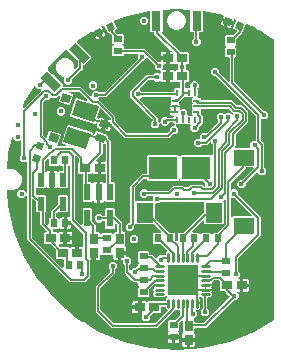
<source format=gtl>
G04 EAGLE Gerber RS-274X export*
G75*
%MOMM*%
%FSLAX34Y34*%
%LPD*%
%INTop Copper*%
%IPPOS*%
%AMOC8*
5,1,8,0,0,1.08239X$1,22.5*%
G01*
%ADD10R,0.740000X0.925000*%
%ADD11R,0.925000X0.740000*%
%ADD12R,0.600000X0.700000*%
%ADD13R,0.700000X0.600000*%
%ADD14C,0.220000*%
%ADD15R,2.500000X2.500000*%
%ADD16R,1.700000X1.400000*%
%ADD17R,0.800000X1.700000*%
%ADD18R,0.800000X0.700000*%
%ADD19R,0.850000X0.600000*%
%ADD20C,0.127000*%
%ADD21R,1.400000X2.000000*%
%ADD22R,0.609200X1.180100*%
%ADD23R,0.600000X0.600000*%
%ADD24R,0.250000X0.475000*%
%ADD25R,0.475000X0.250000*%
%ADD26R,0.558800X1.473200*%
%ADD27R,1.400000X1.700000*%
%ADD28R,2.400000X1.950000*%
%ADD29C,0.152400*%
%ADD30C,0.452400*%
%ADD31C,0.150000*%
%ADD32C,0.203200*%

G36*
X172571Y7109D02*
X172571Y7109D01*
X172603Y7117D01*
X172689Y7127D01*
X194647Y12399D01*
X194677Y12412D01*
X194760Y12436D01*
X215622Y21077D01*
X215650Y21095D01*
X215729Y21132D01*
X232046Y31131D01*
X232089Y31168D01*
X232139Y31198D01*
X232182Y31248D01*
X232232Y31291D01*
X232261Y31341D01*
X232299Y31385D01*
X232324Y31446D01*
X232357Y31503D01*
X232369Y31559D01*
X232391Y31613D01*
X232402Y31713D01*
X232408Y31744D01*
X232407Y31757D01*
X232409Y31780D01*
X232409Y268220D01*
X232400Y268277D01*
X232401Y268335D01*
X232380Y268398D01*
X232370Y268463D01*
X232343Y268514D01*
X232325Y268569D01*
X232285Y268622D01*
X232254Y268680D01*
X232213Y268720D01*
X232178Y268767D01*
X232099Y268828D01*
X232076Y268850D01*
X232063Y268856D01*
X232046Y268869D01*
X231216Y269378D01*
X229974Y270139D01*
X229973Y270139D01*
X228731Y270900D01*
X228731Y270901D01*
X227489Y271662D01*
X221278Y275468D01*
X220036Y276229D01*
X218793Y276991D01*
X215729Y278868D01*
X215698Y278881D01*
X215622Y278923D01*
X209229Y281571D01*
X209193Y281579D01*
X209160Y281596D01*
X209074Y281607D01*
X208989Y281627D01*
X208953Y281624D01*
X208917Y281629D01*
X208831Y281612D01*
X208745Y281604D01*
X208711Y281589D01*
X208675Y281582D01*
X208599Y281539D01*
X208520Y281504D01*
X208493Y281479D01*
X208461Y281461D01*
X208403Y281397D01*
X208339Y281338D01*
X208321Y281306D01*
X208297Y281278D01*
X208222Y281128D01*
X206095Y275285D01*
X205672Y275087D01*
X205589Y275031D01*
X205503Y274979D01*
X205488Y274962D01*
X205469Y274949D01*
X205408Y274869D01*
X205343Y274792D01*
X205335Y274771D01*
X205321Y274753D01*
X205289Y274657D01*
X205251Y274564D01*
X205248Y274536D01*
X205243Y274519D01*
X205243Y274487D01*
X205233Y274397D01*
X205233Y273795D01*
X200574Y269136D01*
X200521Y269062D01*
X200461Y268993D01*
X200449Y268963D01*
X200430Y268937D01*
X200403Y268850D01*
X200369Y268765D01*
X200365Y268724D01*
X200358Y268702D01*
X200359Y268669D01*
X200351Y268598D01*
X200351Y264364D01*
X199415Y263428D01*
X199404Y263412D01*
X199388Y263400D01*
X199332Y263312D01*
X199272Y263229D01*
X199266Y263210D01*
X199255Y263193D01*
X199230Y263092D01*
X199199Y262993D01*
X199200Y262974D01*
X199195Y262954D01*
X199203Y262851D01*
X199206Y262748D01*
X199213Y262729D01*
X199214Y262709D01*
X199255Y262614D01*
X199290Y262517D01*
X199303Y262501D01*
X199311Y262483D01*
X199415Y262352D01*
X200351Y261416D01*
X200351Y254364D01*
X199605Y253618D01*
X199503Y253596D01*
X199401Y253580D01*
X199384Y253570D01*
X199364Y253566D01*
X199275Y253513D01*
X199184Y253464D01*
X199170Y253450D01*
X199153Y253440D01*
X199086Y253361D01*
X199014Y253286D01*
X199006Y253268D01*
X198993Y253253D01*
X198954Y253157D01*
X198911Y253063D01*
X198909Y253043D01*
X198901Y253025D01*
X198883Y252858D01*
X198883Y232932D01*
X198885Y232919D01*
X198884Y232909D01*
X198895Y232857D01*
X198897Y232842D01*
X198905Y232751D01*
X198917Y232722D01*
X198922Y232690D01*
X198965Y232609D01*
X199001Y232525D01*
X199027Y232493D01*
X199038Y232472D01*
X199061Y232450D01*
X199106Y232394D01*
X222957Y208543D01*
X223030Y208490D01*
X223100Y208431D01*
X223130Y208418D01*
X223156Y208400D01*
X223243Y208373D01*
X223328Y208339D01*
X223369Y208334D01*
X223391Y208327D01*
X223424Y208328D01*
X223495Y208320D01*
X225301Y208320D01*
X227370Y206251D01*
X227370Y203324D01*
X225301Y201255D01*
X222361Y201255D01*
X222349Y201264D01*
X222297Y201313D01*
X222250Y201335D01*
X222208Y201365D01*
X222139Y201386D01*
X222074Y201417D01*
X222022Y201422D01*
X221973Y201438D01*
X221901Y201436D01*
X221830Y201444D01*
X221779Y201433D01*
X221727Y201431D01*
X221659Y201407D01*
X221589Y201391D01*
X221544Y201365D01*
X221496Y201347D01*
X221440Y201302D01*
X221378Y201265D01*
X221344Y201226D01*
X221304Y201193D01*
X221265Y201133D01*
X221218Y201078D01*
X221199Y201030D01*
X221171Y200986D01*
X221153Y200917D01*
X221126Y200850D01*
X221118Y200779D01*
X221110Y200748D01*
X221112Y200724D01*
X221108Y200683D01*
X221108Y183720D01*
X221122Y183630D01*
X221130Y183539D01*
X221142Y183509D01*
X221147Y183477D01*
X221190Y183396D01*
X221226Y183312D01*
X221252Y183280D01*
X221263Y183260D01*
X221286Y183237D01*
X221331Y183182D01*
X222869Y181643D01*
X224283Y180230D01*
X224283Y160441D01*
X224297Y160351D01*
X224305Y160260D01*
X224317Y160230D01*
X224322Y160198D01*
X224365Y160118D01*
X224401Y160034D01*
X224427Y160002D01*
X224438Y159981D01*
X224461Y159959D01*
X224506Y159903D01*
X225783Y158626D01*
X225783Y155699D01*
X223713Y153630D01*
X220787Y153630D01*
X218553Y155864D01*
X218536Y155875D01*
X218524Y155891D01*
X218447Y155941D01*
X218434Y155952D01*
X218426Y155955D01*
X218353Y156007D01*
X218334Y156013D01*
X218317Y156024D01*
X218217Y156049D01*
X218118Y156080D01*
X218098Y156079D01*
X218079Y156084D01*
X217976Y156076D01*
X217872Y156073D01*
X217853Y156066D01*
X217833Y156065D01*
X217739Y156025D01*
X217641Y155989D01*
X217625Y155976D01*
X217607Y155969D01*
X217532Y155909D01*
X217530Y155907D01*
X217527Y155904D01*
X217476Y155864D01*
X208543Y146931D01*
X208490Y146857D01*
X208431Y146788D01*
X208418Y146757D01*
X208400Y146731D01*
X208373Y146644D01*
X208339Y146559D01*
X208334Y146518D01*
X208327Y146496D01*
X208328Y146464D01*
X208320Y146393D01*
X208320Y144587D01*
X206251Y142517D01*
X203324Y142517D01*
X201255Y144587D01*
X201255Y147513D01*
X203324Y149583D01*
X205130Y149583D01*
X205220Y149597D01*
X205311Y149605D01*
X205341Y149617D01*
X205373Y149622D01*
X205454Y149665D01*
X205537Y149701D01*
X205570Y149727D01*
X205590Y149738D01*
X205612Y149761D01*
X205668Y149806D01*
X214993Y159130D01*
X215034Y159188D01*
X215084Y159240D01*
X215106Y159287D01*
X215136Y159329D01*
X215157Y159398D01*
X215187Y159463D01*
X215193Y159515D01*
X215208Y159565D01*
X215207Y159636D01*
X215214Y159707D01*
X215203Y159758D01*
X215202Y159810D01*
X215177Y159878D01*
X215162Y159948D01*
X215135Y159993D01*
X215118Y160041D01*
X215073Y160097D01*
X215036Y160159D01*
X214996Y160193D01*
X214964Y160233D01*
X214904Y160272D01*
X214849Y160319D01*
X214801Y160338D01*
X214757Y160366D01*
X214688Y160384D01*
X214621Y160411D01*
X214550Y160419D01*
X214518Y160427D01*
X214495Y160425D01*
X214454Y160429D01*
X209169Y160429D01*
X209149Y160426D01*
X209130Y160428D01*
X209028Y160406D01*
X208926Y160390D01*
X208909Y160380D01*
X208889Y160376D01*
X208800Y160323D01*
X208709Y160274D01*
X208695Y160260D01*
X208678Y160250D01*
X208611Y160171D01*
X208539Y160096D01*
X208531Y160078D01*
X208518Y160063D01*
X208479Y159967D01*
X208436Y159873D01*
X208434Y159853D01*
X208426Y159835D01*
X208408Y159668D01*
X208408Y159495D01*
X196058Y147145D01*
X196005Y147072D01*
X195945Y147002D01*
X195933Y146972D01*
X195914Y146946D01*
X195887Y146859D01*
X195853Y146774D01*
X195849Y146733D01*
X195842Y146711D01*
X195843Y146678D01*
X195835Y146607D01*
X195835Y142344D01*
X195837Y142330D01*
X195836Y142320D01*
X195846Y142272D01*
X195848Y142201D01*
X195866Y142152D01*
X195874Y142101D01*
X195908Y142037D01*
X195933Y141970D01*
X195965Y141929D01*
X195990Y141883D01*
X196042Y141834D01*
X196086Y141778D01*
X196130Y141750D01*
X196168Y141714D01*
X196233Y141684D01*
X196293Y141645D01*
X196344Y141632D01*
X196391Y141610D01*
X196462Y141603D01*
X196532Y141585D01*
X196584Y141589D01*
X196635Y141583D01*
X196706Y141599D01*
X196777Y141604D01*
X196825Y141625D01*
X196876Y141636D01*
X196892Y141645D01*
X199901Y141645D01*
X201970Y139576D01*
X201970Y137770D01*
X201972Y137759D01*
X201971Y137753D01*
X201978Y137720D01*
X201985Y137680D01*
X201992Y137589D01*
X202005Y137559D01*
X202010Y137527D01*
X202053Y137446D01*
X202088Y137363D01*
X202114Y137330D01*
X202125Y137310D01*
X202148Y137288D01*
X202193Y137232D01*
X221108Y118317D01*
X221108Y102345D01*
X202281Y83518D01*
X202239Y83460D01*
X202192Y83410D01*
X202183Y83393D01*
X202168Y83375D01*
X202156Y83345D01*
X202137Y83319D01*
X202114Y83243D01*
X202088Y83187D01*
X202086Y83172D01*
X202076Y83147D01*
X202072Y83106D01*
X202065Y83084D01*
X202066Y83051D01*
X202058Y82980D01*
X202058Y73129D01*
X202072Y73039D01*
X202080Y72948D01*
X202092Y72918D01*
X202097Y72886D01*
X202140Y72805D01*
X202176Y72721D01*
X202202Y72689D01*
X202213Y72669D01*
X202236Y72646D01*
X202281Y72590D01*
X203558Y71313D01*
X203558Y68387D01*
X202147Y66976D01*
X202105Y66918D01*
X202056Y66866D01*
X202034Y66819D01*
X202004Y66777D01*
X201983Y66708D01*
X201952Y66643D01*
X201947Y66591D01*
X201931Y66541D01*
X201933Y66470D01*
X201925Y66399D01*
X201936Y66348D01*
X201938Y66296D01*
X201962Y66228D01*
X201978Y66158D01*
X202004Y66113D01*
X202022Y66065D01*
X202067Y66009D01*
X202104Y65947D01*
X202143Y65913D01*
X202176Y65873D01*
X202236Y65834D01*
X202291Y65787D01*
X202339Y65768D01*
X202383Y65740D01*
X202452Y65722D01*
X202519Y65695D01*
X202590Y65687D01*
X202621Y65679D01*
X202645Y65681D01*
X202686Y65677D01*
X203359Y65677D01*
X203359Y61214D01*
X203362Y61194D01*
X203360Y61175D01*
X203382Y61073D01*
X203399Y60971D01*
X203408Y60954D01*
X203412Y60934D01*
X203465Y60845D01*
X203514Y60754D01*
X203528Y60740D01*
X203538Y60723D01*
X203617Y60656D01*
X203692Y60585D01*
X203710Y60576D01*
X203725Y60563D01*
X203821Y60524D01*
X203915Y60481D01*
X203935Y60479D01*
X203953Y60471D01*
X204120Y60453D01*
X204883Y60453D01*
X204883Y60451D01*
X204120Y60451D01*
X204100Y60448D01*
X204081Y60450D01*
X203979Y60428D01*
X203877Y60411D01*
X203860Y60402D01*
X203840Y60398D01*
X203751Y60345D01*
X203660Y60296D01*
X203646Y60282D01*
X203629Y60272D01*
X203562Y60193D01*
X203491Y60118D01*
X203482Y60100D01*
X203469Y60085D01*
X203430Y59989D01*
X203387Y59895D01*
X203385Y59875D01*
X203377Y59857D01*
X203359Y59690D01*
X203359Y55227D01*
X201797Y55227D01*
X201726Y55216D01*
X201654Y55214D01*
X201605Y55196D01*
X201554Y55188D01*
X201490Y55154D01*
X201423Y55129D01*
X201382Y55097D01*
X201336Y55072D01*
X201287Y55020D01*
X201231Y54976D01*
X201203Y54932D01*
X201167Y54894D01*
X201137Y54829D01*
X201098Y54769D01*
X201085Y54718D01*
X201063Y54671D01*
X201056Y54600D01*
X201038Y54530D01*
X201042Y54478D01*
X201036Y54427D01*
X201052Y54356D01*
X201057Y54285D01*
X201078Y54237D01*
X201089Y54186D01*
X201125Y54125D01*
X201153Y54059D01*
X201198Y54003D01*
X201215Y53975D01*
X201233Y53960D01*
X201258Y53928D01*
X202415Y52771D01*
X202415Y49845D01*
X200345Y47775D01*
X198708Y47775D01*
X198618Y47761D01*
X198527Y47753D01*
X198497Y47741D01*
X198465Y47736D01*
X198385Y47693D01*
X198301Y47657D01*
X198269Y47631D01*
X198248Y47620D01*
X198226Y47597D01*
X198170Y47552D01*
X174874Y24256D01*
X165752Y24256D01*
X165732Y24253D01*
X165713Y24255D01*
X165611Y24233D01*
X165509Y24217D01*
X165492Y24207D01*
X165472Y24203D01*
X165383Y24150D01*
X165292Y24101D01*
X165278Y24087D01*
X165261Y24077D01*
X165194Y23998D01*
X165122Y23923D01*
X165114Y23905D01*
X165101Y23890D01*
X165062Y23794D01*
X165019Y23700D01*
X165017Y23680D01*
X165009Y23662D01*
X164991Y23495D01*
X164991Y21169D01*
X164860Y21038D01*
X164848Y21022D01*
X164833Y21009D01*
X164777Y20922D01*
X164716Y20838D01*
X164711Y20819D01*
X164700Y20802D01*
X164675Y20702D01*
X164644Y20603D01*
X164645Y20583D01*
X164640Y20564D01*
X164648Y20461D01*
X164650Y20357D01*
X164657Y20338D01*
X164659Y20319D01*
X164699Y20223D01*
X164735Y20126D01*
X164747Y20111D01*
X164755Y20092D01*
X164860Y19961D01*
X165013Y19809D01*
X165245Y19248D01*
X165245Y15843D01*
X160782Y15843D01*
X160762Y15840D01*
X160743Y15842D01*
X160641Y15820D01*
X160539Y15803D01*
X160522Y15794D01*
X160502Y15790D01*
X160413Y15737D01*
X160322Y15688D01*
X160308Y15674D01*
X160291Y15664D01*
X160224Y15585D01*
X160153Y15510D01*
X160144Y15492D01*
X160131Y15477D01*
X160092Y15381D01*
X160049Y15287D01*
X160047Y15267D01*
X160039Y15249D01*
X160021Y15082D01*
X160021Y14319D01*
X160019Y14319D01*
X160019Y15082D01*
X160016Y15102D01*
X160018Y15121D01*
X159996Y15222D01*
X159979Y15325D01*
X159970Y15342D01*
X159966Y15362D01*
X159913Y15451D01*
X159864Y15542D01*
X159850Y15556D01*
X159840Y15573D01*
X159761Y15640D01*
X159686Y15711D01*
X159668Y15720D01*
X159653Y15733D01*
X159557Y15772D01*
X159463Y15815D01*
X159443Y15817D01*
X159425Y15825D01*
X159258Y15843D01*
X154795Y15843D01*
X154795Y19248D01*
X155027Y19809D01*
X155180Y19961D01*
X155192Y19977D01*
X155207Y19990D01*
X155263Y20077D01*
X155324Y20161D01*
X155329Y20180D01*
X155340Y20197D01*
X155365Y20297D01*
X155396Y20396D01*
X155395Y20416D01*
X155400Y20435D01*
X155392Y20538D01*
X155390Y20642D01*
X155383Y20661D01*
X155381Y20681D01*
X155341Y20776D01*
X155305Y20873D01*
X155293Y20889D01*
X155285Y20907D01*
X155180Y21038D01*
X155049Y21169D01*
X155049Y29704D01*
X155047Y29720D01*
X155048Y29734D01*
X155037Y29784D01*
X155036Y29846D01*
X155018Y29895D01*
X155010Y29946D01*
X154997Y29970D01*
X154996Y29975D01*
X154984Y29994D01*
X154976Y30010D01*
X154951Y30077D01*
X154919Y30118D01*
X154894Y30164D01*
X154842Y30213D01*
X154798Y30269D01*
X154754Y30297D01*
X154716Y30333D01*
X154651Y30363D01*
X154591Y30402D01*
X154540Y30415D01*
X154493Y30437D01*
X154422Y30445D01*
X154352Y30462D01*
X154300Y30458D01*
X154249Y30464D01*
X154178Y30449D01*
X154107Y30443D01*
X154059Y30423D01*
X154008Y30412D01*
X153947Y30375D01*
X153881Y30347D01*
X153833Y30309D01*
X153819Y30301D01*
X153813Y30295D01*
X153797Y30285D01*
X153782Y30268D01*
X153750Y30242D01*
X152314Y28806D01*
X152261Y28732D01*
X152201Y28663D01*
X152189Y28632D01*
X152170Y28606D01*
X152143Y28519D01*
X152109Y28434D01*
X152105Y28393D01*
X152098Y28371D01*
X152099Y28339D01*
X152091Y28268D01*
X152091Y23064D01*
X151235Y22208D01*
X151208Y22171D01*
X151174Y22139D01*
X151137Y22071D01*
X151091Y22008D01*
X151078Y21964D01*
X151056Y21924D01*
X151042Y21847D01*
X151019Y21773D01*
X151020Y21727D01*
X151012Y21682D01*
X151023Y21605D01*
X151025Y21527D01*
X151041Y21484D01*
X151048Y21439D01*
X151083Y21369D01*
X151110Y21296D01*
X151138Y21260D01*
X151159Y21219D01*
X151215Y21165D01*
X151263Y21104D01*
X151302Y21079D01*
X151335Y21047D01*
X151455Y20981D01*
X151470Y20971D01*
X151475Y20970D01*
X151482Y20966D01*
X151684Y20883D01*
X152113Y20454D01*
X152345Y19893D01*
X152345Y18089D01*
X148058Y18089D01*
X148039Y18086D01*
X148019Y18088D01*
X147917Y18066D01*
X147815Y18050D01*
X147798Y18040D01*
X147778Y18036D01*
X147689Y17983D01*
X147598Y17934D01*
X147584Y17920D01*
X147567Y17910D01*
X147500Y17831D01*
X147429Y17756D01*
X147420Y17738D01*
X147407Y17723D01*
X147369Y17627D01*
X147325Y17533D01*
X147323Y17513D01*
X147316Y17495D01*
X147303Y17571D01*
X147294Y17588D01*
X147290Y17608D01*
X147237Y17697D01*
X147188Y17788D01*
X147174Y17802D01*
X147164Y17819D01*
X147085Y17886D01*
X147010Y17958D01*
X146992Y17966D01*
X146977Y17979D01*
X146880Y18018D01*
X146787Y18061D01*
X146767Y18063D01*
X146749Y18071D01*
X146582Y18089D01*
X142295Y18089D01*
X142295Y19893D01*
X142527Y20454D01*
X142956Y20883D01*
X143158Y20966D01*
X143197Y20990D01*
X143240Y21006D01*
X143301Y21055D01*
X143367Y21096D01*
X143396Y21131D01*
X143432Y21160D01*
X143474Y21225D01*
X143524Y21285D01*
X143541Y21328D01*
X143565Y21367D01*
X143584Y21442D01*
X143612Y21515D01*
X143614Y21561D01*
X143625Y21605D01*
X143619Y21683D01*
X143623Y21761D01*
X143610Y21805D01*
X143606Y21851D01*
X143576Y21922D01*
X143554Y21997D01*
X143528Y22035D01*
X143510Y22077D01*
X143425Y22184D01*
X143414Y22199D01*
X143410Y22202D01*
X143405Y22208D01*
X142549Y23064D01*
X142549Y30116D01*
X143294Y30861D01*
X148338Y30861D01*
X148428Y30875D01*
X148519Y30883D01*
X148548Y30895D01*
X148580Y30900D01*
X148661Y30943D01*
X148745Y30979D01*
X148777Y31005D01*
X148798Y31016D01*
X148820Y31039D01*
X148876Y31084D01*
X152696Y34904D01*
X152749Y34978D01*
X152809Y35047D01*
X152821Y35078D01*
X152840Y35104D01*
X152867Y35191D01*
X152901Y35276D01*
X152905Y35317D01*
X152912Y35339D01*
X152911Y35371D01*
X152919Y35442D01*
X152919Y39179D01*
X152916Y39198D01*
X152918Y39218D01*
X152896Y39319D01*
X152880Y39421D01*
X152870Y39439D01*
X152866Y39458D01*
X152813Y39547D01*
X152764Y39639D01*
X152750Y39652D01*
X152740Y39669D01*
X152661Y39737D01*
X152586Y39808D01*
X152568Y39816D01*
X152553Y39829D01*
X152457Y39868D01*
X152363Y39912D01*
X152343Y39914D01*
X152325Y39921D01*
X152158Y39940D01*
X149892Y39940D01*
X149887Y39941D01*
X149870Y39952D01*
X149770Y39977D01*
X149671Y40008D01*
X149651Y40007D01*
X149632Y40012D01*
X149529Y40004D01*
X149425Y40002D01*
X149406Y39995D01*
X149387Y39993D01*
X149292Y39953D01*
X149194Y39917D01*
X149179Y39905D01*
X149160Y39897D01*
X149029Y39792D01*
X133630Y24392D01*
X95161Y24392D01*
X82783Y36770D01*
X81369Y38184D01*
X81369Y59670D01*
X93609Y71909D01*
X93662Y71983D01*
X93721Y72052D01*
X93734Y72083D01*
X93752Y72109D01*
X93779Y72196D01*
X93813Y72281D01*
X93818Y72322D01*
X93825Y72344D01*
X93824Y72376D01*
X93832Y72447D01*
X93832Y73376D01*
X93817Y73466D01*
X93810Y73557D01*
X93797Y73587D01*
X93792Y73619D01*
X93749Y73699D01*
X93714Y73783D01*
X93688Y73815D01*
X93677Y73836D01*
X93654Y73858D01*
X93609Y73914D01*
X92332Y75191D01*
X92332Y78118D01*
X94401Y80187D01*
X97328Y80187D01*
X99397Y78118D01*
X99397Y75191D01*
X98120Y73914D01*
X98067Y73840D01*
X98008Y73771D01*
X97995Y73741D01*
X97977Y73714D01*
X97950Y73627D01*
X97916Y73543D01*
X97911Y73502D01*
X97904Y73479D01*
X97905Y73447D01*
X97897Y73376D01*
X97897Y70448D01*
X96484Y69034D01*
X85658Y58208D01*
X85605Y58135D01*
X85545Y58065D01*
X85533Y58035D01*
X85514Y58009D01*
X85487Y57922D01*
X85453Y57837D01*
X85449Y57796D01*
X85442Y57774D01*
X85443Y57741D01*
X85435Y57670D01*
X85435Y40183D01*
X85449Y40093D01*
X85457Y40002D01*
X85469Y39973D01*
X85474Y39941D01*
X85517Y39860D01*
X85553Y39776D01*
X85579Y39744D01*
X85590Y39723D01*
X85613Y39701D01*
X85658Y39645D01*
X96622Y28681D01*
X96696Y28628D01*
X96765Y28568D01*
X96796Y28556D01*
X96822Y28537D01*
X96909Y28510D01*
X96994Y28476D01*
X97035Y28472D01*
X97057Y28465D01*
X97089Y28466D01*
X97160Y28458D01*
X131630Y28458D01*
X131720Y28472D01*
X131811Y28480D01*
X131841Y28492D01*
X131873Y28497D01*
X131954Y28540D01*
X132037Y28576D01*
X132070Y28602D01*
X132090Y28613D01*
X132112Y28636D01*
X132168Y28681D01*
X142154Y38667D01*
X142166Y38683D01*
X142182Y38695D01*
X142238Y38783D01*
X142298Y38866D01*
X142304Y38885D01*
X142315Y38902D01*
X142340Y39003D01*
X142370Y39102D01*
X142370Y39121D01*
X142375Y39141D01*
X142367Y39244D01*
X142364Y39347D01*
X142357Y39366D01*
X142356Y39386D01*
X142315Y39481D01*
X142280Y39578D01*
X142267Y39594D01*
X142259Y39612D01*
X142154Y39743D01*
X140569Y41328D01*
X140569Y41656D01*
X140566Y41676D01*
X140568Y41695D01*
X140546Y41797D01*
X140530Y41899D01*
X140520Y41916D01*
X140516Y41936D01*
X140463Y42025D01*
X140414Y42116D01*
X140400Y42130D01*
X140390Y42147D01*
X140311Y42214D01*
X140236Y42286D01*
X140218Y42294D01*
X140203Y42307D01*
X140107Y42346D01*
X140013Y42389D01*
X139993Y42391D01*
X139975Y42399D01*
X139808Y42417D01*
X137371Y42417D01*
X137351Y42414D01*
X137332Y42416D01*
X137230Y42394D01*
X137128Y42378D01*
X137111Y42368D01*
X137091Y42364D01*
X137002Y42311D01*
X136911Y42262D01*
X136897Y42248D01*
X136880Y42238D01*
X136813Y42159D01*
X136741Y42084D01*
X136733Y42066D01*
X136720Y42051D01*
X136681Y41955D01*
X136638Y41861D01*
X136636Y41841D01*
X136628Y41823D01*
X136610Y41656D01*
X136610Y37684D01*
X135865Y36939D01*
X130595Y36939D01*
X130505Y36925D01*
X130414Y36917D01*
X130384Y36905D01*
X130352Y36900D01*
X130272Y36857D01*
X130188Y36821D01*
X130156Y36795D01*
X130135Y36784D01*
X130113Y36761D01*
X130057Y36716D01*
X127581Y34240D01*
X127528Y34166D01*
X127468Y34097D01*
X127456Y34067D01*
X127437Y34041D01*
X127410Y33954D01*
X127376Y33869D01*
X127372Y33828D01*
X127365Y33805D01*
X127366Y33773D01*
X127358Y33702D01*
X127358Y32255D01*
X125288Y30186D01*
X122362Y30186D01*
X120292Y32255D01*
X120292Y35182D01*
X120496Y35386D01*
X120538Y35444D01*
X120587Y35496D01*
X120609Y35543D01*
X120640Y35585D01*
X120661Y35654D01*
X120691Y35719D01*
X120697Y35771D01*
X120712Y35821D01*
X120710Y35892D01*
X120718Y35963D01*
X120707Y36014D01*
X120706Y36066D01*
X120681Y36134D01*
X120666Y36204D01*
X120639Y36249D01*
X120621Y36297D01*
X120576Y36353D01*
X120540Y36415D01*
X120500Y36449D01*
X120468Y36489D01*
X120407Y36528D01*
X120353Y36575D01*
X120304Y36594D01*
X120261Y36622D01*
X120237Y36628D01*
X120237Y41148D01*
X120234Y41168D01*
X120236Y41187D01*
X120214Y41289D01*
X120197Y41391D01*
X120188Y41408D01*
X120184Y41428D01*
X120131Y41517D01*
X120082Y41608D01*
X120068Y41622D01*
X120058Y41639D01*
X119979Y41706D01*
X119904Y41777D01*
X119886Y41786D01*
X119871Y41799D01*
X119775Y41838D01*
X119681Y41881D01*
X119661Y41883D01*
X119643Y41891D01*
X119476Y41909D01*
X118713Y41909D01*
X118713Y41911D01*
X119476Y41911D01*
X119496Y41914D01*
X119515Y41912D01*
X119617Y41934D01*
X119719Y41951D01*
X119736Y41960D01*
X119756Y41964D01*
X119845Y42017D01*
X119936Y42066D01*
X119950Y42080D01*
X119967Y42090D01*
X120034Y42169D01*
X120105Y42244D01*
X120114Y42262D01*
X120127Y42277D01*
X120166Y42373D01*
X120209Y42467D01*
X120211Y42487D01*
X120219Y42505D01*
X120237Y42672D01*
X120237Y47135D01*
X123642Y47135D01*
X124203Y46903D01*
X124355Y46750D01*
X124371Y46738D01*
X124384Y46723D01*
X124471Y46667D01*
X124555Y46606D01*
X124574Y46601D01*
X124591Y46590D01*
X124691Y46565D01*
X124790Y46534D01*
X124810Y46535D01*
X124829Y46530D01*
X124932Y46538D01*
X125036Y46540D01*
X125055Y46547D01*
X125075Y46549D01*
X125170Y46589D01*
X125267Y46625D01*
X125283Y46637D01*
X125301Y46645D01*
X125432Y46750D01*
X125563Y46881D01*
X132739Y46881D01*
X132830Y46895D01*
X132920Y46903D01*
X132950Y46915D01*
X132982Y46920D01*
X133063Y46963D01*
X133128Y46991D01*
X139808Y46991D01*
X139828Y46994D01*
X139847Y46992D01*
X139949Y47014D01*
X140051Y47030D01*
X140068Y47040D01*
X140088Y47044D01*
X140177Y47097D01*
X140268Y47146D01*
X140282Y47160D01*
X140299Y47170D01*
X140366Y47249D01*
X140438Y47324D01*
X140446Y47342D01*
X140459Y47357D01*
X140498Y47453D01*
X140541Y47547D01*
X140543Y47567D01*
X140551Y47585D01*
X140569Y47752D01*
X140569Y49200D01*
X141603Y50233D01*
X141615Y50249D01*
X141630Y50262D01*
X141686Y50349D01*
X141747Y50433D01*
X141752Y50452D01*
X141763Y50469D01*
X141789Y50569D01*
X141819Y50668D01*
X141818Y50688D01*
X141823Y50707D01*
X141815Y50810D01*
X141813Y50914D01*
X141806Y50933D01*
X141804Y50953D01*
X141764Y51047D01*
X141728Y51145D01*
X141716Y51161D01*
X141708Y51179D01*
X141603Y51310D01*
X141480Y51433D01*
X141464Y51445D01*
X141451Y51460D01*
X141364Y51516D01*
X141280Y51577D01*
X141261Y51582D01*
X141244Y51593D01*
X141144Y51619D01*
X141045Y51649D01*
X141025Y51648D01*
X141006Y51653D01*
X140903Y51645D01*
X140799Y51643D01*
X140780Y51636D01*
X140761Y51634D01*
X140666Y51594D01*
X140568Y51558D01*
X140553Y51546D01*
X140534Y51538D01*
X140403Y51433D01*
X139370Y50399D01*
X131498Y50399D01*
X130110Y51788D01*
X130110Y53752D01*
X130589Y54232D01*
X130601Y54248D01*
X130617Y54260D01*
X130673Y54348D01*
X130733Y54431D01*
X130739Y54450D01*
X130750Y54467D01*
X130775Y54568D01*
X130805Y54667D01*
X130805Y54686D01*
X130810Y54706D01*
X130802Y54809D01*
X130799Y54912D01*
X130792Y54931D01*
X130791Y54951D01*
X130750Y55046D01*
X130715Y55143D01*
X130702Y55159D01*
X130694Y55177D01*
X130589Y55308D01*
X130110Y55788D01*
X130110Y57752D01*
X130410Y58052D01*
X130422Y58068D01*
X130437Y58081D01*
X130493Y58168D01*
X130553Y58252D01*
X130559Y58271D01*
X130570Y58288D01*
X130595Y58388D01*
X130626Y58487D01*
X130625Y58507D01*
X130630Y58526D01*
X130622Y58629D01*
X130619Y58733D01*
X130613Y58752D01*
X130611Y58772D01*
X130571Y58867D01*
X130535Y58964D01*
X130522Y58980D01*
X130515Y58998D01*
X130410Y59129D01*
X130346Y59193D01*
X130320Y59225D01*
X130246Y59317D01*
X130242Y59319D01*
X130240Y59323D01*
X130139Y59386D01*
X130039Y59450D01*
X130035Y59451D01*
X130031Y59453D01*
X129916Y59481D01*
X129800Y59510D01*
X129796Y59510D01*
X129792Y59511D01*
X129672Y59500D01*
X129555Y59491D01*
X129551Y59490D01*
X129547Y59489D01*
X129438Y59441D01*
X129329Y59395D01*
X129325Y59392D01*
X129322Y59390D01*
X129312Y59381D01*
X129198Y59290D01*
X126914Y57006D01*
X126861Y56932D01*
X126801Y56863D01*
X126789Y56832D01*
X126770Y56806D01*
X126743Y56719D01*
X126709Y56634D01*
X126705Y56593D01*
X126698Y56571D01*
X126699Y56539D01*
X126691Y56468D01*
X126691Y51074D01*
X125946Y50329D01*
X117894Y50329D01*
X117149Y51074D01*
X117149Y58126D01*
X118085Y59062D01*
X118096Y59078D01*
X118112Y59090D01*
X118168Y59178D01*
X118228Y59261D01*
X118234Y59280D01*
X118245Y59297D01*
X118270Y59398D01*
X118301Y59497D01*
X118300Y59516D01*
X118305Y59536D01*
X118297Y59639D01*
X118294Y59742D01*
X118287Y59761D01*
X118286Y59781D01*
X118245Y59876D01*
X118210Y59973D01*
X118197Y59989D01*
X118189Y60007D01*
X118085Y60138D01*
X117149Y61074D01*
X117149Y62294D01*
X117146Y62313D01*
X117148Y62333D01*
X117126Y62434D01*
X117110Y62536D01*
X117100Y62554D01*
X117096Y62573D01*
X117043Y62662D01*
X116994Y62754D01*
X116980Y62767D01*
X116970Y62784D01*
X116891Y62852D01*
X116816Y62923D01*
X116798Y62931D01*
X116783Y62944D01*
X116687Y62983D01*
X116593Y63027D01*
X116573Y63029D01*
X116555Y63036D01*
X116388Y63055D01*
X113458Y63055D01*
X112044Y64468D01*
X107331Y69182D01*
X105917Y70595D01*
X105917Y77684D01*
X105916Y77691D01*
X105916Y77693D01*
X105914Y77701D01*
X105903Y77774D01*
X105895Y77865D01*
X105883Y77895D01*
X105878Y77927D01*
X105835Y78007D01*
X105799Y78091D01*
X105773Y78123D01*
X105762Y78144D01*
X105739Y78166D01*
X105694Y78222D01*
X104417Y79499D01*
X104417Y81069D01*
X104414Y81089D01*
X104416Y81108D01*
X104394Y81210D01*
X104378Y81312D01*
X104368Y81329D01*
X104364Y81349D01*
X104311Y81438D01*
X104262Y81529D01*
X104248Y81543D01*
X104238Y81560D01*
X104159Y81627D01*
X104084Y81699D01*
X104066Y81707D01*
X104051Y81720D01*
X103955Y81759D01*
X103861Y81802D01*
X103841Y81804D01*
X103823Y81812D01*
X103656Y81830D01*
X103123Y81830D01*
X103123Y86457D01*
X106825Y86457D01*
X106825Y85256D01*
X106827Y85241D01*
X106826Y85226D01*
X106826Y85223D01*
X106826Y85217D01*
X106848Y85116D01*
X106864Y85014D01*
X106874Y84996D01*
X106878Y84977D01*
X106931Y84888D01*
X106980Y84796D01*
X106994Y84783D01*
X107004Y84766D01*
X107083Y84698D01*
X107158Y84627D01*
X107176Y84619D01*
X107191Y84606D01*
X107287Y84567D01*
X107381Y84523D01*
X107401Y84521D01*
X107419Y84514D01*
X107586Y84495D01*
X109413Y84495D01*
X111483Y82426D01*
X111483Y79499D01*
X110206Y78222D01*
X110153Y78148D01*
X110093Y78079D01*
X110081Y78049D01*
X110062Y78022D01*
X110035Y77935D01*
X110001Y77851D01*
X109997Y77810D01*
X109990Y77787D01*
X109991Y77755D01*
X109983Y77684D01*
X109983Y73954D01*
X109994Y73883D01*
X109996Y73812D01*
X110014Y73763D01*
X110022Y73711D01*
X110056Y73648D01*
X110081Y73581D01*
X110113Y73540D01*
X110138Y73494D01*
X110190Y73445D01*
X110234Y73389D01*
X110278Y73360D01*
X110316Y73325D01*
X110381Y73294D01*
X110441Y73256D01*
X110492Y73243D01*
X110539Y73221D01*
X110610Y73213D01*
X110680Y73196D01*
X110732Y73200D01*
X110783Y73194D01*
X110854Y73209D01*
X110925Y73215D01*
X110973Y73235D01*
X111024Y73246D01*
X111085Y73283D01*
X111151Y73311D01*
X111207Y73356D01*
X111235Y73372D01*
X111250Y73390D01*
X111282Y73416D01*
X112837Y74970D01*
X114643Y74970D01*
X114733Y74985D01*
X114824Y74992D01*
X114853Y75005D01*
X114885Y75010D01*
X114966Y75053D01*
X115050Y75088D01*
X115082Y75114D01*
X115103Y75125D01*
X115125Y75148D01*
X115181Y75193D01*
X116714Y76726D01*
X116757Y76752D01*
X116848Y76800D01*
X116862Y76814D01*
X116879Y76825D01*
X116946Y76903D01*
X117018Y76978D01*
X117026Y76996D01*
X117039Y77012D01*
X117078Y77108D01*
X117121Y77201D01*
X117123Y77221D01*
X117131Y77240D01*
X117149Y77406D01*
X117149Y78536D01*
X118085Y79472D01*
X118096Y79488D01*
X118112Y79500D01*
X118168Y79588D01*
X118228Y79671D01*
X118234Y79690D01*
X118245Y79707D01*
X118270Y79808D01*
X118301Y79907D01*
X118300Y79926D01*
X118305Y79946D01*
X118297Y80049D01*
X118294Y80152D01*
X118287Y80171D01*
X118286Y80191D01*
X118245Y80286D01*
X118210Y80383D01*
X118197Y80399D01*
X118189Y80417D01*
X118085Y80548D01*
X117149Y81484D01*
X117149Y88536D01*
X117894Y89281D01*
X125946Y89281D01*
X126691Y88536D01*
X126691Y86931D01*
X126694Y86912D01*
X126692Y86892D01*
X126714Y86791D01*
X126730Y86689D01*
X126740Y86671D01*
X126744Y86652D01*
X126797Y86563D01*
X126846Y86471D01*
X126860Y86458D01*
X126870Y86441D01*
X126949Y86373D01*
X127024Y86302D01*
X127042Y86294D01*
X127057Y86281D01*
X127153Y86242D01*
X127247Y86198D01*
X127267Y86196D01*
X127285Y86189D01*
X127452Y86170D01*
X129430Y86170D01*
X132074Y83526D01*
X132132Y83484D01*
X132184Y83435D01*
X132231Y83413D01*
X132273Y83382D01*
X132342Y83361D01*
X132407Y83331D01*
X132459Y83325D01*
X132509Y83310D01*
X132580Y83312D01*
X132651Y83304D01*
X132702Y83315D01*
X132754Y83316D01*
X132822Y83341D01*
X132892Y83356D01*
X132937Y83383D01*
X132985Y83401D01*
X133041Y83446D01*
X133103Y83482D01*
X133137Y83522D01*
X133177Y83555D01*
X133201Y83591D01*
X135443Y85833D01*
X136068Y85833D01*
X136158Y85847D01*
X136249Y85855D01*
X136279Y85867D01*
X136311Y85872D01*
X136391Y85915D01*
X136475Y85951D01*
X136507Y85977D01*
X136528Y85988D01*
X136550Y86011D01*
X136606Y86056D01*
X136657Y86107D01*
X139808Y86107D01*
X139828Y86110D01*
X139847Y86108D01*
X139949Y86130D01*
X140051Y86146D01*
X140068Y86156D01*
X140088Y86160D01*
X140177Y86213D01*
X140268Y86262D01*
X140282Y86276D01*
X140299Y86286D01*
X140366Y86365D01*
X140438Y86440D01*
X140446Y86458D01*
X140459Y86473D01*
X140498Y86569D01*
X140541Y86663D01*
X140543Y86683D01*
X140551Y86701D01*
X140569Y86868D01*
X140569Y88212D01*
X141678Y89320D01*
X141690Y89337D01*
X141705Y89349D01*
X141736Y89397D01*
X141744Y89405D01*
X141751Y89420D01*
X141761Y89436D01*
X141822Y89520D01*
X141828Y89539D01*
X141838Y89556D01*
X141864Y89656D01*
X141894Y89755D01*
X141894Y89775D01*
X141898Y89795D01*
X141890Y89897D01*
X141888Y90001D01*
X141881Y90020D01*
X141879Y90040D01*
X141839Y90135D01*
X141803Y90232D01*
X141791Y90248D01*
X141783Y90266D01*
X141678Y90397D01*
X136739Y95336D01*
X136665Y95389D01*
X136596Y95449D01*
X136565Y95461D01*
X136539Y95480D01*
X136452Y95507D01*
X136367Y95541D01*
X136326Y95545D01*
X136304Y95552D01*
X136272Y95551D01*
X136201Y95559D01*
X130474Y95559D01*
X129729Y96304D01*
X129729Y104356D01*
X130474Y105101D01*
X136249Y105101D01*
X136320Y105112D01*
X136392Y105114D01*
X136441Y105132D01*
X136492Y105140D01*
X136555Y105174D01*
X136623Y105199D01*
X136663Y105231D01*
X136709Y105256D01*
X136759Y105308D01*
X136815Y105352D01*
X136843Y105396D01*
X136879Y105434D01*
X136909Y105499D01*
X136948Y105559D01*
X136960Y105610D01*
X136982Y105657D01*
X136990Y105728D01*
X137008Y105798D01*
X137004Y105850D01*
X137009Y105901D01*
X136994Y105972D01*
X136989Y106043D01*
X136968Y106091D01*
X136957Y106142D01*
X136920Y106203D01*
X136892Y106269D01*
X136848Y106325D01*
X136831Y106353D01*
X136813Y106368D01*
X136788Y106400D01*
X131261Y111926D01*
X131188Y111979D01*
X131118Y112039D01*
X131088Y112051D01*
X131062Y112070D01*
X130975Y112097D01*
X130890Y112131D01*
X130849Y112135D01*
X130827Y112142D01*
X130794Y112141D01*
X130723Y112149D01*
X115829Y112149D01*
X115787Y112179D01*
X115768Y112185D01*
X115752Y112196D01*
X115651Y112221D01*
X115552Y112252D01*
X115532Y112251D01*
X115513Y112256D01*
X115410Y112248D01*
X115307Y112245D01*
X115288Y112239D01*
X115268Y112237D01*
X115173Y112197D01*
X115075Y112161D01*
X115060Y112148D01*
X115041Y112141D01*
X114911Y112036D01*
X113992Y111117D01*
X113939Y111043D01*
X113879Y110974D01*
X113867Y110943D01*
X113848Y110917D01*
X113821Y110830D01*
X113787Y110745D01*
X113783Y110704D01*
X113776Y110682D01*
X113777Y110650D01*
X113769Y110579D01*
X113769Y108519D01*
X111699Y106449D01*
X108773Y106449D01*
X106703Y108519D01*
X106703Y111445D01*
X108773Y113515D01*
X109982Y113515D01*
X110002Y113518D01*
X110021Y113516D01*
X110123Y113538D01*
X110225Y113554D01*
X110242Y113564D01*
X110262Y113568D01*
X110351Y113621D01*
X110442Y113670D01*
X110456Y113684D01*
X110473Y113694D01*
X110540Y113773D01*
X110612Y113848D01*
X110620Y113866D01*
X110633Y113881D01*
X110672Y113977D01*
X110715Y114071D01*
X110717Y114091D01*
X110725Y114109D01*
X110743Y114276D01*
X110743Y144860D01*
X120824Y154941D01*
X124368Y154941D01*
X124388Y154944D01*
X124407Y154942D01*
X124509Y154964D01*
X124611Y154980D01*
X124628Y154990D01*
X124648Y154994D01*
X124737Y155047D01*
X124828Y155096D01*
X124842Y155110D01*
X124859Y155120D01*
X124926Y155199D01*
X124998Y155274D01*
X125006Y155292D01*
X125019Y155307D01*
X125058Y155403D01*
X125101Y155497D01*
X125103Y155517D01*
X125111Y155535D01*
X125129Y155702D01*
X125129Y170296D01*
X125874Y171041D01*
X150926Y171041D01*
X151862Y170105D01*
X151878Y170094D01*
X151890Y170078D01*
X151978Y170022D01*
X152061Y169962D01*
X152080Y169956D01*
X152097Y169945D01*
X152198Y169920D01*
X152297Y169889D01*
X152316Y169890D01*
X152336Y169885D01*
X152439Y169893D01*
X152542Y169896D01*
X152561Y169903D01*
X152581Y169904D01*
X152676Y169945D01*
X152773Y169980D01*
X152789Y169993D01*
X152807Y170001D01*
X152938Y170105D01*
X153874Y171041D01*
X178926Y171041D01*
X179230Y170737D01*
X179289Y170695D01*
X179340Y170646D01*
X179388Y170624D01*
X179430Y170593D01*
X179498Y170572D01*
X179564Y170542D01*
X179615Y170536D01*
X179665Y170521D01*
X179737Y170523D01*
X179808Y170515D01*
X179859Y170526D01*
X179911Y170527D01*
X179978Y170552D01*
X180048Y170567D01*
X180093Y170594D01*
X180142Y170612D01*
X180198Y170657D01*
X180259Y170693D01*
X180293Y170733D01*
X180334Y170765D01*
X180373Y170826D01*
X180419Y170880D01*
X180439Y170929D01*
X180467Y170972D01*
X180484Y171042D01*
X180495Y171068D01*
X180502Y171082D01*
X180502Y171085D01*
X180511Y171108D01*
X180519Y171180D01*
X180527Y171211D01*
X180525Y171234D01*
X180530Y171275D01*
X180530Y179284D01*
X180515Y179374D01*
X180508Y179465D01*
X180495Y179495D01*
X180490Y179527D01*
X180447Y179607D01*
X180412Y179691D01*
X180386Y179723D01*
X180375Y179744D01*
X180352Y179766D01*
X180307Y179822D01*
X178865Y181264D01*
X178849Y181275D01*
X178837Y181291D01*
X178749Y181347D01*
X178665Y181407D01*
X178646Y181413D01*
X178630Y181424D01*
X178529Y181449D01*
X178430Y181480D01*
X178410Y181479D01*
X178391Y181484D01*
X178288Y181476D01*
X178184Y181473D01*
X178166Y181466D01*
X178146Y181465D01*
X178051Y181425D01*
X177953Y181389D01*
X177938Y181376D01*
X177920Y181369D01*
X177789Y181264D01*
X175467Y178942D01*
X171554Y178942D01*
X171464Y178928D01*
X171373Y178920D01*
X171343Y178908D01*
X171311Y178903D01*
X171230Y178860D01*
X171146Y178824D01*
X171114Y178798D01*
X171094Y178787D01*
X171071Y178764D01*
X171015Y178719D01*
X169738Y177442D01*
X166812Y177442D01*
X164742Y179512D01*
X164742Y182438D01*
X166812Y184508D01*
X168744Y184508D01*
X168763Y184511D01*
X168783Y184509D01*
X168884Y184531D01*
X168986Y184547D01*
X169004Y184557D01*
X169023Y184561D01*
X169112Y184614D01*
X169204Y184663D01*
X169217Y184677D01*
X169234Y184687D01*
X169302Y184766D01*
X169373Y184841D01*
X169381Y184859D01*
X169394Y184874D01*
X169433Y184970D01*
X169477Y185064D01*
X169479Y185084D01*
X169486Y185102D01*
X169505Y185269D01*
X169505Y187201D01*
X171574Y189270D01*
X174501Y189270D01*
X174522Y189249D01*
X174539Y189237D01*
X174551Y189221D01*
X174638Y189165D01*
X174722Y189105D01*
X174741Y189099D01*
X174758Y189088D01*
X174858Y189063D01*
X174957Y189033D01*
X174977Y189033D01*
X174996Y189028D01*
X175099Y189036D01*
X175203Y189039D01*
X175222Y189046D01*
X175242Y189048D01*
X175336Y189088D01*
X175434Y189124D01*
X175450Y189136D01*
X175468Y189144D01*
X175599Y189249D01*
X185069Y198719D01*
X185122Y198793D01*
X185182Y198862D01*
X185194Y198893D01*
X185213Y198919D01*
X185240Y199006D01*
X185274Y199091D01*
X185278Y199132D01*
X185285Y199154D01*
X185284Y199186D01*
X185292Y199257D01*
X185292Y199921D01*
X185278Y200011D01*
X185270Y200102D01*
X185258Y200132D01*
X185253Y200164D01*
X185210Y200245D01*
X185174Y200329D01*
X185148Y200361D01*
X185137Y200381D01*
X185114Y200404D01*
X185069Y200460D01*
X183792Y201737D01*
X183792Y204663D01*
X185862Y206733D01*
X188788Y206733D01*
X189962Y205559D01*
X189978Y205548D01*
X189990Y205532D01*
X190078Y205476D01*
X190161Y205416D01*
X190180Y205410D01*
X190197Y205399D01*
X190298Y205374D01*
X190397Y205343D01*
X190416Y205344D01*
X190436Y205339D01*
X190539Y205347D01*
X190642Y205350D01*
X190661Y205357D01*
X190681Y205358D01*
X190776Y205399D01*
X190873Y205434D01*
X190889Y205447D01*
X190907Y205455D01*
X191038Y205559D01*
X192212Y206733D01*
X195138Y206733D01*
X196756Y205115D01*
X196772Y205103D01*
X196785Y205088D01*
X196872Y205031D01*
X196956Y204971D01*
X196975Y204965D01*
X196992Y204955D01*
X197092Y204929D01*
X197191Y204899D01*
X197211Y204899D01*
X197230Y204895D01*
X197333Y204903D01*
X197437Y204905D01*
X197456Y204912D01*
X197476Y204914D01*
X197570Y204954D01*
X197668Y204990D01*
X197684Y205002D01*
X197702Y205010D01*
X197833Y205115D01*
X197844Y205131D01*
X197860Y205144D01*
X197916Y205231D01*
X197976Y205315D01*
X197982Y205334D01*
X197993Y205350D01*
X198018Y205451D01*
X198049Y205550D01*
X198048Y205570D01*
X198053Y205589D01*
X198045Y205692D01*
X198042Y205796D01*
X198036Y205814D01*
X198034Y205834D01*
X197994Y205929D01*
X197958Y206027D01*
X197945Y206042D01*
X197938Y206060D01*
X197833Y206191D01*
X194330Y209694D01*
X194256Y209747D01*
X194187Y209807D01*
X194156Y209819D01*
X194130Y209838D01*
X194043Y209865D01*
X193958Y209899D01*
X193918Y209903D01*
X193895Y209910D01*
X193863Y209909D01*
X193792Y209917D01*
X171038Y209917D01*
X170967Y209906D01*
X170895Y209904D01*
X170846Y209886D01*
X170795Y209878D01*
X170732Y209844D01*
X170664Y209819D01*
X170623Y209787D01*
X170577Y209762D01*
X170528Y209711D01*
X170472Y209666D01*
X170444Y209622D01*
X170408Y209584D01*
X170378Y209519D01*
X170339Y209459D01*
X170326Y209408D01*
X170304Y209361D01*
X170297Y209290D01*
X170279Y209220D01*
X170283Y209168D01*
X170277Y209117D01*
X170293Y209046D01*
X170298Y208975D01*
X170319Y208927D01*
X170330Y208876D01*
X170366Y208815D01*
X170391Y208758D01*
X170391Y206796D01*
X170403Y206719D01*
X170407Y206641D01*
X170426Y206583D01*
X170430Y206553D01*
X170443Y206530D01*
X170459Y206482D01*
X170474Y206448D01*
X170439Y206356D01*
X170429Y206304D01*
X170409Y206255D01*
X170397Y206143D01*
X170391Y206115D01*
X170393Y206104D01*
X170391Y206088D01*
X170391Y205862D01*
X170405Y205772D01*
X170413Y205681D01*
X170425Y205651D01*
X170430Y205619D01*
X170473Y205538D01*
X170509Y205455D01*
X170535Y205422D01*
X170546Y205402D01*
X170569Y205380D01*
X170614Y205324D01*
X171895Y204042D01*
X171895Y197595D01*
X168856Y194556D01*
X168803Y194482D01*
X168743Y194413D01*
X168731Y194382D01*
X168712Y194356D01*
X168685Y194269D01*
X168651Y194184D01*
X168647Y194143D01*
X168640Y194121D01*
X168641Y194089D01*
X168633Y194018D01*
X168633Y192212D01*
X166563Y190142D01*
X163637Y190142D01*
X161567Y192212D01*
X161567Y195138D01*
X161809Y195380D01*
X161851Y195438D01*
X161900Y195490D01*
X161922Y195537D01*
X161952Y195579D01*
X161973Y195648D01*
X162004Y195713D01*
X162009Y195765D01*
X162025Y195815D01*
X162023Y195886D01*
X162031Y195957D01*
X162020Y196008D01*
X162018Y196060D01*
X161994Y196128D01*
X161978Y196198D01*
X161952Y196243D01*
X161934Y196291D01*
X161889Y196347D01*
X161852Y196409D01*
X161813Y196443D01*
X161780Y196483D01*
X161720Y196522D01*
X161665Y196569D01*
X161617Y196588D01*
X161573Y196616D01*
X161504Y196634D01*
X161437Y196661D01*
X161366Y196669D01*
X161335Y196677D01*
X161311Y196675D01*
X161270Y196679D01*
X158344Y196679D01*
X158158Y196865D01*
X158142Y196876D01*
X158130Y196892D01*
X158042Y196948D01*
X157959Y197008D01*
X157940Y197014D01*
X157923Y197025D01*
X157822Y197050D01*
X157724Y197081D01*
X157704Y197080D01*
X157684Y197085D01*
X157581Y197077D01*
X157478Y197074D01*
X157459Y197067D01*
X157439Y197066D01*
X157344Y197025D01*
X157247Y196990D01*
X157231Y196977D01*
X157213Y196969D01*
X157082Y196865D01*
X156896Y196679D01*
X153344Y196679D01*
X153158Y196865D01*
X153142Y196876D01*
X153130Y196892D01*
X153042Y196948D01*
X152959Y197008D01*
X152940Y197014D01*
X152923Y197025D01*
X152822Y197050D01*
X152723Y197081D01*
X152703Y197080D01*
X152684Y197085D01*
X152581Y197077D01*
X152478Y197074D01*
X152459Y197067D01*
X152439Y197066D01*
X152344Y197025D01*
X152247Y196990D01*
X152231Y196977D01*
X152213Y196969D01*
X152082Y196865D01*
X151896Y196679D01*
X149880Y196679D01*
X149809Y196668D01*
X149737Y196666D01*
X149688Y196648D01*
X149637Y196640D01*
X149573Y196606D01*
X149506Y196581D01*
X149465Y196549D01*
X149419Y196524D01*
X149370Y196472D01*
X149314Y196428D01*
X149286Y196384D01*
X149250Y196346D01*
X149220Y196281D01*
X149181Y196221D01*
X149168Y196170D01*
X149146Y196123D01*
X149139Y196052D01*
X149121Y195982D01*
X149125Y195930D01*
X149119Y195879D01*
X149135Y195808D01*
X149140Y195737D01*
X149161Y195689D01*
X149172Y195638D01*
X149208Y195577D01*
X149236Y195511D01*
X149281Y195455D01*
X149298Y195427D01*
X149316Y195412D01*
X149341Y195380D01*
X151170Y193551D01*
X151170Y190624D01*
X149101Y188555D01*
X147295Y188555D01*
X147205Y188540D01*
X147114Y188533D01*
X147084Y188520D01*
X147052Y188515D01*
X146972Y188472D01*
X146888Y188437D01*
X146855Y188411D01*
X146835Y188400D01*
X146813Y188377D01*
X146757Y188332D01*
X145131Y186706D01*
X143717Y185292D01*
X106473Y185292D01*
X95299Y196466D01*
X95216Y196526D01*
X95137Y196590D01*
X95112Y196600D01*
X95099Y196610D01*
X95068Y196620D01*
X94983Y196656D01*
X90834Y197925D01*
X91719Y200818D01*
X93076Y200403D01*
X93085Y200402D01*
X93094Y200398D01*
X93206Y200385D01*
X93320Y200370D01*
X93329Y200372D01*
X93338Y200371D01*
X93449Y200395D01*
X93561Y200416D01*
X93569Y200421D01*
X93578Y200423D01*
X93677Y200482D01*
X93775Y200537D01*
X93782Y200544D01*
X93790Y200549D01*
X93864Y200636D01*
X93940Y200720D01*
X93943Y200729D01*
X93949Y200736D01*
X93992Y200842D01*
X94037Y200946D01*
X94038Y200956D01*
X94041Y200964D01*
X94060Y201131D01*
X94060Y202161D01*
X94045Y202251D01*
X94038Y202342D01*
X94025Y202371D01*
X94020Y202403D01*
X93977Y202484D01*
X93942Y202568D01*
X93916Y202600D01*
X93905Y202621D01*
X93882Y202643D01*
X93837Y202699D01*
X86360Y210175D01*
X86294Y210223D01*
X86233Y210278D01*
X86194Y210295D01*
X86161Y210319D01*
X86082Y210343D01*
X86007Y210376D01*
X85965Y210379D01*
X85926Y210391D01*
X85844Y210389D01*
X85762Y210396D01*
X85721Y210386D01*
X85680Y210385D01*
X85603Y210357D01*
X85523Y210337D01*
X85488Y210315D01*
X85449Y210301D01*
X85384Y210249D01*
X85315Y210205D01*
X85289Y210173D01*
X85257Y210147D01*
X85212Y210078D01*
X85161Y210014D01*
X85139Y209964D01*
X85124Y209940D01*
X85117Y209912D01*
X85094Y209860D01*
X82882Y202623D01*
X82879Y202603D01*
X82871Y202585D01*
X82862Y202482D01*
X82849Y202379D01*
X82852Y202359D01*
X82851Y202340D01*
X82876Y202239D01*
X82895Y202137D01*
X82905Y202120D01*
X82910Y202101D01*
X82965Y202013D01*
X83016Y201923D01*
X83031Y201910D01*
X83042Y201893D01*
X83122Y201828D01*
X83199Y201759D01*
X83217Y201751D01*
X83233Y201739D01*
X83387Y201672D01*
X83645Y201593D01*
X83763Y201577D01*
X83877Y201560D01*
X83883Y201561D01*
X83889Y201560D01*
X84005Y201583D01*
X84119Y201603D01*
X84124Y201606D01*
X84131Y201607D01*
X84233Y201665D01*
X84335Y201720D01*
X84340Y201725D01*
X84345Y201728D01*
X84357Y201742D01*
X84455Y201837D01*
X84791Y202245D01*
X85327Y202529D01*
X85931Y202588D01*
X88851Y201695D01*
X88335Y200007D01*
X88323Y199916D01*
X88303Y199827D01*
X88306Y199795D01*
X88302Y199763D01*
X88319Y199673D01*
X88329Y199583D01*
X88344Y199544D01*
X88349Y199521D01*
X88364Y199494D01*
X88391Y199427D01*
X88678Y198887D01*
X88370Y197882D01*
X88368Y197862D01*
X88360Y197844D01*
X88351Y197741D01*
X88337Y197638D01*
X88341Y197619D01*
X88340Y197599D01*
X88364Y197498D01*
X88384Y197397D01*
X88394Y197379D01*
X88398Y197360D01*
X88454Y197273D01*
X88505Y197183D01*
X88520Y197169D01*
X88530Y197153D01*
X88611Y197087D01*
X88656Y197047D01*
X88283Y197161D01*
X88193Y197173D01*
X88104Y197193D01*
X88072Y197189D01*
X88040Y197194D01*
X87950Y197177D01*
X87859Y197167D01*
X87821Y197152D01*
X87798Y197147D01*
X87770Y197132D01*
X87742Y197120D01*
X87735Y197118D01*
X87730Y197115D01*
X87703Y197105D01*
X87677Y197091D01*
X87615Y197044D01*
X87584Y197026D01*
X87577Y197018D01*
X87571Y197015D01*
X87569Y197013D01*
X87527Y196986D01*
X87507Y196961D01*
X87481Y196942D01*
X87430Y196867D01*
X87401Y196837D01*
X87395Y196823D01*
X87372Y196795D01*
X87356Y196757D01*
X87343Y196738D01*
X87334Y196707D01*
X87306Y196641D01*
X86205Y193041D01*
X83285Y193934D01*
X82817Y194319D01*
X82532Y194855D01*
X82474Y195459D01*
X82952Y197024D01*
X82955Y197043D01*
X82963Y197061D01*
X82971Y197165D01*
X82985Y197267D01*
X82981Y197287D01*
X82983Y197307D01*
X82958Y197407D01*
X82939Y197509D01*
X82929Y197526D01*
X82924Y197545D01*
X82868Y197633D01*
X82818Y197723D01*
X82803Y197736D01*
X82792Y197753D01*
X82712Y197818D01*
X82635Y197887D01*
X82616Y197895D01*
X82601Y197908D01*
X82447Y197974D01*
X82273Y198027D01*
X82253Y198030D01*
X82235Y198038D01*
X82132Y198046D01*
X82029Y198060D01*
X82009Y198057D01*
X81989Y198058D01*
X81889Y198033D01*
X81787Y198014D01*
X81770Y198004D01*
X81751Y197999D01*
X81663Y197944D01*
X81573Y197893D01*
X81560Y197878D01*
X81543Y197867D01*
X81478Y197787D01*
X81409Y197710D01*
X81401Y197691D01*
X81388Y197676D01*
X81385Y197668D01*
X80434Y197162D01*
X60301Y203317D01*
X59807Y204247D01*
X64208Y218642D01*
X65137Y219136D01*
X73009Y216729D01*
X73069Y216721D01*
X73128Y216703D01*
X73190Y216705D01*
X73252Y216696D01*
X73313Y216708D01*
X73374Y216710D01*
X73433Y216731D01*
X73494Y216743D01*
X73547Y216773D01*
X73605Y216794D01*
X73654Y216833D01*
X73708Y216864D01*
X73749Y216910D01*
X73797Y216948D01*
X73831Y217000D01*
X73872Y217047D01*
X73897Y217103D01*
X73930Y217155D01*
X73945Y217216D01*
X73970Y217273D01*
X73975Y217334D01*
X73990Y217393D01*
X73985Y217456D01*
X73990Y217518D01*
X73975Y217578D01*
X73971Y217638D01*
X73946Y217696D01*
X73931Y217757D01*
X73898Y217809D01*
X73874Y217865D01*
X73817Y217937D01*
X73799Y217964D01*
X73786Y217975D01*
X73770Y217996D01*
X67453Y224312D01*
X67379Y224365D01*
X67310Y224425D01*
X67279Y224437D01*
X67253Y224456D01*
X67166Y224483D01*
X67081Y224517D01*
X67040Y224521D01*
X67018Y224528D01*
X66986Y224527D01*
X66915Y224535D01*
X59411Y224535D01*
X59401Y224534D01*
X59390Y224535D01*
X59279Y224514D01*
X59168Y224496D01*
X59159Y224491D01*
X59149Y224488D01*
X59050Y224433D01*
X58951Y224380D01*
X58944Y224373D01*
X58934Y224367D01*
X58859Y224284D01*
X58782Y224202D01*
X58777Y224192D01*
X58770Y224184D01*
X58725Y224081D01*
X58678Y223979D01*
X58677Y223968D01*
X58673Y223959D01*
X58663Y223845D01*
X58651Y223735D01*
X58653Y223724D01*
X58652Y223713D01*
X58679Y223604D01*
X58703Y223494D01*
X58709Y223485D01*
X58711Y223475D01*
X58772Y223379D01*
X58829Y223283D01*
X58838Y223276D01*
X58843Y223267D01*
X58931Y223197D01*
X59016Y223123D01*
X59026Y223119D01*
X59035Y223112D01*
X59189Y223046D01*
X61947Y222203D01*
X62441Y221273D01*
X60087Y213572D01*
X59157Y213078D01*
X50500Y215725D01*
X50006Y216654D01*
X50969Y219803D01*
X50977Y219864D01*
X50995Y219922D01*
X50993Y219985D01*
X51002Y220047D01*
X50990Y220107D01*
X50989Y220168D01*
X50967Y220227D01*
X50955Y220288D01*
X50925Y220341D01*
X50904Y220399D01*
X50865Y220448D01*
X50834Y220502D01*
X50789Y220543D01*
X50750Y220591D01*
X50698Y220625D01*
X50651Y220667D01*
X50595Y220691D01*
X50543Y220724D01*
X50483Y220739D01*
X50425Y220764D01*
X50364Y220769D01*
X50305Y220784D01*
X50243Y220779D01*
X50180Y220784D01*
X50121Y220770D01*
X50060Y220765D01*
X50002Y220740D01*
X49941Y220725D01*
X49890Y220692D01*
X49833Y220669D01*
X49770Y220617D01*
X49762Y220614D01*
X49757Y220608D01*
X49734Y220593D01*
X49723Y220581D01*
X49702Y220564D01*
X48340Y219201D01*
X44220Y219201D01*
X44132Y219289D01*
X44116Y219300D01*
X44104Y219316D01*
X44016Y219372D01*
X43933Y219432D01*
X43914Y219438D01*
X43897Y219449D01*
X43796Y219474D01*
X43697Y219505D01*
X43678Y219504D01*
X43658Y219509D01*
X43555Y219501D01*
X43452Y219498D01*
X43433Y219491D01*
X43413Y219490D01*
X43318Y219449D01*
X43221Y219414D01*
X43205Y219401D01*
X43187Y219393D01*
X43056Y219289D01*
X40960Y217193D01*
X39154Y217193D01*
X39064Y217179D01*
X38973Y217171D01*
X38944Y217159D01*
X38912Y217154D01*
X38831Y217111D01*
X38747Y217075D01*
X38715Y217049D01*
X38694Y217038D01*
X38672Y217015D01*
X38616Y216970D01*
X37181Y215535D01*
X37128Y215461D01*
X37068Y215392D01*
X37056Y215361D01*
X37037Y215335D01*
X37010Y215248D01*
X36976Y215163D01*
X36972Y215122D01*
X36965Y215100D01*
X36966Y215068D01*
X36958Y214997D01*
X36958Y187974D01*
X36972Y187884D01*
X36980Y187793D01*
X36992Y187764D01*
X36997Y187732D01*
X37040Y187651D01*
X37076Y187567D01*
X37102Y187535D01*
X37113Y187514D01*
X37136Y187492D01*
X37181Y187436D01*
X39227Y185390D01*
X39266Y185351D01*
X39332Y185303D01*
X39394Y185248D01*
X39432Y185232D01*
X39465Y185207D01*
X39544Y185183D01*
X39620Y185151D01*
X39661Y185147D01*
X39700Y185135D01*
X39783Y185137D01*
X39865Y185130D01*
X39905Y185140D01*
X39946Y185141D01*
X40024Y185169D01*
X40104Y185189D01*
X40139Y185211D01*
X40177Y185226D01*
X40241Y185277D01*
X40311Y185321D01*
X40337Y185353D01*
X40369Y185379D01*
X40414Y185448D01*
X40466Y185513D01*
X40487Y185562D01*
X40503Y185586D01*
X40510Y185614D01*
X40532Y185667D01*
X42127Y190885D01*
X43057Y191379D01*
X51714Y188732D01*
X52208Y187803D01*
X49854Y180102D01*
X49058Y179679D01*
X49009Y179642D01*
X48955Y179613D01*
X48912Y179568D01*
X48862Y179530D01*
X48828Y179479D01*
X48786Y179435D01*
X48760Y179378D01*
X48725Y179326D01*
X48708Y179267D01*
X48682Y179211D01*
X48675Y179149D01*
X48659Y179089D01*
X48662Y179028D01*
X48655Y178967D01*
X48669Y178906D01*
X48672Y178843D01*
X48695Y178786D01*
X48708Y178727D01*
X48740Y178673D01*
X48763Y178615D01*
X48802Y178568D01*
X48834Y178516D01*
X48881Y178475D01*
X48922Y178427D01*
X48974Y178395D01*
X49021Y178356D01*
X49079Y178332D01*
X49132Y178300D01*
X49192Y178287D01*
X49249Y178264D01*
X49341Y178254D01*
X49372Y178246D01*
X49389Y178248D01*
X49415Y178245D01*
X55127Y178245D01*
X55138Y178247D01*
X55149Y178246D01*
X55259Y178267D01*
X55370Y178285D01*
X55380Y178290D01*
X55390Y178292D01*
X55488Y178348D01*
X55588Y178400D01*
X55595Y178408D01*
X55604Y178413D01*
X55680Y178497D01*
X55757Y178578D01*
X55761Y178588D01*
X55769Y178596D01*
X55813Y178700D01*
X55861Y178801D01*
X55862Y178812D01*
X55866Y178822D01*
X55875Y178935D01*
X55888Y179046D01*
X55885Y179056D01*
X55886Y179067D01*
X55859Y179177D01*
X55835Y179286D01*
X55830Y179295D01*
X55827Y179306D01*
X55767Y179401D01*
X55709Y179497D01*
X55701Y179504D01*
X55695Y179513D01*
X55608Y179584D01*
X55522Y179657D01*
X55512Y179661D01*
X55504Y179668D01*
X55350Y179734D01*
X53284Y180366D01*
X52790Y181296D01*
X57191Y195691D01*
X58120Y196185D01*
X78253Y190029D01*
X78766Y189066D01*
X78755Y188991D01*
X78759Y188971D01*
X78757Y188951D01*
X78782Y188851D01*
X78802Y188749D01*
X78812Y188732D01*
X78816Y188713D01*
X78872Y188625D01*
X78923Y188535D01*
X78938Y188522D01*
X78948Y188505D01*
X79029Y188440D01*
X79106Y188371D01*
X79124Y188363D01*
X79140Y188350D01*
X79294Y188284D01*
X79711Y188156D01*
X79731Y188154D01*
X79749Y188146D01*
X79852Y188137D01*
X79955Y188123D01*
X79974Y188127D01*
X79994Y188126D01*
X80095Y188150D01*
X80196Y188170D01*
X80213Y188180D01*
X80233Y188185D01*
X80320Y188240D01*
X80410Y188291D01*
X80424Y188306D01*
X80440Y188317D01*
X80505Y188397D01*
X80575Y188474D01*
X80582Y188492D01*
X80595Y188508D01*
X80661Y188662D01*
X81205Y190440D01*
X82134Y190934D01*
X91270Y188141D01*
X91764Y187212D01*
X91481Y186285D01*
X91470Y186205D01*
X91450Y186127D01*
X91453Y186084D01*
X91448Y186041D01*
X91463Y185962D01*
X91469Y185882D01*
X91486Y185842D01*
X91494Y185800D01*
X91534Y185729D01*
X91566Y185655D01*
X91601Y185611D01*
X91615Y185586D01*
X91636Y185567D01*
X91670Y185524D01*
X94108Y183087D01*
X94108Y148844D01*
X94111Y148824D01*
X94109Y148805D01*
X94131Y148703D01*
X94147Y148601D01*
X94157Y148584D01*
X94161Y148564D01*
X94214Y148475D01*
X94263Y148384D01*
X94277Y148370D01*
X94287Y148353D01*
X94366Y148286D01*
X94441Y148214D01*
X94459Y148206D01*
X94474Y148193D01*
X94570Y148154D01*
X94664Y148111D01*
X94684Y148109D01*
X94702Y148101D01*
X94869Y148083D01*
X96640Y148083D01*
X97385Y147338D01*
X97385Y131554D01*
X96640Y130809D01*
X90000Y130809D01*
X89206Y131603D01*
X89169Y131630D01*
X89138Y131664D01*
X89069Y131701D01*
X89006Y131746D01*
X88962Y131760D01*
X88922Y131782D01*
X88846Y131796D01*
X88771Y131819D01*
X88725Y131818D01*
X88680Y131826D01*
X88603Y131814D01*
X88525Y131812D01*
X88482Y131797D01*
X88437Y131790D01*
X88367Y131755D01*
X88294Y131728D01*
X88258Y131699D01*
X88218Y131678D01*
X88163Y131623D01*
X88102Y131574D01*
X88077Y131536D01*
X88045Y131503D01*
X87979Y131383D01*
X87969Y131367D01*
X87968Y131362D01*
X87964Y131356D01*
X87907Y131216D01*
X87478Y130787D01*
X86917Y130555D01*
X85216Y130555D01*
X85216Y138811D01*
X85213Y138830D01*
X85215Y138850D01*
X85193Y138952D01*
X85177Y139054D01*
X85167Y139071D01*
X85163Y139091D01*
X85110Y139180D01*
X85061Y139271D01*
X85047Y139285D01*
X85037Y139302D01*
X84958Y139369D01*
X84883Y139440D01*
X84865Y139448D01*
X84915Y139475D01*
X84929Y139489D01*
X84946Y139499D01*
X85013Y139578D01*
X85085Y139653D01*
X85093Y139671D01*
X85106Y139686D01*
X85145Y139783D01*
X85188Y139876D01*
X85190Y139896D01*
X85198Y139914D01*
X85216Y140081D01*
X85216Y148337D01*
X86917Y148337D01*
X87478Y148105D01*
X87907Y147676D01*
X87964Y147536D01*
X87989Y147497D01*
X88004Y147454D01*
X88053Y147393D01*
X88094Y147327D01*
X88129Y147298D01*
X88158Y147262D01*
X88224Y147220D01*
X88283Y147170D01*
X88326Y147154D01*
X88365Y147129D01*
X88440Y147110D01*
X88513Y147082D01*
X88559Y147080D01*
X88604Y147069D01*
X88681Y147075D01*
X88759Y147072D01*
X88803Y147084D01*
X88849Y147088D01*
X88920Y147118D01*
X88995Y147140D01*
X89033Y147166D01*
X89075Y147184D01*
X89182Y147270D01*
X89197Y147280D01*
X89200Y147284D01*
X89206Y147289D01*
X89819Y147902D01*
X89873Y147977D01*
X89932Y148046D01*
X89944Y148076D01*
X89963Y148102D01*
X89990Y148189D01*
X89998Y148210D01*
X90014Y148245D01*
X90015Y148252D01*
X90024Y148274D01*
X90028Y148315D01*
X90035Y148337D01*
X90034Y148369D01*
X90042Y148441D01*
X90042Y154034D01*
X90039Y154054D01*
X90041Y154073D01*
X90019Y154175D01*
X90003Y154277D01*
X89993Y154294D01*
X89989Y154314D01*
X89936Y154403D01*
X89887Y154494D01*
X89873Y154508D01*
X89863Y154525D01*
X89784Y154592D01*
X89709Y154664D01*
X89691Y154672D01*
X89676Y154685D01*
X89580Y154724D01*
X89486Y154767D01*
X89466Y154769D01*
X89448Y154777D01*
X89281Y154795D01*
X86263Y154795D01*
X86263Y159258D01*
X86260Y159278D01*
X86262Y159297D01*
X86240Y159399D01*
X86223Y159501D01*
X86214Y159518D01*
X86210Y159538D01*
X86157Y159627D01*
X86108Y159718D01*
X86094Y159732D01*
X86084Y159749D01*
X86005Y159816D01*
X85930Y159887D01*
X85912Y159896D01*
X85897Y159909D01*
X85801Y159948D01*
X85707Y159991D01*
X85687Y159993D01*
X85669Y160001D01*
X85502Y160019D01*
X83978Y160019D01*
X83958Y160016D01*
X83939Y160018D01*
X83837Y159996D01*
X83735Y159979D01*
X83718Y159970D01*
X83698Y159966D01*
X83609Y159913D01*
X83518Y159864D01*
X83504Y159850D01*
X83487Y159840D01*
X83420Y159761D01*
X83349Y159686D01*
X83340Y159668D01*
X83327Y159653D01*
X83288Y159557D01*
X83245Y159463D01*
X83243Y159443D01*
X83235Y159425D01*
X83217Y159258D01*
X83217Y154795D01*
X79812Y154795D01*
X79251Y155027D01*
X79099Y155180D01*
X79083Y155192D01*
X79070Y155207D01*
X78983Y155263D01*
X78899Y155324D01*
X78880Y155329D01*
X78863Y155340D01*
X78763Y155365D01*
X78664Y155396D01*
X78644Y155395D01*
X78625Y155400D01*
X78522Y155392D01*
X78418Y155390D01*
X78399Y155383D01*
X78379Y155381D01*
X78284Y155341D01*
X78187Y155305D01*
X78171Y155293D01*
X78153Y155285D01*
X78022Y155180D01*
X77891Y155049D01*
X75819Y155049D01*
X75799Y155046D01*
X75780Y155048D01*
X75678Y155026D01*
X75576Y155010D01*
X75559Y155000D01*
X75539Y154996D01*
X75450Y154943D01*
X75359Y154894D01*
X75345Y154880D01*
X75328Y154870D01*
X75261Y154791D01*
X75189Y154716D01*
X75181Y154698D01*
X75168Y154683D01*
X75129Y154587D01*
X75086Y154493D01*
X75084Y154473D01*
X75076Y154455D01*
X75058Y154288D01*
X75058Y148844D01*
X75061Y148824D01*
X75059Y148805D01*
X75081Y148703D01*
X75097Y148601D01*
X75107Y148584D01*
X75111Y148564D01*
X75164Y148475D01*
X75213Y148384D01*
X75227Y148370D01*
X75237Y148353D01*
X75316Y148286D01*
X75391Y148214D01*
X75409Y148206D01*
X75424Y148193D01*
X75520Y148154D01*
X75614Y148111D01*
X75634Y148109D01*
X75652Y148101D01*
X75819Y148083D01*
X77640Y148083D01*
X78434Y147289D01*
X78471Y147262D01*
X78502Y147229D01*
X78571Y147191D01*
X78634Y147146D01*
X78677Y147132D01*
X78718Y147110D01*
X78795Y147096D01*
X78869Y147073D01*
X78915Y147074D01*
X78960Y147066D01*
X79037Y147078D01*
X79115Y147080D01*
X79158Y147095D01*
X79203Y147102D01*
X79273Y147137D01*
X79346Y147164D01*
X79382Y147193D01*
X79422Y147214D01*
X79477Y147269D01*
X79538Y147318D01*
X79563Y147356D01*
X79595Y147389D01*
X79661Y147509D01*
X79671Y147525D01*
X79672Y147529D01*
X79676Y147536D01*
X79733Y147676D01*
X80162Y148105D01*
X80723Y148337D01*
X82424Y148337D01*
X82424Y140081D01*
X82427Y140062D01*
X82425Y140042D01*
X82447Y139940D01*
X82463Y139838D01*
X82473Y139821D01*
X82477Y139801D01*
X82530Y139712D01*
X82579Y139621D01*
X82593Y139607D01*
X82603Y139590D01*
X82682Y139523D01*
X82757Y139452D01*
X82774Y139444D01*
X82725Y139417D01*
X82711Y139403D01*
X82694Y139393D01*
X82627Y139314D01*
X82555Y139239D01*
X82547Y139221D01*
X82534Y139206D01*
X82495Y139109D01*
X82452Y139016D01*
X82450Y138996D01*
X82442Y138978D01*
X82424Y138811D01*
X82424Y130555D01*
X80723Y130555D01*
X80162Y130787D01*
X79733Y131216D01*
X79676Y131356D01*
X79651Y131395D01*
X79636Y131438D01*
X79587Y131499D01*
X79546Y131565D01*
X79511Y131594D01*
X79482Y131630D01*
X79417Y131672D01*
X79356Y131722D01*
X79314Y131738D01*
X79275Y131763D01*
X79199Y131782D01*
X79127Y131810D01*
X79081Y131812D01*
X79036Y131823D01*
X78959Y131817D01*
X78881Y131820D01*
X78837Y131808D01*
X78791Y131804D01*
X78720Y131774D01*
X78645Y131752D01*
X78607Y131726D01*
X78565Y131708D01*
X78458Y131622D01*
X78443Y131612D01*
X78440Y131608D01*
X78434Y131603D01*
X77640Y130809D01*
X71000Y130809D01*
X70255Y131554D01*
X70255Y147338D01*
X70769Y147852D01*
X70822Y147926D01*
X70882Y147996D01*
X70894Y148026D01*
X70913Y148052D01*
X70940Y148139D01*
X70974Y148224D01*
X70978Y148265D01*
X70985Y148287D01*
X70984Y148319D01*
X70992Y148391D01*
X70992Y154288D01*
X70989Y154308D01*
X70991Y154327D01*
X70969Y154429D01*
X70953Y154531D01*
X70943Y154548D01*
X70939Y154568D01*
X70886Y154657D01*
X70837Y154748D01*
X70823Y154762D01*
X70813Y154779D01*
X70734Y154846D01*
X70659Y154918D01*
X70641Y154926D01*
X70626Y154939D01*
X70530Y154978D01*
X70436Y155021D01*
X70416Y155023D01*
X70398Y155031D01*
X70231Y155049D01*
X67589Y155049D01*
X66844Y155794D01*
X66844Y164251D01*
X66885Y164308D01*
X66945Y164378D01*
X66957Y164408D01*
X66976Y164434D01*
X67003Y164521D01*
X67037Y164606D01*
X67041Y164647D01*
X67048Y164669D01*
X67047Y164701D01*
X67055Y164773D01*
X67055Y167499D01*
X67053Y167511D01*
X67054Y167520D01*
X67044Y167567D01*
X67041Y167589D01*
X67033Y167680D01*
X67021Y167709D01*
X67016Y167741D01*
X66973Y167822D01*
X66937Y167906D01*
X66911Y167938D01*
X66900Y167959D01*
X66877Y167981D01*
X66832Y168037D01*
X65245Y169625D01*
X65187Y169666D01*
X65135Y169716D01*
X65087Y169738D01*
X65045Y169768D01*
X64977Y169789D01*
X64911Y169819D01*
X64860Y169825D01*
X64810Y169840D01*
X64738Y169839D01*
X64667Y169846D01*
X64616Y169835D01*
X64564Y169834D01*
X64497Y169809D01*
X64427Y169794D01*
X64382Y169768D01*
X64333Y169750D01*
X64277Y169705D01*
X64216Y169668D01*
X64182Y169628D01*
X64141Y169596D01*
X64102Y169536D01*
X64056Y169481D01*
X64036Y169433D01*
X64008Y169389D01*
X63991Y169320D01*
X63964Y169253D01*
X63956Y169182D01*
X63948Y169150D01*
X63950Y169127D01*
X63945Y169086D01*
X63945Y117045D01*
X63960Y116955D01*
X63967Y116864D01*
X63980Y116834D01*
X63985Y116802D01*
X64028Y116721D01*
X64063Y116638D01*
X64089Y116605D01*
X64100Y116585D01*
X64123Y116563D01*
X64168Y116507D01*
X68956Y111719D01*
X69014Y111677D01*
X69066Y111628D01*
X69113Y111606D01*
X69155Y111575D01*
X69224Y111554D01*
X69289Y111524D01*
X69341Y111518D01*
X69391Y111503D01*
X69462Y111505D01*
X69533Y111497D01*
X69584Y111508D01*
X69636Y111509D01*
X69704Y111534D01*
X69774Y111549D01*
X69819Y111576D01*
X69867Y111594D01*
X69923Y111639D01*
X69985Y111675D01*
X70019Y111715D01*
X70059Y111748D01*
X70098Y111808D01*
X70145Y111862D01*
X70164Y111911D01*
X70192Y111955D01*
X70210Y112024D01*
X70237Y112091D01*
X70245Y112162D01*
X70253Y112193D01*
X70251Y112216D01*
X70255Y112257D01*
X70255Y124986D01*
X71000Y125731D01*
X77640Y125731D01*
X78385Y124986D01*
X78385Y115305D01*
X78399Y115215D01*
X78407Y115124D01*
X78419Y115095D01*
X78424Y115063D01*
X78467Y114982D01*
X78503Y114898D01*
X78529Y114866D01*
X78540Y114845D01*
X78563Y114823D01*
X78608Y114767D01*
X79994Y113381D01*
X81408Y111967D01*
X81408Y106637D01*
X81411Y106617D01*
X81409Y106598D01*
X81431Y106496D01*
X81447Y106394D01*
X81457Y106377D01*
X81461Y106357D01*
X81514Y106268D01*
X81563Y106177D01*
X81577Y106163D01*
X81587Y106146D01*
X81666Y106079D01*
X81741Y106007D01*
X81759Y105999D01*
X81774Y105986D01*
X81870Y105947D01*
X81964Y105904D01*
X81984Y105902D01*
X82002Y105894D01*
X82169Y105876D01*
X84236Y105876D01*
X84981Y105131D01*
X84981Y104434D01*
X84992Y104363D01*
X84994Y104291D01*
X85012Y104242D01*
X85020Y104191D01*
X85054Y104128D01*
X85079Y104060D01*
X85111Y104020D01*
X85136Y103973D01*
X85188Y103924D01*
X85232Y103868D01*
X85276Y103840D01*
X85314Y103804D01*
X85379Y103774D01*
X85439Y103735D01*
X85490Y103722D01*
X85537Y103700D01*
X85608Y103693D01*
X85678Y103675D01*
X85730Y103679D01*
X85781Y103673D01*
X85852Y103689D01*
X85923Y103694D01*
X85971Y103715D01*
X86022Y103726D01*
X86083Y103762D01*
X86149Y103791D01*
X86205Y103835D01*
X86233Y103852D01*
X86248Y103870D01*
X86280Y103895D01*
X86906Y104521D01*
X94958Y104521D01*
X95330Y104149D01*
X95388Y104107D01*
X95440Y104058D01*
X95487Y104036D01*
X95529Y104006D01*
X95598Y103985D01*
X95663Y103954D01*
X95715Y103949D01*
X95765Y103933D01*
X95836Y103935D01*
X95907Y103927D01*
X95958Y103938D01*
X96010Y103940D01*
X96078Y103964D01*
X96148Y103980D01*
X96193Y104006D01*
X96241Y104024D01*
X96297Y104069D01*
X96359Y104106D01*
X96393Y104145D01*
X96433Y104178D01*
X96472Y104238D01*
X96519Y104293D01*
X96538Y104341D01*
X96566Y104385D01*
X96584Y104454D01*
X96611Y104521D01*
X96619Y104592D01*
X96627Y104623D01*
X96625Y104647D01*
X96629Y104688D01*
X96629Y105131D01*
X97374Y105876D01*
X98552Y105876D01*
X98572Y105879D01*
X98591Y105877D01*
X98693Y105899D01*
X98795Y105915D01*
X98812Y105925D01*
X98832Y105929D01*
X98921Y105982D01*
X99012Y106031D01*
X99026Y106045D01*
X99043Y106055D01*
X99110Y106134D01*
X99182Y106209D01*
X99190Y106227D01*
X99203Y106242D01*
X99242Y106338D01*
X99285Y106432D01*
X99287Y106452D01*
X99295Y106470D01*
X99313Y106637D01*
X99313Y111513D01*
X99299Y111603D01*
X99291Y111694D01*
X99279Y111724D01*
X99274Y111756D01*
X99231Y111837D01*
X99195Y111921D01*
X99169Y111953D01*
X99158Y111974D01*
X99135Y111996D01*
X99090Y112052D01*
X98684Y112458D01*
X98626Y112500D01*
X98574Y112549D01*
X98552Y112559D01*
X98551Y112561D01*
X98540Y112565D01*
X98527Y112571D01*
X98485Y112601D01*
X98416Y112622D01*
X98351Y112653D01*
X98299Y112658D01*
X98249Y112674D01*
X98178Y112672D01*
X98107Y112680D01*
X98056Y112669D01*
X98004Y112667D01*
X97936Y112643D01*
X97866Y112628D01*
X97821Y112601D01*
X97773Y112583D01*
X97717Y112538D01*
X97655Y112501D01*
X97621Y112462D01*
X97581Y112429D01*
X97542Y112369D01*
X97495Y112314D01*
X97476Y112266D01*
X97448Y112222D01*
X97430Y112153D01*
X97426Y112144D01*
X97413Y112115D01*
X97412Y112109D01*
X97403Y112086D01*
X97395Y112015D01*
X97387Y111984D01*
X97389Y111960D01*
X97385Y111920D01*
X97385Y109202D01*
X96640Y108457D01*
X90000Y108457D01*
X89255Y109202D01*
X89255Y114046D01*
X89252Y114066D01*
X89254Y114085D01*
X89232Y114187D01*
X89216Y114289D01*
X89206Y114306D01*
X89202Y114326D01*
X89149Y114415D01*
X89100Y114506D01*
X89086Y114520D01*
X89076Y114537D01*
X88997Y114604D01*
X88922Y114676D01*
X88904Y114684D01*
X88889Y114697D01*
X88793Y114736D01*
X88699Y114779D01*
X88679Y114781D01*
X88661Y114789D01*
X88494Y114807D01*
X87353Y114807D01*
X87263Y114793D01*
X87172Y114785D01*
X87142Y114773D01*
X87110Y114768D01*
X87029Y114725D01*
X86945Y114689D01*
X86913Y114663D01*
X86892Y114652D01*
X86870Y114629D01*
X86814Y114584D01*
X85791Y113561D01*
X82865Y113561D01*
X80795Y115631D01*
X80795Y118557D01*
X82865Y120627D01*
X85791Y120627D01*
X86814Y119604D01*
X86888Y119551D01*
X86958Y119491D01*
X86988Y119479D01*
X87014Y119460D01*
X87101Y119433D01*
X87186Y119399D01*
X87227Y119395D01*
X87249Y119388D01*
X87281Y119389D01*
X87353Y119381D01*
X88494Y119381D01*
X88514Y119384D01*
X88533Y119382D01*
X88635Y119404D01*
X88737Y119420D01*
X88754Y119430D01*
X88774Y119434D01*
X88863Y119487D01*
X88954Y119536D01*
X88968Y119550D01*
X88985Y119560D01*
X89052Y119639D01*
X89124Y119714D01*
X89132Y119732D01*
X89145Y119747D01*
X89184Y119843D01*
X89227Y119937D01*
X89229Y119957D01*
X89237Y119975D01*
X89255Y120142D01*
X89255Y124986D01*
X90000Y125731D01*
X96640Y125731D01*
X97385Y124986D01*
X97385Y120142D01*
X97388Y120122D01*
X97386Y120103D01*
X97408Y120001D01*
X97424Y119899D01*
X97434Y119882D01*
X97438Y119862D01*
X97491Y119773D01*
X97540Y119682D01*
X97554Y119668D01*
X97564Y119651D01*
X97643Y119584D01*
X97718Y119512D01*
X97736Y119504D01*
X97751Y119491D01*
X97847Y119452D01*
X97941Y119409D01*
X97961Y119407D01*
X97979Y119399D01*
X98146Y119381D01*
X98229Y119381D01*
X103887Y113723D01*
X103887Y106637D01*
X103890Y106617D01*
X103888Y106598D01*
X103910Y106496D01*
X103926Y106394D01*
X103936Y106377D01*
X103940Y106357D01*
X103993Y106268D01*
X104042Y106177D01*
X104056Y106163D01*
X104066Y106146D01*
X104145Y106079D01*
X104220Y106007D01*
X104238Y105999D01*
X104253Y105986D01*
X104349Y105947D01*
X104443Y105904D01*
X104463Y105902D01*
X104481Y105894D01*
X104648Y105876D01*
X105826Y105876D01*
X106571Y105131D01*
X106571Y94829D01*
X106440Y94698D01*
X106428Y94682D01*
X106413Y94669D01*
X106357Y94582D01*
X106296Y94498D01*
X106291Y94479D01*
X106280Y94462D01*
X106254Y94361D01*
X106224Y94263D01*
X106225Y94243D01*
X106220Y94224D01*
X106228Y94121D01*
X106230Y94017D01*
X106237Y93998D01*
X106239Y93979D01*
X106279Y93884D01*
X106315Y93786D01*
X106327Y93771D01*
X106335Y93752D01*
X106440Y93621D01*
X106593Y93469D01*
X106825Y92908D01*
X106825Y89503D01*
X102362Y89503D01*
X102342Y89500D01*
X102323Y89502D01*
X102221Y89480D01*
X102119Y89463D01*
X102102Y89454D01*
X102082Y89450D01*
X101993Y89397D01*
X101902Y89348D01*
X101888Y89334D01*
X101871Y89324D01*
X101804Y89245D01*
X101733Y89170D01*
X101724Y89152D01*
X101711Y89137D01*
X101672Y89041D01*
X101629Y88947D01*
X101627Y88927D01*
X101619Y88909D01*
X101601Y88742D01*
X101601Y87979D01*
X100838Y87979D01*
X100818Y87976D01*
X100799Y87978D01*
X100697Y87956D01*
X100595Y87939D01*
X100578Y87930D01*
X100558Y87926D01*
X100469Y87873D01*
X100378Y87824D01*
X100364Y87810D01*
X100347Y87800D01*
X100280Y87721D01*
X100209Y87646D01*
X100200Y87628D01*
X100187Y87613D01*
X100148Y87517D01*
X100105Y87423D01*
X100103Y87403D01*
X100095Y87385D01*
X100077Y87218D01*
X100077Y81830D01*
X97597Y81830D01*
X97036Y82062D01*
X96607Y82491D01*
X96375Y83052D01*
X96375Y85558D01*
X96364Y85629D01*
X96362Y85701D01*
X96344Y85750D01*
X96336Y85801D01*
X96302Y85864D01*
X96277Y85932D01*
X96245Y85973D01*
X96220Y86019D01*
X96169Y86068D01*
X96124Y86124D01*
X96080Y86152D01*
X96042Y86188D01*
X95977Y86218D01*
X95917Y86257D01*
X95866Y86270D01*
X95819Y86292D01*
X95748Y86299D01*
X95678Y86317D01*
X95626Y86313D01*
X95575Y86319D01*
X95504Y86303D01*
X95433Y86298D01*
X95385Y86277D01*
X95334Y86266D01*
X95273Y86230D01*
X95207Y86201D01*
X95151Y86157D01*
X95123Y86140D01*
X95108Y86122D01*
X95076Y86097D01*
X94958Y85979D01*
X86906Y85979D01*
X86534Y86351D01*
X86476Y86393D01*
X86424Y86442D01*
X86377Y86464D01*
X86335Y86494D01*
X86266Y86515D01*
X86201Y86546D01*
X86149Y86551D01*
X86099Y86567D01*
X86028Y86565D01*
X85956Y86573D01*
X85906Y86562D01*
X85854Y86560D01*
X85786Y86536D01*
X85716Y86520D01*
X85671Y86494D01*
X85623Y86476D01*
X85567Y86431D01*
X85505Y86394D01*
X85471Y86355D01*
X85430Y86322D01*
X85392Y86262D01*
X85345Y86207D01*
X85326Y86159D01*
X85298Y86115D01*
X85280Y86046D01*
X85253Y85979D01*
X85245Y85908D01*
X85237Y85877D01*
X85239Y85853D01*
X85235Y85812D01*
X85235Y83052D01*
X85003Y82491D01*
X84574Y82062D01*
X84013Y81830D01*
X81533Y81830D01*
X81533Y87218D01*
X81530Y87238D01*
X81532Y87257D01*
X81510Y87359D01*
X81493Y87461D01*
X81484Y87478D01*
X81480Y87498D01*
X81427Y87587D01*
X81378Y87678D01*
X81364Y87692D01*
X81354Y87709D01*
X81275Y87776D01*
X81200Y87847D01*
X81182Y87856D01*
X81167Y87869D01*
X81071Y87908D01*
X80977Y87951D01*
X80957Y87953D01*
X80939Y87961D01*
X80772Y87979D01*
X79248Y87979D01*
X79228Y87976D01*
X79209Y87978D01*
X79107Y87956D01*
X79005Y87939D01*
X78988Y87930D01*
X78968Y87926D01*
X78879Y87873D01*
X78788Y87824D01*
X78774Y87810D01*
X78757Y87800D01*
X78690Y87721D01*
X78619Y87646D01*
X78610Y87628D01*
X78597Y87613D01*
X78558Y87517D01*
X78515Y87423D01*
X78513Y87403D01*
X78505Y87385D01*
X78487Y87218D01*
X78487Y81830D01*
X77406Y81830D01*
X77387Y81827D01*
X77367Y81829D01*
X77266Y81807D01*
X77164Y81791D01*
X77146Y81781D01*
X77127Y81777D01*
X77038Y81724D01*
X76946Y81675D01*
X76933Y81661D01*
X76916Y81651D01*
X76848Y81572D01*
X76777Y81497D01*
X76769Y81479D01*
X76756Y81464D01*
X76717Y81368D01*
X76673Y81274D01*
X76671Y81254D01*
X76664Y81236D01*
X76645Y81069D01*
X76645Y67420D01*
X72280Y63055D01*
X59483Y63055D01*
X58069Y64468D01*
X24053Y98484D01*
X24053Y98485D01*
X23467Y99069D01*
X23467Y99919D01*
X23467Y99920D01*
X23420Y135601D01*
X23408Y135671D01*
X23406Y135742D01*
X23388Y135792D01*
X23379Y135843D01*
X23346Y135906D01*
X23322Y135973D01*
X23289Y136014D01*
X23264Y136061D01*
X23212Y136110D01*
X23168Y136165D01*
X23124Y136194D01*
X23085Y136230D01*
X23021Y136260D01*
X22961Y136298D01*
X22910Y136311D01*
X22862Y136333D01*
X22791Y136341D01*
X22722Y136358D01*
X22670Y136354D01*
X22618Y136360D01*
X22548Y136345D01*
X22477Y136339D01*
X22429Y136319D01*
X22378Y136307D01*
X22316Y136271D01*
X22251Y136243D01*
X22194Y136197D01*
X22167Y136181D01*
X22152Y136163D01*
X22120Y136138D01*
X20071Y134089D01*
X17145Y134089D01*
X15075Y136159D01*
X15075Y139085D01*
X17145Y141155D01*
X20071Y141155D01*
X22115Y139111D01*
X22173Y139069D01*
X22226Y139020D01*
X22273Y138998D01*
X22314Y138968D01*
X22383Y138947D01*
X22449Y138916D01*
X22500Y138911D01*
X22549Y138896D01*
X22621Y138897D01*
X22693Y138890D01*
X22744Y138901D01*
X22795Y138902D01*
X22863Y138927D01*
X22934Y138942D01*
X22978Y138969D01*
X23026Y138986D01*
X23083Y139032D01*
X23145Y139069D01*
X23178Y139108D01*
X23218Y139140D01*
X23257Y139201D01*
X23304Y139256D01*
X23323Y139304D01*
X23351Y139347D01*
X23369Y139417D01*
X23396Y139484D01*
X23404Y139554D01*
X23411Y139586D01*
X23410Y139609D01*
X23414Y139651D01*
X23381Y164186D01*
X23370Y164256D01*
X23368Y164327D01*
X23350Y164377D01*
X23341Y164429D01*
X23308Y164491D01*
X23283Y164558D01*
X23250Y164599D01*
X23226Y164646D01*
X23174Y164695D01*
X23130Y164750D01*
X23085Y164779D01*
X23047Y164815D01*
X22983Y164845D01*
X22923Y164883D01*
X22872Y164896D01*
X22824Y164918D01*
X22753Y164926D01*
X22684Y164943D01*
X22632Y164939D01*
X22580Y164945D01*
X22510Y164930D01*
X22439Y164924D01*
X22391Y164904D01*
X22339Y164893D01*
X22278Y164856D01*
X22213Y164828D01*
X22156Y164783D01*
X22128Y164766D01*
X22113Y164748D01*
X22106Y164742D01*
X19174Y164742D01*
X17105Y166812D01*
X17105Y169738D01*
X18382Y171015D01*
X18435Y171089D01*
X18494Y171159D01*
X18507Y171189D01*
X18525Y171215D01*
X18552Y171302D01*
X18586Y171387D01*
X18591Y171428D01*
X18598Y171450D01*
X18597Y171482D01*
X18605Y171554D01*
X18605Y182967D01*
X18593Y183038D01*
X18591Y183109D01*
X18573Y183158D01*
X18565Y183210D01*
X18531Y183273D01*
X18507Y183340D01*
X18474Y183381D01*
X18450Y183427D01*
X18398Y183476D01*
X18353Y183532D01*
X18309Y183561D01*
X18272Y183596D01*
X18207Y183627D01*
X18146Y183665D01*
X18096Y183678D01*
X18049Y183700D01*
X17977Y183708D01*
X17908Y183725D01*
X17856Y183721D01*
X17804Y183727D01*
X17734Y183712D01*
X17663Y183706D01*
X17615Y183686D01*
X17564Y183675D01*
X17502Y183638D01*
X17436Y183610D01*
X17380Y183565D01*
X17353Y183549D01*
X17337Y183531D01*
X17305Y183505D01*
X16703Y182903D01*
X13777Y182903D01*
X11707Y184973D01*
X11707Y185334D01*
X11702Y185367D01*
X11704Y185401D01*
X11682Y185488D01*
X11668Y185577D01*
X11652Y185607D01*
X11643Y185640D01*
X11594Y185715D01*
X11552Y185794D01*
X11528Y185817D01*
X11509Y185846D01*
X11439Y185902D01*
X11374Y185963D01*
X11343Y185978D01*
X11317Y185999D01*
X11232Y186029D01*
X11151Y186067D01*
X11117Y186071D01*
X11085Y186082D01*
X10995Y186084D01*
X10907Y186094D01*
X10873Y186087D01*
X10839Y186088D01*
X10754Y186061D01*
X10666Y186042D01*
X10637Y186024D01*
X10604Y186014D01*
X10532Y185962D01*
X10455Y185916D01*
X10433Y185890D01*
X10405Y185870D01*
X10353Y185797D01*
X10295Y185729D01*
X10282Y185697D01*
X10263Y185669D01*
X10206Y185512D01*
X7127Y172689D01*
X7125Y172656D01*
X7109Y172571D01*
X6071Y159382D01*
X6077Y159307D01*
X6074Y159231D01*
X6087Y159185D01*
X6091Y159137D01*
X6121Y159068D01*
X6142Y158995D01*
X6170Y158955D01*
X6189Y158911D01*
X6240Y158855D01*
X6283Y158793D01*
X6321Y158764D01*
X6353Y158728D01*
X6419Y158691D01*
X6480Y158646D01*
X6526Y158631D01*
X6568Y158608D01*
X6642Y158593D01*
X6714Y158570D01*
X6762Y158570D01*
X6809Y158561D01*
X6884Y158572D01*
X6960Y158572D01*
X7022Y158590D01*
X7053Y158595D01*
X7076Y158606D01*
X7121Y158619D01*
X8197Y159065D01*
X11803Y159065D01*
X15135Y157685D01*
X17685Y155135D01*
X19065Y151803D01*
X19065Y148197D01*
X17685Y144865D01*
X15135Y142315D01*
X11803Y140935D01*
X8197Y140935D01*
X7121Y141381D01*
X7047Y141398D01*
X6976Y141425D01*
X6928Y141426D01*
X6881Y141437D01*
X6806Y141430D01*
X6731Y141432D01*
X6685Y141419D01*
X6637Y141414D01*
X6567Y141383D01*
X6495Y141361D01*
X6456Y141334D01*
X6412Y141314D01*
X6356Y141263D01*
X6295Y141219D01*
X6266Y141180D01*
X6231Y141148D01*
X6194Y141081D01*
X6150Y141020D01*
X6135Y140974D01*
X6112Y140932D01*
X6099Y140858D01*
X6076Y140786D01*
X6074Y140721D01*
X6068Y140690D01*
X6072Y140665D01*
X6071Y140618D01*
X7109Y127429D01*
X7117Y127397D01*
X7127Y127311D01*
X12399Y105353D01*
X12412Y105323D01*
X12436Y105240D01*
X21077Y84378D01*
X21095Y84350D01*
X21132Y84271D01*
X32930Y65018D01*
X32952Y64993D01*
X33000Y64921D01*
X47666Y47750D01*
X47691Y47729D01*
X47750Y47666D01*
X64921Y33000D01*
X64949Y32983D01*
X65018Y32930D01*
X67633Y31328D01*
X68875Y30566D01*
X70117Y29805D01*
X71359Y29044D01*
X77571Y25238D01*
X78813Y24476D01*
X80055Y23715D01*
X81297Y22954D01*
X82540Y22193D01*
X84271Y21132D01*
X84302Y21119D01*
X84378Y21077D01*
X105240Y12436D01*
X105272Y12428D01*
X105354Y12399D01*
X127311Y7127D01*
X127344Y7125D01*
X127429Y7109D01*
X149940Y5337D01*
X149973Y5340D01*
X150060Y5337D01*
X172571Y7109D01*
G37*
G36*
X211626Y176974D02*
X211626Y176974D01*
X211645Y176972D01*
X211747Y176994D01*
X211849Y177010D01*
X211866Y177020D01*
X211886Y177024D01*
X211975Y177077D01*
X212066Y177126D01*
X212080Y177140D01*
X212097Y177150D01*
X212164Y177229D01*
X212236Y177304D01*
X212244Y177322D01*
X212257Y177337D01*
X212296Y177433D01*
X212339Y177527D01*
X212341Y177547D01*
X212349Y177565D01*
X212367Y177732D01*
X212367Y180851D01*
X214437Y182920D01*
X216281Y182920D01*
X216301Y182923D01*
X216320Y182921D01*
X216422Y182943D01*
X216524Y182960D01*
X216541Y182969D01*
X216561Y182974D01*
X216650Y183027D01*
X216741Y183075D01*
X216755Y183089D01*
X216772Y183100D01*
X216839Y183178D01*
X216911Y183253D01*
X216919Y183271D01*
X216932Y183287D01*
X216971Y183383D01*
X217014Y183476D01*
X217016Y183496D01*
X217024Y183515D01*
X217042Y183681D01*
X217042Y203630D01*
X217028Y203720D01*
X217020Y203811D01*
X217008Y203841D01*
X217003Y203873D01*
X216960Y203954D01*
X216924Y204037D01*
X216898Y204070D01*
X216887Y204090D01*
X216864Y204112D01*
X216819Y204168D01*
X183443Y237544D01*
X183370Y237597D01*
X183300Y237657D01*
X183270Y237669D01*
X183244Y237688D01*
X183157Y237715D01*
X183072Y237749D01*
X183031Y237753D01*
X183009Y237760D01*
X182976Y237759D01*
X182905Y237767D01*
X181099Y237767D01*
X179030Y239837D01*
X179030Y242763D01*
X181099Y244833D01*
X184026Y244833D01*
X186095Y242763D01*
X186095Y240957D01*
X186110Y240867D01*
X186117Y240776D01*
X186130Y240747D01*
X186135Y240715D01*
X186178Y240634D01*
X186213Y240550D01*
X186239Y240518D01*
X186250Y240497D01*
X186273Y240475D01*
X186318Y240419D01*
X193518Y233219D01*
X193576Y233178D01*
X193628Y233128D01*
X193675Y233106D01*
X193717Y233076D01*
X193786Y233055D01*
X193851Y233025D01*
X193903Y233019D01*
X193953Y233004D01*
X194024Y233005D01*
X194095Y232998D01*
X194146Y233009D01*
X194198Y233010D01*
X194266Y233035D01*
X194336Y233050D01*
X194381Y233077D01*
X194429Y233094D01*
X194485Y233139D01*
X194547Y233176D01*
X194581Y233216D01*
X194621Y233248D01*
X194660Y233308D01*
X194707Y233363D01*
X194726Y233411D01*
X194754Y233455D01*
X194772Y233524D01*
X194799Y233591D01*
X194807Y233662D01*
X194815Y233694D01*
X194813Y233717D01*
X194817Y233758D01*
X194817Y252858D01*
X194814Y252878D01*
X194816Y252897D01*
X194794Y252999D01*
X194778Y253101D01*
X194768Y253118D01*
X194764Y253138D01*
X194711Y253227D01*
X194662Y253318D01*
X194648Y253332D01*
X194638Y253349D01*
X194559Y253416D01*
X194484Y253488D01*
X194466Y253496D01*
X194451Y253509D01*
X194355Y253548D01*
X194261Y253591D01*
X194241Y253593D01*
X194223Y253601D01*
X194056Y253619D01*
X191554Y253619D01*
X190809Y254364D01*
X190809Y261416D01*
X191745Y262352D01*
X191756Y262368D01*
X191772Y262380D01*
X191828Y262468D01*
X191888Y262551D01*
X191894Y262570D01*
X191905Y262587D01*
X191930Y262688D01*
X191961Y262787D01*
X191960Y262806D01*
X191965Y262826D01*
X191957Y262929D01*
X191954Y263032D01*
X191947Y263051D01*
X191946Y263071D01*
X191905Y263166D01*
X191870Y263263D01*
X191857Y263279D01*
X191849Y263297D01*
X191745Y263428D01*
X190809Y264364D01*
X190809Y271416D01*
X191554Y272161D01*
X197533Y272161D01*
X197623Y272175D01*
X197714Y272183D01*
X197744Y272195D01*
X197776Y272200D01*
X197857Y272243D01*
X197941Y272279D01*
X197973Y272305D01*
X197993Y272316D01*
X198015Y272339D01*
X198071Y272384D01*
X200914Y275226D01*
X200950Y275277D01*
X200994Y275321D01*
X201021Y275376D01*
X201057Y275426D01*
X201076Y275485D01*
X201103Y275541D01*
X201112Y275602D01*
X201130Y275661D01*
X201128Y275723D01*
X201136Y275785D01*
X201125Y275845D01*
X201123Y275907D01*
X201102Y275965D01*
X201090Y276027D01*
X201060Y276080D01*
X201039Y276138D01*
X201000Y276186D01*
X200969Y276241D01*
X200923Y276282D01*
X200885Y276330D01*
X200833Y276363D01*
X200786Y276405D01*
X200706Y276445D01*
X200678Y276463D01*
X200661Y276467D01*
X200636Y276480D01*
X198514Y277252D01*
X198069Y278206D01*
X200346Y284462D01*
X200347Y284465D01*
X200348Y284468D01*
X200352Y284491D01*
X200361Y284508D01*
X200369Y284581D01*
X200370Y284586D01*
X200392Y284704D01*
X200391Y284707D01*
X200392Y284710D01*
X200387Y284745D01*
X200388Y284753D01*
X200382Y284781D01*
X200375Y284829D01*
X200358Y284948D01*
X200357Y284950D01*
X200356Y284954D01*
X200302Y285061D01*
X200248Y285168D01*
X200246Y285170D01*
X200245Y285173D01*
X200160Y285256D01*
X200074Y285341D01*
X200071Y285343D01*
X200069Y285345D01*
X199922Y285426D01*
X199291Y285687D01*
X199256Y285696D01*
X199223Y285712D01*
X199137Y285724D01*
X199052Y285743D01*
X199016Y285740D01*
X198979Y285745D01*
X198894Y285728D01*
X198807Y285720D01*
X198774Y285705D01*
X198738Y285699D01*
X198662Y285656D01*
X198582Y285620D01*
X198555Y285596D01*
X198524Y285578D01*
X198465Y285513D01*
X198401Y285454D01*
X198384Y285422D01*
X198359Y285395D01*
X198285Y285244D01*
X197716Y283682D01*
X194158Y284977D01*
X194139Y284981D01*
X194121Y284990D01*
X194018Y285004D01*
X193916Y285023D01*
X193897Y285020D01*
X193877Y285023D01*
X193775Y285004D01*
X193673Y284989D01*
X193655Y284980D01*
X193635Y284977D01*
X193545Y284926D01*
X193453Y284880D01*
X193439Y284866D01*
X193421Y284856D01*
X193352Y284779D01*
X193279Y284706D01*
X193270Y284688D01*
X193257Y284673D01*
X193271Y284748D01*
X193269Y284768D01*
X193271Y284788D01*
X193252Y284889D01*
X193238Y284992D01*
X193229Y285010D01*
X193225Y285029D01*
X193174Y285119D01*
X193128Y285212D01*
X193114Y285226D01*
X193104Y285244D01*
X193027Y285313D01*
X192954Y285386D01*
X192936Y285395D01*
X192921Y285408D01*
X192771Y285482D01*
X189213Y286777D01*
X189633Y287933D01*
X189645Y287995D01*
X189666Y288054D01*
X189668Y288115D01*
X189679Y288175D01*
X189670Y288237D01*
X189672Y288300D01*
X189654Y288358D01*
X189645Y288418D01*
X189617Y288475D01*
X189598Y288535D01*
X189563Y288584D01*
X189535Y288639D01*
X189491Y288683D01*
X189454Y288734D01*
X189404Y288769D01*
X189361Y288812D01*
X189305Y288840D01*
X189253Y288877D01*
X189170Y288907D01*
X189141Y288921D01*
X189123Y288924D01*
X189096Y288934D01*
X173070Y292781D01*
X172961Y292789D01*
X172853Y292801D01*
X172839Y292798D01*
X172824Y292799D01*
X172719Y292772D01*
X172612Y292749D01*
X172600Y292742D01*
X172586Y292738D01*
X172495Y292679D01*
X172401Y292623D01*
X172392Y292612D01*
X172380Y292604D01*
X172312Y292519D01*
X172241Y292436D01*
X172236Y292423D01*
X172227Y292412D01*
X172190Y292309D01*
X172149Y292208D01*
X172147Y292191D01*
X172144Y292180D01*
X172143Y292151D01*
X172131Y292041D01*
X172131Y275574D01*
X171386Y274829D01*
X169481Y274829D01*
X169462Y274826D01*
X169442Y274828D01*
X169341Y274806D01*
X169239Y274790D01*
X169221Y274780D01*
X169202Y274776D01*
X169113Y274723D01*
X169021Y274674D01*
X169008Y274660D01*
X168991Y274650D01*
X168923Y274571D01*
X168852Y274496D01*
X168844Y274478D01*
X168831Y274463D01*
X168792Y274367D01*
X168748Y274273D01*
X168746Y274253D01*
X168739Y274235D01*
X168720Y274068D01*
X168720Y269979D01*
X168735Y269889D01*
X168742Y269798D01*
X168755Y269768D01*
X168760Y269736D01*
X168803Y269655D01*
X168838Y269571D01*
X168864Y269539D01*
X168875Y269518D01*
X168898Y269496D01*
X168943Y269440D01*
X170220Y268163D01*
X170220Y265237D01*
X168151Y263167D01*
X165224Y263167D01*
X163155Y265237D01*
X163155Y268163D01*
X164432Y269440D01*
X164485Y269514D01*
X164544Y269584D01*
X164556Y269614D01*
X164575Y269640D01*
X164602Y269727D01*
X164636Y269812D01*
X164641Y269853D01*
X164648Y269875D01*
X164647Y269907D01*
X164655Y269979D01*
X164655Y274068D01*
X164652Y274083D01*
X164654Y274095D01*
X164653Y274099D01*
X164654Y274107D01*
X164632Y274209D01*
X164615Y274311D01*
X164606Y274328D01*
X164601Y274348D01*
X164548Y274437D01*
X164500Y274528D01*
X164486Y274542D01*
X164475Y274559D01*
X164397Y274626D01*
X164322Y274698D01*
X164304Y274706D01*
X164288Y274719D01*
X164192Y274758D01*
X164099Y274801D01*
X164079Y274803D01*
X164060Y274811D01*
X163894Y274829D01*
X162334Y274829D01*
X161589Y275574D01*
X161589Y293052D01*
X161571Y293164D01*
X161556Y293275D01*
X161551Y293284D01*
X161550Y293295D01*
X161497Y293394D01*
X161447Y293496D01*
X161439Y293503D01*
X161434Y293512D01*
X161353Y293590D01*
X161273Y293670D01*
X161264Y293674D01*
X161256Y293681D01*
X161154Y293729D01*
X161052Y293779D01*
X161040Y293782D01*
X161033Y293785D01*
X161008Y293788D01*
X160888Y293811D01*
X150060Y294663D01*
X150027Y294660D01*
X149940Y294663D01*
X138832Y293789D01*
X138723Y293762D01*
X138612Y293738D01*
X138603Y293732D01*
X138593Y293730D01*
X138498Y293670D01*
X138401Y293612D01*
X138394Y293604D01*
X138386Y293598D01*
X138315Y293511D01*
X138241Y293425D01*
X138237Y293415D01*
X138231Y293407D01*
X138192Y293302D01*
X138149Y293197D01*
X138148Y293184D01*
X138145Y293177D01*
X138144Y293152D01*
X138131Y293030D01*
X138131Y275574D01*
X137396Y274839D01*
X137384Y274823D01*
X137369Y274810D01*
X137313Y274723D01*
X137252Y274639D01*
X137246Y274620D01*
X137236Y274603D01*
X137210Y274503D01*
X137180Y274404D01*
X137180Y274384D01*
X137176Y274365D01*
X137184Y274262D01*
X137186Y274158D01*
X137193Y274139D01*
X137195Y274119D01*
X137235Y274025D01*
X137271Y273927D01*
X137283Y273911D01*
X137291Y273893D01*
X137396Y273762D01*
X153234Y257924D01*
X153308Y257871D01*
X153378Y257811D01*
X153408Y257799D01*
X153434Y257780D01*
X153521Y257753D01*
X153606Y257719D01*
X153647Y257715D01*
X153669Y257708D01*
X153701Y257709D01*
X153773Y257701D01*
X159741Y257701D01*
X160486Y256956D01*
X160486Y248504D01*
X159741Y247759D01*
X158617Y247759D01*
X158546Y247748D01*
X158474Y247746D01*
X158425Y247728D01*
X158374Y247720D01*
X158310Y247686D01*
X158243Y247661D01*
X158202Y247629D01*
X158156Y247604D01*
X158107Y247552D01*
X158051Y247508D01*
X158023Y247464D01*
X157987Y247426D01*
X157957Y247361D01*
X157918Y247301D01*
X157905Y247250D01*
X157883Y247203D01*
X157876Y247132D01*
X157858Y247062D01*
X157862Y247010D01*
X157856Y246959D01*
X157872Y246888D01*
X157877Y246817D01*
X157898Y246769D01*
X157909Y246718D01*
X157945Y246657D01*
X157965Y246611D01*
X157965Y243602D01*
X157935Y243561D01*
X157914Y243492D01*
X157883Y243427D01*
X157878Y243375D01*
X157862Y243326D01*
X157864Y243254D01*
X157856Y243183D01*
X157867Y243132D01*
X157869Y243080D01*
X157893Y243012D01*
X157909Y242942D01*
X157935Y242897D01*
X157953Y242849D01*
X157998Y242793D01*
X158035Y242731D01*
X158074Y242697D01*
X158107Y242657D01*
X158167Y242618D01*
X158222Y242571D01*
X158270Y242552D01*
X158314Y242524D01*
X158383Y242506D01*
X158450Y242479D01*
X158521Y242471D01*
X158552Y242463D01*
X158576Y242465D01*
X158617Y242461D01*
X159741Y242461D01*
X160486Y241716D01*
X160486Y233264D01*
X159741Y232519D01*
X158115Y232519D01*
X158095Y232516D01*
X158076Y232518D01*
X157974Y232496D01*
X157872Y232480D01*
X157855Y232470D01*
X157835Y232466D01*
X157746Y232413D01*
X157655Y232364D01*
X157641Y232350D01*
X157624Y232340D01*
X157557Y232261D01*
X157485Y232186D01*
X157477Y232168D01*
X157464Y232153D01*
X157425Y232057D01*
X157382Y231963D01*
X157380Y231943D01*
X157372Y231925D01*
X157354Y231758D01*
X157354Y227982D01*
X157357Y227962D01*
X157355Y227943D01*
X157377Y227841D01*
X157393Y227739D01*
X157403Y227722D01*
X157407Y227702D01*
X157460Y227613D01*
X157509Y227522D01*
X157523Y227508D01*
X157533Y227491D01*
X157612Y227424D01*
X157687Y227352D01*
X157705Y227344D01*
X157720Y227331D01*
X157816Y227292D01*
X157910Y227249D01*
X157930Y227247D01*
X157948Y227239D01*
X158115Y227221D01*
X160915Y227221D01*
X160986Y227232D01*
X161058Y227234D01*
X161107Y227252D01*
X161158Y227260D01*
X161222Y227294D01*
X161289Y227319D01*
X161330Y227351D01*
X161376Y227376D01*
X161425Y227428D01*
X161481Y227472D01*
X161509Y227516D01*
X161545Y227554D01*
X161575Y227619D01*
X161614Y227679D01*
X161627Y227730D01*
X161649Y227777D01*
X161656Y227848D01*
X161674Y227918D01*
X161670Y227970D01*
X161676Y228021D01*
X161660Y228092D01*
X161655Y228163D01*
X161634Y228211D01*
X161623Y228262D01*
X161587Y228323D01*
X161567Y228369D01*
X161567Y231333D01*
X163637Y233403D01*
X166563Y233403D01*
X168633Y231333D01*
X168633Y228407D01*
X167710Y227484D01*
X167698Y227468D01*
X167683Y227455D01*
X167626Y227368D01*
X167566Y227284D01*
X167560Y227265D01*
X167550Y227248D01*
X167524Y227148D01*
X167494Y227049D01*
X167494Y227029D01*
X167490Y227010D01*
X167498Y226907D01*
X167500Y226803D01*
X167507Y226784D01*
X167509Y226764D01*
X167549Y226669D01*
X167585Y226572D01*
X167597Y226556D01*
X167605Y226538D01*
X167641Y226494D01*
X167641Y220648D01*
X167624Y220613D01*
X167594Y220571D01*
X167573Y220502D01*
X167542Y220437D01*
X167537Y220385D01*
X167521Y220336D01*
X167523Y220264D01*
X167515Y220193D01*
X167526Y220142D01*
X167528Y220090D01*
X167552Y220022D01*
X167568Y219952D01*
X167594Y219907D01*
X167612Y219859D01*
X167657Y219803D01*
X167694Y219741D01*
X167733Y219707D01*
X167766Y219667D01*
X167826Y219628D01*
X167881Y219581D01*
X167929Y219562D01*
X167973Y219534D01*
X168042Y219516D01*
X168109Y219489D01*
X168180Y219481D01*
X168211Y219473D01*
X168235Y219475D01*
X168276Y219471D01*
X169646Y219471D01*
X170391Y218726D01*
X170391Y218026D01*
X170394Y218006D01*
X170392Y217987D01*
X170414Y217885D01*
X170430Y217783D01*
X170440Y217766D01*
X170444Y217746D01*
X170497Y217657D01*
X170546Y217566D01*
X170560Y217552D01*
X170570Y217535D01*
X170649Y217468D01*
X170724Y217396D01*
X170742Y217388D01*
X170757Y217375D01*
X170853Y217336D01*
X170947Y217293D01*
X170967Y217291D01*
X170985Y217283D01*
X171152Y217265D01*
X197006Y217265D01*
X201110Y213161D01*
X201184Y213108D01*
X201254Y213048D01*
X201284Y213036D01*
X201310Y213017D01*
X201397Y212990D01*
X201482Y212956D01*
X201523Y212952D01*
X201545Y212945D01*
X201577Y212946D01*
X201648Y212938D01*
X205096Y212938D01*
X210652Y207382D01*
X210652Y198858D01*
X200088Y188295D01*
X200035Y188221D01*
X199976Y188151D01*
X199963Y188121D01*
X199945Y188095D01*
X199918Y188008D01*
X199884Y187923D01*
X199879Y187882D01*
X199872Y187860D01*
X199873Y187828D01*
X199865Y187756D01*
X199865Y178421D01*
X199715Y178270D01*
X199673Y178212D01*
X199624Y178160D01*
X199602Y178113D01*
X199571Y178071D01*
X199550Y178002D01*
X199520Y177937D01*
X199514Y177885D01*
X199499Y177835D01*
X199501Y177764D01*
X199493Y177693D01*
X199504Y177642D01*
X199505Y177590D01*
X199530Y177522D01*
X199545Y177452D01*
X199572Y177407D01*
X199590Y177359D01*
X199635Y177303D01*
X199671Y177241D01*
X199711Y177207D01*
X199744Y177167D01*
X199804Y177128D01*
X199858Y177081D01*
X199907Y177062D01*
X199950Y177034D01*
X200020Y177016D01*
X200087Y176989D01*
X200158Y176981D01*
X200189Y176973D01*
X200212Y176975D01*
X200253Y176971D01*
X211606Y176971D01*
X211626Y176974D01*
G37*
G36*
X77394Y220539D02*
X77394Y220539D01*
X77446Y220540D01*
X77513Y220565D01*
X77583Y220580D01*
X77628Y220607D01*
X77677Y220624D01*
X77733Y220669D01*
X77794Y220706D01*
X77828Y220746D01*
X77869Y220778D01*
X77908Y220838D01*
X77954Y220893D01*
X77974Y220941D01*
X78002Y220985D01*
X78019Y221054D01*
X78046Y221121D01*
X78054Y221192D01*
X78062Y221224D01*
X78060Y221247D01*
X78065Y221288D01*
X78065Y223269D01*
X79580Y224784D01*
X79622Y224842D01*
X79671Y224894D01*
X79693Y224941D01*
X79723Y224983D01*
X79744Y225052D01*
X79775Y225117D01*
X79780Y225169D01*
X79796Y225219D01*
X79794Y225290D01*
X79802Y225361D01*
X79791Y225412D01*
X79789Y225464D01*
X79765Y225532D01*
X79749Y225602D01*
X79723Y225647D01*
X79705Y225695D01*
X79660Y225751D01*
X79623Y225813D01*
X79584Y225847D01*
X79551Y225887D01*
X79491Y225926D01*
X79436Y225973D01*
X79388Y225992D01*
X79344Y226020D01*
X79275Y226038D01*
X79208Y226065D01*
X79137Y226073D01*
X79106Y226081D01*
X79082Y226079D01*
X79041Y226083D01*
X77531Y226083D01*
X75461Y228153D01*
X75461Y231079D01*
X77531Y233149D01*
X80457Y233149D01*
X82527Y231079D01*
X82527Y228153D01*
X81012Y226638D01*
X80970Y226580D01*
X80921Y226528D01*
X80899Y226480D01*
X80868Y226438D01*
X80847Y226370D01*
X80817Y226304D01*
X80811Y226253D01*
X80796Y226203D01*
X80798Y226131D01*
X80790Y226060D01*
X80801Y226009D01*
X80802Y225957D01*
X80827Y225890D01*
X80842Y225820D01*
X80869Y225775D01*
X80887Y225726D01*
X80932Y225670D01*
X80968Y225609D01*
X81008Y225575D01*
X81040Y225534D01*
X81101Y225495D01*
X81155Y225449D01*
X81204Y225429D01*
X81247Y225401D01*
X81317Y225384D01*
X81383Y225357D01*
X81455Y225349D01*
X81486Y225341D01*
X81509Y225343D01*
X81550Y225338D01*
X83061Y225338D01*
X84338Y224061D01*
X84412Y224008D01*
X84481Y223949D01*
X84511Y223937D01*
X84538Y223918D01*
X84625Y223891D01*
X84709Y223857D01*
X84750Y223852D01*
X84773Y223845D01*
X84805Y223846D01*
X84876Y223838D01*
X88568Y223838D01*
X88658Y223853D01*
X88749Y223860D01*
X88779Y223873D01*
X88811Y223878D01*
X88892Y223921D01*
X88975Y223956D01*
X89008Y223982D01*
X89028Y223993D01*
X89050Y224016D01*
X89106Y224061D01*
X116894Y251849D01*
X116947Y251923D01*
X117007Y251992D01*
X117019Y252023D01*
X117038Y252049D01*
X117065Y252136D01*
X117099Y252221D01*
X117103Y252262D01*
X117110Y252284D01*
X117109Y252316D01*
X117117Y252387D01*
X117117Y255476D01*
X117126Y255489D01*
X117175Y255540D01*
X117197Y255588D01*
X117228Y255630D01*
X117249Y255699D01*
X117279Y255764D01*
X117285Y255815D01*
X117300Y255865D01*
X117298Y255937D01*
X117306Y256008D01*
X117295Y256059D01*
X117294Y256111D01*
X117269Y256178D01*
X117254Y256248D01*
X117227Y256293D01*
X117209Y256342D01*
X117165Y256398D01*
X117128Y256459D01*
X117088Y256493D01*
X117056Y256534D01*
X116995Y256573D01*
X116941Y256619D01*
X116892Y256639D01*
X116849Y256667D01*
X116779Y256684D01*
X116713Y256711D01*
X116641Y256719D01*
X116610Y256727D01*
X116587Y256725D01*
X116546Y256730D01*
X105862Y256730D01*
X105842Y256727D01*
X105823Y256729D01*
X105721Y256707D01*
X105619Y256690D01*
X105602Y256681D01*
X105582Y256676D01*
X105493Y256623D01*
X105402Y256575D01*
X105388Y256561D01*
X105371Y256550D01*
X105304Y256472D01*
X105232Y256397D01*
X105224Y256379D01*
X105211Y256363D01*
X105172Y256267D01*
X105129Y256174D01*
X105127Y256154D01*
X105119Y256135D01*
X105101Y255969D01*
X105101Y255634D01*
X104356Y254889D01*
X96304Y254889D01*
X95559Y255634D01*
X95559Y262686D01*
X96495Y263622D01*
X96506Y263638D01*
X96522Y263650D01*
X96550Y263694D01*
X96586Y263732D01*
X96607Y263779D01*
X96638Y263821D01*
X96644Y263840D01*
X96655Y263857D01*
X96668Y263909D01*
X96689Y263955D01*
X96695Y264005D01*
X96711Y264057D01*
X96710Y264076D01*
X96715Y264096D01*
X96711Y264149D01*
X96716Y264199D01*
X96706Y264248D01*
X96704Y264302D01*
X96697Y264321D01*
X96696Y264341D01*
X96675Y264391D01*
X96664Y264440D01*
X96638Y264482D01*
X96620Y264533D01*
X96607Y264549D01*
X96599Y264567D01*
X96553Y264626D01*
X96538Y264651D01*
X96522Y264664D01*
X96495Y264698D01*
X95559Y265634D01*
X95559Y271138D01*
X95545Y271228D01*
X95537Y271319D01*
X95525Y271349D01*
X95520Y271381D01*
X95477Y271461D01*
X95441Y271545D01*
X95415Y271578D01*
X95404Y271598D01*
X95381Y271620D01*
X95336Y271676D01*
X93320Y273693D01*
X93306Y273703D01*
X93295Y273716D01*
X93206Y273774D01*
X93120Y273836D01*
X93104Y273841D01*
X93089Y273851D01*
X92986Y273878D01*
X92885Y273909D01*
X92868Y273908D01*
X92851Y273913D01*
X92745Y273905D01*
X92639Y273902D01*
X92623Y273897D01*
X92606Y273895D01*
X92564Y273880D01*
X91551Y274229D01*
X88755Y279962D01*
X88685Y280061D01*
X88617Y280158D01*
X88615Y280160D01*
X88613Y280163D01*
X88516Y280233D01*
X88420Y280305D01*
X88417Y280306D01*
X88414Y280308D01*
X88300Y280344D01*
X88186Y280381D01*
X88183Y280381D01*
X88179Y280382D01*
X88059Y280380D01*
X87940Y280378D01*
X87936Y280377D01*
X87933Y280377D01*
X87922Y280373D01*
X87779Y280332D01*
X87148Y280070D01*
X87111Y280047D01*
X87070Y280033D01*
X87007Y279983D01*
X86939Y279941D01*
X86911Y279907D01*
X86877Y279881D01*
X86833Y279813D01*
X86782Y279751D01*
X86766Y279711D01*
X86743Y279675D01*
X86723Y279597D01*
X86694Y279521D01*
X86692Y279478D01*
X86681Y279436D01*
X86687Y279356D01*
X86683Y279276D01*
X86695Y279234D01*
X86698Y279191D01*
X86749Y279051D01*
X86752Y279040D01*
X86753Y279037D01*
X86755Y279033D01*
X87366Y277780D01*
X83963Y276120D01*
X83947Y276109D01*
X83928Y276102D01*
X83847Y276038D01*
X83762Y275978D01*
X83750Y275962D01*
X83735Y275950D01*
X83678Y275863D01*
X83617Y275779D01*
X83611Y275760D01*
X83600Y275744D01*
X83574Y275643D01*
X83543Y275545D01*
X83544Y275525D01*
X83539Y275505D01*
X83546Y275402D01*
X83548Y275299D01*
X83554Y275280D01*
X83556Y275261D01*
X83512Y275323D01*
X83496Y275335D01*
X83483Y275351D01*
X83397Y275407D01*
X83313Y275468D01*
X83294Y275474D01*
X83277Y275485D01*
X83177Y275511D01*
X83078Y275542D01*
X83059Y275542D01*
X83039Y275547D01*
X82936Y275539D01*
X82833Y275537D01*
X82814Y275531D01*
X82794Y275529D01*
X82636Y275473D01*
X79233Y273813D01*
X78861Y274575D01*
X78828Y274621D01*
X78804Y274672D01*
X78758Y274721D01*
X78719Y274776D01*
X78673Y274809D01*
X78634Y274850D01*
X78575Y274881D01*
X78520Y274920D01*
X78466Y274937D01*
X78416Y274964D01*
X78350Y274974D01*
X78286Y274995D01*
X78229Y274993D01*
X78173Y275002D01*
X78107Y274991D01*
X78040Y274990D01*
X77987Y274971D01*
X77931Y274962D01*
X77837Y274918D01*
X77808Y274907D01*
X77798Y274899D01*
X77779Y274890D01*
X65784Y267539D01*
X65701Y267468D01*
X65616Y267400D01*
X65609Y267388D01*
X65598Y267379D01*
X65542Y267285D01*
X65483Y267193D01*
X65480Y267179D01*
X65472Y267167D01*
X65450Y267060D01*
X65423Y266955D01*
X65424Y266941D01*
X65421Y266927D01*
X65434Y266818D01*
X65442Y266709D01*
X65448Y266696D01*
X65449Y266682D01*
X65496Y266583D01*
X65539Y266483D01*
X65549Y266470D01*
X65554Y266460D01*
X65574Y266438D01*
X65643Y266352D01*
X77630Y254365D01*
X77630Y253312D01*
X71229Y246911D01*
X71056Y246911D01*
X71037Y246908D01*
X71017Y246910D01*
X70916Y246888D01*
X70814Y246872D01*
X70796Y246862D01*
X70777Y246858D01*
X70688Y246805D01*
X70596Y246756D01*
X70583Y246742D01*
X70566Y246732D01*
X70498Y246653D01*
X70427Y246578D01*
X70419Y246560D01*
X70406Y246545D01*
X70367Y246449D01*
X70323Y246355D01*
X70321Y246335D01*
X70314Y246317D01*
X70295Y246150D01*
X70295Y243522D01*
X68882Y242108D01*
X61660Y234886D01*
X61607Y234812D01*
X61547Y234743D01*
X61535Y234713D01*
X61516Y234687D01*
X61489Y234600D01*
X61455Y234515D01*
X61451Y234474D01*
X61444Y234452D01*
X61445Y234419D01*
X61437Y234348D01*
X61437Y232542D01*
X59367Y230473D01*
X56441Y230473D01*
X54371Y232542D01*
X54371Y235469D01*
X54788Y235886D01*
X54830Y235944D01*
X54879Y235996D01*
X54901Y236043D01*
X54932Y236085D01*
X54953Y236154D01*
X54983Y236219D01*
X54989Y236271D01*
X55004Y236321D01*
X55002Y236392D01*
X55010Y236463D01*
X54999Y236514D01*
X54998Y236566D01*
X54973Y236634D01*
X54958Y236704D01*
X54931Y236749D01*
X54913Y236797D01*
X54868Y236853D01*
X54832Y236915D01*
X54792Y236949D01*
X54760Y236989D01*
X54699Y237028D01*
X54645Y237075D01*
X54596Y237094D01*
X54553Y237122D01*
X54483Y237140D01*
X54417Y237167D01*
X54345Y237175D01*
X54314Y237183D01*
X54291Y237181D01*
X54250Y237185D01*
X53946Y237185D01*
X51073Y238375D01*
X48875Y240573D01*
X47685Y243446D01*
X47685Y246554D01*
X48875Y249427D01*
X51073Y251625D01*
X53946Y252815D01*
X57054Y252815D01*
X59927Y251625D01*
X62125Y249427D01*
X63315Y246554D01*
X63315Y244129D01*
X63326Y244058D01*
X63328Y243986D01*
X63346Y243937D01*
X63354Y243886D01*
X63388Y243823D01*
X63413Y243755D01*
X63445Y243715D01*
X63470Y243669D01*
X63522Y243619D01*
X63566Y243563D01*
X63610Y243535D01*
X63648Y243499D01*
X63713Y243469D01*
X63773Y243430D01*
X63824Y243418D01*
X63871Y243396D01*
X63942Y243388D01*
X64012Y243370D01*
X64064Y243374D01*
X64115Y243369D01*
X64186Y243384D01*
X64257Y243389D01*
X64305Y243410D01*
X64356Y243421D01*
X64417Y243458D01*
X64483Y243486D01*
X64539Y243530D01*
X64567Y243547D01*
X64582Y243565D01*
X64614Y243590D01*
X66007Y244983D01*
X66060Y245057D01*
X66119Y245126D01*
X66131Y245157D01*
X66150Y245183D01*
X66177Y245270D01*
X66211Y245355D01*
X66216Y245396D01*
X66223Y245418D01*
X66222Y245450D01*
X66230Y245521D01*
X66230Y250543D01*
X66215Y250633D01*
X66208Y250724D01*
X66195Y250753D01*
X66190Y250785D01*
X66147Y250866D01*
X66112Y250950D01*
X66086Y250982D01*
X66075Y251003D01*
X66052Y251025D01*
X66007Y251081D01*
X57418Y259669D01*
X57327Y259735D01*
X57237Y259804D01*
X57227Y259807D01*
X57219Y259813D01*
X57111Y259846D01*
X57004Y259882D01*
X56993Y259882D01*
X56984Y259885D01*
X56871Y259882D01*
X56758Y259882D01*
X56748Y259879D01*
X56738Y259879D01*
X56632Y259840D01*
X56524Y259804D01*
X56514Y259797D01*
X56507Y259794D01*
X56487Y259779D01*
X56386Y259710D01*
X47750Y252334D01*
X47729Y252309D01*
X47666Y252250D01*
X40751Y244154D01*
X40692Y244057D01*
X40631Y243962D01*
X40629Y243952D01*
X40623Y243943D01*
X40599Y243833D01*
X40571Y243723D01*
X40572Y243713D01*
X40570Y243703D01*
X40581Y243590D01*
X40590Y243478D01*
X40594Y243469D01*
X40595Y243459D01*
X40643Y243355D01*
X40686Y243252D01*
X40694Y243242D01*
X40698Y243235D01*
X40715Y243216D01*
X40791Y243121D01*
X44596Y239316D01*
X44674Y239260D01*
X44748Y239199D01*
X44779Y239185D01*
X44795Y239173D01*
X44827Y239163D01*
X44901Y239130D01*
X44949Y239115D01*
X44983Y239110D01*
X45015Y239097D01*
X45182Y239078D01*
X45651Y239078D01*
X45800Y238930D01*
X45878Y238873D01*
X45952Y238812D01*
X45983Y238798D01*
X45999Y238786D01*
X46031Y238776D01*
X46105Y238743D01*
X46305Y238679D01*
X46520Y238261D01*
X46540Y238233D01*
X46554Y238202D01*
X46659Y238071D01*
X46991Y237739D01*
X46991Y237529D01*
X46999Y237480D01*
X46998Y237476D01*
X47002Y237458D01*
X47006Y237433D01*
X47015Y237337D01*
X47027Y237306D01*
X47030Y237286D01*
X47046Y237257D01*
X47046Y237256D01*
X47051Y237236D01*
X47059Y237221D01*
X47075Y237181D01*
X47234Y236871D01*
X47237Y236831D01*
X47252Y236797D01*
X47258Y236760D01*
X47300Y236684D01*
X47333Y236605D01*
X47363Y236567D01*
X47376Y236544D01*
X47399Y236523D01*
X47438Y236474D01*
X53589Y230324D01*
X53589Y229362D01*
X53592Y229342D01*
X53590Y229323D01*
X53612Y229221D01*
X53628Y229119D01*
X53638Y229102D01*
X53642Y229082D01*
X53695Y228993D01*
X53744Y228902D01*
X53758Y228888D01*
X53768Y228871D01*
X53847Y228804D01*
X53922Y228732D01*
X53940Y228724D01*
X53955Y228711D01*
X54051Y228672D01*
X54145Y228629D01*
X54165Y228627D01*
X54183Y228619D01*
X54350Y228601D01*
X68914Y228601D01*
X76765Y220749D01*
X76823Y220708D01*
X76875Y220658D01*
X76923Y220636D01*
X76965Y220606D01*
X77033Y220585D01*
X77099Y220555D01*
X77150Y220549D01*
X77200Y220534D01*
X77272Y220535D01*
X77343Y220528D01*
X77394Y220539D01*
G37*
G36*
X141808Y189372D02*
X141808Y189372D01*
X141899Y189380D01*
X141928Y189392D01*
X141960Y189397D01*
X142041Y189440D01*
X142125Y189476D01*
X142157Y189502D01*
X142178Y189513D01*
X142200Y189536D01*
X142256Y189581D01*
X143882Y191207D01*
X143935Y191281D01*
X143994Y191350D01*
X144006Y191380D01*
X144025Y191406D01*
X144052Y191493D01*
X144086Y191578D01*
X144091Y191619D01*
X144098Y191641D01*
X144097Y191674D01*
X144105Y191745D01*
X144105Y193551D01*
X146174Y195620D01*
X147565Y195620D01*
X147636Y195632D01*
X147707Y195634D01*
X147756Y195652D01*
X147808Y195660D01*
X147871Y195694D01*
X147938Y195718D01*
X147979Y195751D01*
X148025Y195775D01*
X148074Y195827D01*
X148130Y195872D01*
X148159Y195916D01*
X148194Y195953D01*
X148225Y196018D01*
X148263Y196079D01*
X148276Y196129D01*
X148298Y196176D01*
X148306Y196248D01*
X148323Y196317D01*
X148319Y196369D01*
X148325Y196421D01*
X148310Y196491D01*
X148304Y196562D01*
X148284Y196610D01*
X148273Y196661D01*
X148236Y196723D01*
X148208Y196789D01*
X148163Y196845D01*
X148147Y196872D01*
X148129Y196888D01*
X148120Y196898D01*
X148120Y196899D01*
X148119Y196900D01*
X148103Y196920D01*
X147599Y197424D01*
X147596Y197441D01*
X147598Y197461D01*
X147576Y197562D01*
X147560Y197664D01*
X147550Y197682D01*
X147546Y197701D01*
X147493Y197790D01*
X147444Y197882D01*
X147430Y197895D01*
X147420Y197912D01*
X147341Y197980D01*
X147276Y198042D01*
X147104Y198214D01*
X147030Y198267D01*
X146960Y198326D01*
X146930Y198338D01*
X146904Y198357D01*
X146817Y198384D01*
X146732Y198418D01*
X146691Y198423D01*
X146669Y198430D01*
X146637Y198429D01*
X146566Y198437D01*
X144248Y198437D01*
X144228Y198434D01*
X144209Y198436D01*
X144107Y198414D01*
X144005Y198397D01*
X143988Y198388D01*
X143968Y198383D01*
X143879Y198330D01*
X143788Y198282D01*
X143774Y198268D01*
X143757Y198257D01*
X143690Y198179D01*
X143618Y198104D01*
X143610Y198086D01*
X143597Y198070D01*
X143558Y197974D01*
X143515Y197881D01*
X143513Y197861D01*
X143505Y197842D01*
X143487Y197676D01*
X143487Y197673D01*
X141417Y195603D01*
X138491Y195603D01*
X136595Y197499D01*
X136537Y197541D01*
X136485Y197590D01*
X136437Y197612D01*
X136395Y197643D01*
X136327Y197664D01*
X136261Y197694D01*
X136210Y197700D01*
X136160Y197715D01*
X136088Y197713D01*
X136017Y197721D01*
X135966Y197710D01*
X135914Y197709D01*
X135847Y197684D01*
X135777Y197669D01*
X135732Y197642D01*
X135683Y197624D01*
X135627Y197579D01*
X135566Y197543D01*
X135532Y197503D01*
X135491Y197471D01*
X135452Y197410D01*
X135406Y197356D01*
X135386Y197307D01*
X135358Y197264D01*
X135341Y197194D01*
X135314Y197128D01*
X135306Y197056D01*
X135298Y197025D01*
X135300Y197002D01*
X135295Y196961D01*
X135295Y195387D01*
X133226Y193317D01*
X130299Y193317D01*
X128230Y195387D01*
X128230Y198313D01*
X129507Y199590D01*
X129560Y199664D01*
X129619Y199734D01*
X129632Y199764D01*
X129650Y199790D01*
X129677Y199877D01*
X129711Y199962D01*
X129716Y200003D01*
X129723Y200025D01*
X129722Y200057D01*
X129730Y200129D01*
X129730Y200455D01*
X129715Y200545D01*
X129708Y200636D01*
X129695Y200666D01*
X129690Y200698D01*
X129647Y200779D01*
X129612Y200862D01*
X129586Y200895D01*
X129575Y200915D01*
X129552Y200937D01*
X129507Y200993D01*
X110680Y219820D01*
X110680Y224680D01*
X124570Y238570D01*
X130071Y238570D01*
X130161Y238585D01*
X130252Y238592D01*
X130282Y238605D01*
X130314Y238610D01*
X130395Y238653D01*
X130479Y238688D01*
X130511Y238714D01*
X130531Y238725D01*
X130554Y238748D01*
X130610Y238793D01*
X131887Y240070D01*
X134813Y240070D01*
X135141Y239743D01*
X135199Y239701D01*
X135251Y239652D01*
X135298Y239630D01*
X135340Y239599D01*
X135409Y239578D01*
X135474Y239548D01*
X135526Y239542D01*
X135576Y239527D01*
X135647Y239529D01*
X135718Y239521D01*
X135769Y239532D01*
X135821Y239533D01*
X135889Y239558D01*
X135959Y239573D01*
X136004Y239600D01*
X136052Y239618D01*
X136108Y239662D01*
X136170Y239699D01*
X136204Y239739D01*
X136244Y239771D01*
X136283Y239832D01*
X136330Y239886D01*
X136349Y239935D01*
X136377Y239978D01*
X136395Y240048D01*
X136422Y240114D01*
X136430Y240186D01*
X136438Y240217D01*
X136436Y240240D01*
X136440Y240281D01*
X136440Y241506D01*
X136444Y241522D01*
X136463Y241564D01*
X136472Y241641D01*
X136490Y241717D01*
X136485Y241762D01*
X136491Y241808D01*
X136474Y241884D01*
X136467Y241961D01*
X136448Y242003D01*
X136438Y242048D01*
X136398Y242115D01*
X136367Y242186D01*
X136336Y242220D01*
X136312Y242259D01*
X136253Y242310D01*
X136200Y242367D01*
X136160Y242389D01*
X136125Y242419D01*
X136053Y242449D01*
X135985Y242486D01*
X135940Y242494D01*
X135897Y242511D01*
X135761Y242526D01*
X135743Y242530D01*
X135738Y242529D01*
X135730Y242530D01*
X133474Y242530D01*
X131405Y244599D01*
X131405Y246405D01*
X131390Y246495D01*
X131383Y246586D01*
X131370Y246616D01*
X131365Y246648D01*
X131322Y246729D01*
X131287Y246812D01*
X131261Y246845D01*
X131250Y246865D01*
X131227Y246887D01*
X131182Y246943D01*
X125424Y252701D01*
X125408Y252713D01*
X125395Y252729D01*
X125308Y252785D01*
X125224Y252845D01*
X125205Y252851D01*
X125188Y252862D01*
X125088Y252887D01*
X124989Y252917D01*
X124969Y252917D01*
X124950Y252922D01*
X124847Y252914D01*
X124743Y252911D01*
X124724Y252904D01*
X124705Y252902D01*
X124610Y252862D01*
X124512Y252826D01*
X124497Y252814D01*
X124478Y252806D01*
X124347Y252701D01*
X122113Y250467D01*
X121577Y250467D01*
X121487Y250453D01*
X121396Y250445D01*
X121367Y250433D01*
X121335Y250428D01*
X121254Y250385D01*
X121170Y250349D01*
X121138Y250323D01*
X121117Y250312D01*
X121108Y250303D01*
X121107Y250302D01*
X121093Y250287D01*
X121039Y250244D01*
X90568Y219773D01*
X84876Y219773D01*
X84786Y219758D01*
X84695Y219751D01*
X84665Y219738D01*
X84633Y219733D01*
X84553Y219690D01*
X84469Y219655D01*
X84437Y219629D01*
X84416Y219618D01*
X84394Y219595D01*
X84338Y219550D01*
X83838Y219050D01*
X83796Y218991D01*
X83746Y218939D01*
X83724Y218892D01*
X83694Y218850D01*
X83673Y218781D01*
X83643Y218716D01*
X83637Y218664D01*
X83622Y218615D01*
X83624Y218543D01*
X83616Y218472D01*
X83627Y218421D01*
X83628Y218369D01*
X83653Y218301D01*
X83668Y218231D01*
X83695Y218187D01*
X83712Y218138D01*
X83757Y218082D01*
X83794Y218020D01*
X83834Y217986D01*
X83866Y217946D01*
X83926Y217907D01*
X83981Y217860D01*
X84029Y217841D01*
X84073Y217813D01*
X84143Y217795D01*
X84209Y217768D01*
X84280Y217761D01*
X84312Y217753D01*
X84335Y217755D01*
X84376Y217750D01*
X84535Y217750D01*
X98125Y204160D01*
X98125Y199705D01*
X98140Y199615D01*
X98147Y199524D01*
X98160Y199494D01*
X98165Y199462D01*
X98208Y199381D01*
X98244Y199297D01*
X98269Y199265D01*
X98280Y199245D01*
X98304Y199222D01*
X98348Y199166D01*
X107934Y189581D01*
X108008Y189528D01*
X108077Y189468D01*
X108108Y189456D01*
X108134Y189437D01*
X108221Y189410D01*
X108306Y189376D01*
X108347Y189372D01*
X108369Y189365D01*
X108401Y189366D01*
X108472Y189358D01*
X141718Y189358D01*
X141808Y189372D01*
G37*
G36*
X143372Y237494D02*
X143372Y237494D01*
X143391Y237492D01*
X143493Y237514D01*
X143595Y237531D01*
X143612Y237540D01*
X143632Y237544D01*
X143721Y237597D01*
X143812Y237646D01*
X143826Y237660D01*
X143843Y237670D01*
X143910Y237749D01*
X143981Y237824D01*
X143990Y237842D01*
X144003Y237857D01*
X144042Y237953D01*
X144085Y238047D01*
X144087Y238067D01*
X144095Y238085D01*
X144113Y238252D01*
X144113Y242715D01*
X147518Y242715D01*
X148079Y242483D01*
X148231Y242330D01*
X148247Y242318D01*
X148260Y242303D01*
X148347Y242247D01*
X148431Y242186D01*
X148450Y242181D01*
X148467Y242170D01*
X148567Y242145D01*
X148666Y242114D01*
X148686Y242115D01*
X148705Y242110D01*
X148808Y242118D01*
X148912Y242120D01*
X148931Y242127D01*
X148951Y242129D01*
X149046Y242169D01*
X149143Y242205D01*
X149159Y242217D01*
X149177Y242225D01*
X149308Y242330D01*
X149439Y242461D01*
X150247Y242461D01*
X150318Y242472D01*
X150390Y242474D01*
X150439Y242492D01*
X150490Y242500D01*
X150554Y242534D01*
X150621Y242559D01*
X150662Y242591D01*
X150708Y242616D01*
X150757Y242668D01*
X150813Y242712D01*
X150841Y242756D01*
X150877Y242794D01*
X150907Y242859D01*
X150946Y242919D01*
X150959Y242970D01*
X150981Y243017D01*
X150988Y243088D01*
X151006Y243158D01*
X151002Y243210D01*
X151008Y243261D01*
X150992Y243332D01*
X150987Y243403D01*
X150966Y243451D01*
X150955Y243502D01*
X150919Y243563D01*
X150899Y243609D01*
X150899Y246618D01*
X150929Y246659D01*
X150950Y246728D01*
X150981Y246793D01*
X150986Y246845D01*
X151002Y246894D01*
X151000Y246966D01*
X151008Y247037D01*
X150997Y247088D01*
X150995Y247140D01*
X150971Y247208D01*
X150955Y247278D01*
X150929Y247323D01*
X150911Y247371D01*
X150866Y247427D01*
X150829Y247489D01*
X150790Y247523D01*
X150757Y247563D01*
X150697Y247602D01*
X150642Y247649D01*
X150594Y247668D01*
X150550Y247696D01*
X150481Y247714D01*
X150414Y247741D01*
X150343Y247749D01*
X150312Y247757D01*
X150288Y247755D01*
X150247Y247759D01*
X149439Y247759D01*
X149308Y247890D01*
X149292Y247902D01*
X149279Y247917D01*
X149192Y247973D01*
X149108Y248034D01*
X149089Y248039D01*
X149072Y248050D01*
X148972Y248075D01*
X148873Y248106D01*
X148853Y248105D01*
X148834Y248110D01*
X148731Y248102D01*
X148627Y248100D01*
X148608Y248093D01*
X148589Y248091D01*
X148493Y248051D01*
X148396Y248015D01*
X148381Y248003D01*
X148362Y247995D01*
X148231Y247890D01*
X148079Y247737D01*
X147518Y247505D01*
X144113Y247505D01*
X144113Y251968D01*
X144110Y251988D01*
X144112Y252007D01*
X144090Y252109D01*
X144073Y252211D01*
X144064Y252228D01*
X144060Y252248D01*
X144007Y252337D01*
X143958Y252428D01*
X143944Y252442D01*
X143934Y252459D01*
X143855Y252526D01*
X143780Y252597D01*
X143762Y252606D01*
X143747Y252619D01*
X143651Y252658D01*
X143557Y252701D01*
X143537Y252703D01*
X143519Y252711D01*
X143352Y252729D01*
X142589Y252729D01*
X142589Y252731D01*
X143352Y252731D01*
X143372Y252734D01*
X143391Y252732D01*
X143493Y252754D01*
X143595Y252771D01*
X143612Y252780D01*
X143632Y252784D01*
X143721Y252837D01*
X143812Y252886D01*
X143826Y252900D01*
X143843Y252910D01*
X143910Y252989D01*
X143981Y253064D01*
X143990Y253082D01*
X144003Y253097D01*
X144042Y253193D01*
X144085Y253287D01*
X144087Y253307D01*
X144095Y253325D01*
X144113Y253492D01*
X144113Y257955D01*
X144898Y257955D01*
X144968Y257966D01*
X145040Y257968D01*
X145089Y257986D01*
X145140Y257994D01*
X145204Y258028D01*
X145271Y258053D01*
X145312Y258085D01*
X145358Y258110D01*
X145407Y258161D01*
X145463Y258206D01*
X145491Y258250D01*
X145527Y258288D01*
X145557Y258353D01*
X145596Y258413D01*
X145609Y258464D01*
X145631Y258511D01*
X145639Y258582D01*
X145656Y258652D01*
X145652Y258704D01*
X145658Y258755D01*
X145643Y258826D01*
X145637Y258897D01*
X145617Y258945D01*
X145606Y258996D01*
X145569Y259057D01*
X145541Y259123D01*
X145496Y259179D01*
X145479Y259207D01*
X145462Y259222D01*
X145436Y259254D01*
X131127Y273563D01*
X131127Y274068D01*
X131124Y274083D01*
X131126Y274095D01*
X131125Y274099D01*
X131126Y274107D01*
X131104Y274209D01*
X131087Y274311D01*
X131078Y274328D01*
X131073Y274348D01*
X131020Y274437D01*
X130972Y274528D01*
X130958Y274542D01*
X130947Y274559D01*
X130869Y274626D01*
X130794Y274698D01*
X130776Y274706D01*
X130760Y274719D01*
X130664Y274758D01*
X130571Y274801D01*
X130551Y274803D01*
X130532Y274811D01*
X130366Y274829D01*
X128334Y274829D01*
X127589Y275574D01*
X127589Y291974D01*
X127572Y292082D01*
X127558Y292190D01*
X127552Y292202D01*
X127550Y292217D01*
X127498Y292313D01*
X127451Y292411D01*
X127441Y292421D01*
X127434Y292434D01*
X127355Y292509D01*
X127279Y292587D01*
X127266Y292593D01*
X127256Y292603D01*
X127157Y292649D01*
X127060Y292699D01*
X127046Y292701D01*
X127033Y292707D01*
X126925Y292719D01*
X126817Y292735D01*
X126800Y292733D01*
X126789Y292734D01*
X126760Y292728D01*
X126650Y292714D01*
X105354Y287601D01*
X105323Y287588D01*
X105240Y287564D01*
X97094Y284190D01*
X97058Y284167D01*
X97017Y284153D01*
X96954Y284103D01*
X96885Y284061D01*
X96858Y284027D01*
X96824Y284001D01*
X96780Y283933D01*
X96729Y283871D01*
X96713Y283831D01*
X96689Y283795D01*
X96669Y283717D01*
X96640Y283641D01*
X96639Y283598D01*
X96628Y283556D01*
X96633Y283476D01*
X96630Y283396D01*
X96642Y283354D01*
X96645Y283311D01*
X96695Y283171D01*
X96698Y283160D01*
X96700Y283157D01*
X96701Y283153D01*
X99228Y277974D01*
X98885Y276978D01*
X97760Y276430D01*
X97741Y276417D01*
X97720Y276409D01*
X97641Y276346D01*
X97559Y276287D01*
X97546Y276269D01*
X97528Y276255D01*
X97473Y276170D01*
X97414Y276089D01*
X97407Y276067D01*
X97395Y276048D01*
X97370Y275950D01*
X97340Y275854D01*
X97340Y275832D01*
X97335Y275810D01*
X97343Y275709D01*
X97345Y275608D01*
X97352Y275587D01*
X97354Y275564D01*
X97393Y275472D01*
X97427Y275377D01*
X97441Y275359D01*
X97450Y275338D01*
X97555Y275207D01*
X99109Y273654D01*
X99182Y273601D01*
X99252Y273541D01*
X99282Y273529D01*
X99308Y273510D01*
X99395Y273483D01*
X99480Y273449D01*
X99521Y273445D01*
X99543Y273438D01*
X99576Y273439D01*
X99647Y273431D01*
X104356Y273431D01*
X105101Y272686D01*
X105101Y265634D01*
X104165Y264698D01*
X104154Y264682D01*
X104138Y264670D01*
X104109Y264624D01*
X104074Y264588D01*
X104053Y264543D01*
X104022Y264499D01*
X104016Y264480D01*
X104005Y264463D01*
X103992Y264410D01*
X103971Y264365D01*
X103965Y264315D01*
X103949Y264263D01*
X103950Y264244D01*
X103945Y264224D01*
X103949Y264170D01*
X103944Y264120D01*
X103954Y264071D01*
X103956Y264018D01*
X103963Y263999D01*
X103964Y263979D01*
X103985Y263930D01*
X103996Y263880D01*
X104022Y263836D01*
X104040Y263787D01*
X104053Y263771D01*
X104061Y263753D01*
X104106Y263696D01*
X104122Y263669D01*
X104140Y263654D01*
X104165Y263622D01*
X105101Y262686D01*
X105101Y261556D01*
X105104Y261537D01*
X105102Y261517D01*
X105124Y261416D01*
X105140Y261314D01*
X105150Y261296D01*
X105154Y261277D01*
X105207Y261188D01*
X105256Y261096D01*
X105270Y261083D01*
X105280Y261066D01*
X105359Y260998D01*
X105434Y260927D01*
X105452Y260919D01*
X105467Y260906D01*
X105563Y260867D01*
X105657Y260823D01*
X105677Y260821D01*
X105695Y260814D01*
X105862Y260795D01*
X123080Y260795D01*
X134057Y249818D01*
X134130Y249765D01*
X134200Y249706D01*
X134230Y249693D01*
X134256Y249675D01*
X134343Y249648D01*
X134428Y249614D01*
X134469Y249609D01*
X134491Y249602D01*
X134524Y249603D01*
X134595Y249595D01*
X135679Y249595D01*
X135699Y249598D01*
X135718Y249596D01*
X135820Y249618D01*
X135922Y249635D01*
X135939Y249644D01*
X135959Y249649D01*
X136048Y249702D01*
X136139Y249750D01*
X136153Y249764D01*
X136170Y249775D01*
X136237Y249853D01*
X136309Y249928D01*
X136317Y249946D01*
X136330Y249962D01*
X136369Y250058D01*
X136412Y250151D01*
X136414Y250171D01*
X136422Y250190D01*
X136440Y250356D01*
X136440Y251207D01*
X141067Y251207D01*
X141067Y247505D01*
X139231Y247505D01*
X139212Y247502D01*
X139192Y247504D01*
X139091Y247482D01*
X138989Y247466D01*
X138971Y247456D01*
X138952Y247452D01*
X138863Y247399D01*
X138771Y247350D01*
X138758Y247336D01*
X138741Y247326D01*
X138673Y247247D01*
X138602Y247172D01*
X138594Y247154D01*
X138581Y247139D01*
X138542Y247043D01*
X138498Y246949D01*
X138496Y246929D01*
X138489Y246911D01*
X138470Y246744D01*
X138470Y244599D01*
X137885Y244014D01*
X137843Y243956D01*
X137794Y243904D01*
X137772Y243857D01*
X137742Y243815D01*
X137721Y243746D01*
X137690Y243681D01*
X137685Y243629D01*
X137669Y243579D01*
X137671Y243508D01*
X137663Y243437D01*
X137674Y243386D01*
X137676Y243334D01*
X137700Y243266D01*
X137716Y243196D01*
X137742Y243151D01*
X137760Y243103D01*
X137805Y243047D01*
X137842Y242985D01*
X137881Y242951D01*
X137914Y242911D01*
X137974Y242872D01*
X138029Y242825D01*
X138077Y242806D01*
X138121Y242778D01*
X138190Y242760D01*
X138257Y242733D01*
X138328Y242725D01*
X138359Y242717D01*
X138383Y242719D01*
X138424Y242715D01*
X141067Y242715D01*
X141067Y238252D01*
X141068Y238243D01*
X141068Y238238D01*
X141070Y238229D01*
X141068Y238213D01*
X141090Y238111D01*
X141107Y238009D01*
X141116Y237992D01*
X141120Y237972D01*
X141173Y237883D01*
X141222Y237792D01*
X141236Y237778D01*
X141246Y237761D01*
X141325Y237694D01*
X141400Y237623D01*
X141418Y237614D01*
X141433Y237601D01*
X141529Y237562D01*
X141623Y237519D01*
X141643Y237517D01*
X141661Y237509D01*
X141828Y237491D01*
X143352Y237491D01*
X143372Y237494D01*
G37*
G36*
X66472Y87634D02*
X66472Y87634D01*
X66491Y87632D01*
X66593Y87654D01*
X66695Y87671D01*
X66712Y87680D01*
X66732Y87684D01*
X66821Y87737D01*
X66912Y87786D01*
X66926Y87800D01*
X66943Y87810D01*
X67010Y87889D01*
X67081Y87964D01*
X67090Y87982D01*
X67103Y87997D01*
X67142Y88093D01*
X67185Y88187D01*
X67187Y88207D01*
X67195Y88225D01*
X67213Y88392D01*
X67213Y92855D01*
X70231Y92855D01*
X70251Y92858D01*
X70270Y92856D01*
X70372Y92878D01*
X70474Y92894D01*
X70491Y92904D01*
X70511Y92908D01*
X70600Y92961D01*
X70691Y93010D01*
X70705Y93024D01*
X70722Y93034D01*
X70789Y93113D01*
X70861Y93188D01*
X70869Y93206D01*
X70882Y93221D01*
X70921Y93317D01*
X70964Y93411D01*
X70966Y93431D01*
X70974Y93449D01*
X70992Y93616D01*
X70992Y103618D01*
X70978Y103708D01*
X70970Y103799D01*
X70958Y103828D01*
X70953Y103860D01*
X70910Y103941D01*
X70874Y104025D01*
X70848Y104057D01*
X70837Y104078D01*
X70814Y104100D01*
X70769Y104156D01*
X60619Y114306D01*
X60545Y114359D01*
X60476Y114419D01*
X60445Y114431D01*
X60419Y114450D01*
X60332Y114477D01*
X60247Y114511D01*
X60206Y114515D01*
X60184Y114522D01*
X60152Y114521D01*
X60081Y114529D01*
X57299Y114529D01*
X57299Y118055D01*
X59119Y118055D01*
X59138Y118058D01*
X59158Y118056D01*
X59259Y118078D01*
X59361Y118094D01*
X59379Y118104D01*
X59398Y118108D01*
X59487Y118161D01*
X59579Y118210D01*
X59592Y118224D01*
X59609Y118234D01*
X59677Y118313D01*
X59748Y118388D01*
X59756Y118406D01*
X59769Y118421D01*
X59808Y118517D01*
X59852Y118611D01*
X59854Y118631D01*
X59861Y118649D01*
X59880Y118816D01*
X59880Y160838D01*
X59877Y160858D01*
X59879Y160877D01*
X59857Y160979D01*
X59840Y161081D01*
X59831Y161098D01*
X59826Y161118D01*
X59773Y161207D01*
X59725Y161298D01*
X59711Y161312D01*
X59700Y161329D01*
X59622Y161396D01*
X59547Y161468D01*
X59529Y161476D01*
X59513Y161489D01*
X59417Y161528D01*
X59324Y161571D01*
X59304Y161573D01*
X59285Y161581D01*
X59119Y161599D01*
X58356Y161599D01*
X58337Y161596D01*
X58317Y161598D01*
X58216Y161576D01*
X58114Y161560D01*
X58096Y161550D01*
X58077Y161546D01*
X57988Y161493D01*
X57896Y161444D01*
X57883Y161430D01*
X57866Y161420D01*
X57798Y161341D01*
X57727Y161266D01*
X57719Y161248D01*
X57706Y161233D01*
X57667Y161137D01*
X57623Y161043D01*
X57621Y161023D01*
X57614Y161005D01*
X57595Y160838D01*
X57595Y157359D01*
X57610Y157269D01*
X57617Y157178D01*
X57630Y157148D01*
X57635Y157116D01*
X57678Y157035D01*
X57713Y156951D01*
X57739Y156919D01*
X57750Y156899D01*
X57773Y156876D01*
X57818Y156820D01*
X58267Y156372D01*
X58267Y143518D01*
X57522Y142774D01*
X50378Y142774D01*
X49918Y143234D01*
X49902Y143245D01*
X49889Y143261D01*
X49802Y143317D01*
X49718Y143377D01*
X49699Y143383D01*
X49682Y143394D01*
X49582Y143419D01*
X49483Y143449D01*
X49463Y143449D01*
X49444Y143454D01*
X49341Y143446D01*
X49237Y143443D01*
X49218Y143436D01*
X49199Y143435D01*
X49104Y143394D01*
X49006Y143359D01*
X48991Y143346D01*
X48972Y143338D01*
X48841Y143234D01*
X48360Y142752D01*
X47799Y142520D01*
X45972Y142520D01*
X45972Y149184D01*
X45969Y149203D01*
X45971Y149223D01*
X45949Y149325D01*
X45933Y149427D01*
X45923Y149444D01*
X45919Y149464D01*
X45866Y149553D01*
X45817Y149644D01*
X45803Y149658D01*
X45793Y149675D01*
X45714Y149742D01*
X45639Y149813D01*
X45621Y149822D01*
X45606Y149835D01*
X45510Y149873D01*
X45416Y149917D01*
X45396Y149919D01*
X45378Y149927D01*
X45211Y149945D01*
X45231Y149948D01*
X45250Y149946D01*
X45352Y149968D01*
X45454Y149985D01*
X45471Y149994D01*
X45491Y149998D01*
X45580Y150051D01*
X45671Y150100D01*
X45685Y150114D01*
X45702Y150124D01*
X45769Y150203D01*
X45841Y150278D01*
X45849Y150296D01*
X45862Y150311D01*
X45901Y150408D01*
X45944Y150501D01*
X45946Y150521D01*
X45954Y150539D01*
X45972Y150706D01*
X45972Y157370D01*
X47799Y157370D01*
X48360Y157138D01*
X48841Y156656D01*
X48858Y156645D01*
X48870Y156629D01*
X48957Y156573D01*
X49041Y156513D01*
X49060Y156507D01*
X49077Y156496D01*
X49177Y156471D01*
X49276Y156441D01*
X49296Y156441D01*
X49315Y156436D01*
X49418Y156444D01*
X49522Y156447D01*
X49541Y156454D01*
X49561Y156455D01*
X49656Y156496D01*
X49753Y156531D01*
X49769Y156544D01*
X49787Y156552D01*
X49918Y156656D01*
X50378Y157116D01*
X52769Y157116D01*
X52788Y157119D01*
X52808Y157117D01*
X52909Y157139D01*
X53011Y157156D01*
X53029Y157165D01*
X53048Y157170D01*
X53137Y157223D01*
X53229Y157271D01*
X53242Y157285D01*
X53259Y157296D01*
X53327Y157374D01*
X53398Y157449D01*
X53406Y157467D01*
X53419Y157483D01*
X53458Y157579D01*
X53502Y157672D01*
X53504Y157692D01*
X53511Y157711D01*
X53530Y157877D01*
X53530Y160838D01*
X53527Y160858D01*
X53529Y160877D01*
X53507Y160979D01*
X53490Y161081D01*
X53481Y161098D01*
X53476Y161118D01*
X53423Y161207D01*
X53375Y161298D01*
X53361Y161312D01*
X53350Y161329D01*
X53272Y161396D01*
X53197Y161468D01*
X53179Y161476D01*
X53163Y161489D01*
X53067Y161528D01*
X52974Y161571D01*
X52954Y161573D01*
X52935Y161581D01*
X52769Y161599D01*
X52274Y161599D01*
X51338Y162535D01*
X51322Y162546D01*
X51310Y162562D01*
X51222Y162618D01*
X51139Y162678D01*
X51120Y162684D01*
X51103Y162695D01*
X51002Y162720D01*
X50903Y162751D01*
X50884Y162750D01*
X50864Y162755D01*
X50761Y162747D01*
X50658Y162744D01*
X50639Y162737D01*
X50619Y162736D01*
X50524Y162695D01*
X50427Y162660D01*
X50411Y162647D01*
X50393Y162639D01*
X50262Y162535D01*
X49326Y161599D01*
X42274Y161599D01*
X41529Y162344D01*
X41529Y166992D01*
X41518Y167062D01*
X41516Y167134D01*
X41498Y167183D01*
X41490Y167234D01*
X41456Y167298D01*
X41431Y167365D01*
X41399Y167406D01*
X41374Y167452D01*
X41323Y167501D01*
X41278Y167557D01*
X41234Y167585D01*
X41196Y167621D01*
X41131Y167651D01*
X41071Y167690D01*
X41020Y167703D01*
X40973Y167725D01*
X40902Y167733D01*
X40832Y167750D01*
X40780Y167746D01*
X40729Y167752D01*
X40658Y167737D01*
X40587Y167731D01*
X40539Y167711D01*
X40488Y167700D01*
X40427Y167663D01*
X40361Y167635D01*
X40305Y167590D01*
X40277Y167574D01*
X40262Y167556D01*
X40230Y167530D01*
X38768Y166068D01*
X38715Y165995D01*
X38656Y165925D01*
X38643Y165895D01*
X38625Y165869D01*
X38598Y165782D01*
X38564Y165697D01*
X38559Y165656D01*
X38552Y165634D01*
X38553Y165601D01*
X38545Y165530D01*
X38545Y157409D01*
X38560Y157319D01*
X38567Y157228D01*
X38580Y157198D01*
X38585Y157166D01*
X38628Y157085D01*
X38663Y157001D01*
X38689Y156969D01*
X38700Y156949D01*
X38723Y156926D01*
X38768Y156870D01*
X38982Y156656D01*
X38998Y156645D01*
X39011Y156629D01*
X39098Y156573D01*
X39182Y156513D01*
X39201Y156507D01*
X39218Y156496D01*
X39318Y156471D01*
X39417Y156441D01*
X39437Y156441D01*
X39456Y156436D01*
X39559Y156444D01*
X39663Y156447D01*
X39682Y156454D01*
X39701Y156455D01*
X39797Y156496D01*
X39894Y156531D01*
X39909Y156544D01*
X39928Y156552D01*
X40059Y156656D01*
X40540Y157138D01*
X41101Y157370D01*
X42928Y157370D01*
X42928Y150706D01*
X42929Y150698D01*
X42929Y150694D01*
X42931Y150685D01*
X42929Y150667D01*
X42951Y150565D01*
X42967Y150463D01*
X42977Y150446D01*
X42981Y150426D01*
X43034Y150337D01*
X43083Y150246D01*
X43097Y150232D01*
X43107Y150215D01*
X43186Y150148D01*
X43261Y150077D01*
X43279Y150068D01*
X43294Y150055D01*
X43390Y150017D01*
X43484Y149973D01*
X43504Y149971D01*
X43522Y149963D01*
X43689Y149945D01*
X43669Y149942D01*
X43649Y149944D01*
X43548Y149922D01*
X43446Y149905D01*
X43429Y149896D01*
X43409Y149892D01*
X43320Y149839D01*
X43229Y149790D01*
X43215Y149776D01*
X43198Y149766D01*
X43131Y149687D01*
X43059Y149612D01*
X43051Y149594D01*
X43038Y149579D01*
X42999Y149482D01*
X42956Y149389D01*
X42954Y149369D01*
X42946Y149351D01*
X42928Y149184D01*
X42928Y142520D01*
X41101Y142520D01*
X40540Y142752D01*
X40059Y143234D01*
X40042Y143245D01*
X40030Y143261D01*
X39943Y143317D01*
X39859Y143377D01*
X39840Y143383D01*
X39823Y143394D01*
X39723Y143419D01*
X39624Y143449D01*
X39604Y143449D01*
X39585Y143454D01*
X39482Y143446D01*
X39378Y143443D01*
X39359Y143436D01*
X39339Y143435D01*
X39244Y143394D01*
X39147Y143359D01*
X39131Y143346D01*
X39113Y143338D01*
X38982Y143234D01*
X38522Y142774D01*
X31369Y142774D01*
X31349Y142771D01*
X31330Y142773D01*
X31228Y142751D01*
X31126Y142734D01*
X31109Y142725D01*
X31089Y142720D01*
X31000Y142667D01*
X30909Y142619D01*
X30895Y142605D01*
X30878Y142594D01*
X30811Y142516D01*
X30739Y142441D01*
X30731Y142423D01*
X30718Y142407D01*
X30679Y142311D01*
X30636Y142218D01*
X30634Y142198D01*
X30626Y142179D01*
X30608Y142013D01*
X30608Y137682D01*
X30622Y137592D01*
X30630Y137501D01*
X30642Y137472D01*
X30647Y137440D01*
X30690Y137359D01*
X30726Y137275D01*
X30752Y137243D01*
X30763Y137222D01*
X30786Y137200D01*
X30831Y137144D01*
X31126Y136849D01*
X31199Y136796D01*
X31269Y136737D01*
X31299Y136724D01*
X31325Y136706D01*
X31412Y136679D01*
X31497Y136645D01*
X31538Y136640D01*
X31560Y136633D01*
X31593Y136634D01*
X31664Y136626D01*
X38522Y136626D01*
X39267Y135882D01*
X39267Y123028D01*
X38768Y122530D01*
X38715Y122456D01*
X38656Y122386D01*
X38643Y122356D01*
X38625Y122330D01*
X38598Y122243D01*
X38564Y122158D01*
X38559Y122117D01*
X38552Y122095D01*
X38553Y122063D01*
X38545Y121991D01*
X38545Y113870D01*
X38560Y113780D01*
X38567Y113689D01*
X38580Y113659D01*
X38585Y113627D01*
X38628Y113547D01*
X38663Y113463D01*
X38689Y113430D01*
X38700Y113410D01*
X38723Y113388D01*
X38768Y113332D01*
X40230Y111870D01*
X40288Y111828D01*
X40340Y111779D01*
X40387Y111757D01*
X40429Y111726D01*
X40498Y111705D01*
X40563Y111675D01*
X40615Y111669D01*
X40665Y111654D01*
X40736Y111656D01*
X40807Y111648D01*
X40858Y111659D01*
X40910Y111660D01*
X40978Y111685D01*
X41048Y111700D01*
X41093Y111727D01*
X41141Y111745D01*
X41197Y111790D01*
X41259Y111826D01*
X41293Y111866D01*
X41333Y111899D01*
X41372Y111959D01*
X41419Y112013D01*
X41438Y112062D01*
X41466Y112106D01*
X41484Y112175D01*
X41511Y112242D01*
X41519Y112313D01*
X41527Y112344D01*
X41525Y112367D01*
X41529Y112408D01*
X41529Y117056D01*
X42274Y117801D01*
X43244Y117801D01*
X43263Y117804D01*
X43283Y117802D01*
X43384Y117824D01*
X43486Y117840D01*
X43504Y117850D01*
X43523Y117854D01*
X43612Y117907D01*
X43704Y117956D01*
X43717Y117970D01*
X43734Y117980D01*
X43802Y118059D01*
X43873Y118134D01*
X43881Y118152D01*
X43894Y118167D01*
X43933Y118263D01*
X43977Y118357D01*
X43979Y118377D01*
X43986Y118395D01*
X44005Y118562D01*
X44005Y123080D01*
X49410Y128485D01*
X49463Y128559D01*
X49523Y128628D01*
X49535Y128659D01*
X49554Y128685D01*
X49581Y128772D01*
X49615Y128857D01*
X49619Y128898D01*
X49626Y128920D01*
X49625Y128952D01*
X49633Y129023D01*
X49633Y135882D01*
X50378Y136626D01*
X57522Y136626D01*
X58267Y135882D01*
X58267Y123028D01*
X57522Y122284D01*
X50378Y122284D01*
X50206Y122455D01*
X50190Y122467D01*
X50178Y122482D01*
X50091Y122538D01*
X50007Y122599D01*
X49988Y122604D01*
X49971Y122615D01*
X49871Y122641D01*
X49772Y122671D01*
X49752Y122670D01*
X49732Y122675D01*
X49629Y122667D01*
X49526Y122665D01*
X49507Y122658D01*
X49487Y122656D01*
X49392Y122616D01*
X49295Y122580D01*
X49279Y122568D01*
X49261Y122560D01*
X49130Y122455D01*
X48293Y121618D01*
X48240Y121544D01*
X48181Y121475D01*
X48169Y121445D01*
X48150Y121419D01*
X48123Y121332D01*
X48089Y121247D01*
X48084Y121206D01*
X48077Y121184D01*
X48078Y121151D01*
X48070Y121080D01*
X48070Y118562D01*
X48073Y118542D01*
X48071Y118523D01*
X48093Y118421D01*
X48110Y118319D01*
X48119Y118302D01*
X48124Y118282D01*
X48177Y118193D01*
X48225Y118102D01*
X48239Y118088D01*
X48250Y118071D01*
X48328Y118004D01*
X48403Y117932D01*
X48421Y117924D01*
X48437Y117911D01*
X48533Y117872D01*
X48626Y117829D01*
X48646Y117827D01*
X48665Y117819D01*
X48831Y117801D01*
X49326Y117801D01*
X50182Y116945D01*
X50219Y116918D01*
X50251Y116884D01*
X50319Y116847D01*
X50382Y116801D01*
X50426Y116788D01*
X50466Y116766D01*
X50543Y116752D01*
X50617Y116729D01*
X50663Y116730D01*
X50708Y116722D01*
X50785Y116733D01*
X50863Y116735D01*
X50906Y116751D01*
X50951Y116758D01*
X51021Y116793D01*
X51094Y116820D01*
X51130Y116848D01*
X51171Y116869D01*
X51225Y116925D01*
X51286Y116973D01*
X51311Y117012D01*
X51343Y117045D01*
X51409Y117165D01*
X51419Y117180D01*
X51420Y117185D01*
X51424Y117192D01*
X51507Y117394D01*
X51936Y117823D01*
X52497Y118055D01*
X54301Y118055D01*
X54301Y113768D01*
X54304Y113749D01*
X54302Y113729D01*
X54324Y113627D01*
X54340Y113525D01*
X54350Y113508D01*
X54354Y113488D01*
X54407Y113399D01*
X54456Y113308D01*
X54470Y113294D01*
X54480Y113277D01*
X54559Y113210D01*
X54634Y113139D01*
X54652Y113130D01*
X54667Y113117D01*
X54763Y113079D01*
X54857Y113035D01*
X54877Y113033D01*
X54895Y113026D01*
X54819Y113013D01*
X54802Y113004D01*
X54782Y113000D01*
X54693Y112947D01*
X54602Y112898D01*
X54588Y112884D01*
X54571Y112874D01*
X54504Y112795D01*
X54432Y112720D01*
X54424Y112702D01*
X54411Y112687D01*
X54372Y112590D01*
X54329Y112497D01*
X54327Y112477D01*
X54319Y112459D01*
X54301Y112292D01*
X54301Y108005D01*
X52497Y108005D01*
X51936Y108237D01*
X51507Y108666D01*
X51424Y108868D01*
X51400Y108907D01*
X51384Y108950D01*
X51335Y109011D01*
X51294Y109077D01*
X51259Y109106D01*
X51230Y109142D01*
X51165Y109184D01*
X51105Y109234D01*
X51062Y109251D01*
X51023Y109275D01*
X50948Y109294D01*
X50875Y109322D01*
X50829Y109324D01*
X50785Y109335D01*
X50707Y109329D01*
X50629Y109333D01*
X50585Y109320D01*
X50539Y109316D01*
X50468Y109286D01*
X50393Y109264D01*
X50355Y109238D01*
X50313Y109220D01*
X50206Y109135D01*
X50191Y109124D01*
X50188Y109120D01*
X50182Y109115D01*
X49326Y108259D01*
X45656Y108259D01*
X45637Y108256D01*
X45617Y108258D01*
X45516Y108236D01*
X45414Y108220D01*
X45396Y108210D01*
X45377Y108206D01*
X45288Y108153D01*
X45196Y108104D01*
X45183Y108090D01*
X45166Y108080D01*
X45098Y108001D01*
X45027Y107926D01*
X45019Y107908D01*
X45006Y107893D01*
X44967Y107797D01*
X44923Y107703D01*
X44921Y107683D01*
X44914Y107665D01*
X44895Y107498D01*
X44895Y106062D01*
X44898Y106042D01*
X44896Y106023D01*
X44918Y105921D01*
X44935Y105819D01*
X44944Y105802D01*
X44949Y105782D01*
X45002Y105693D01*
X45050Y105602D01*
X45064Y105588D01*
X45075Y105571D01*
X45153Y105504D01*
X45228Y105432D01*
X45246Y105424D01*
X45262Y105411D01*
X45358Y105372D01*
X45451Y105329D01*
X45471Y105327D01*
X45490Y105319D01*
X45656Y105301D01*
X48681Y105301D01*
X48812Y105170D01*
X48828Y105158D01*
X48841Y105143D01*
X48928Y105087D01*
X49012Y105026D01*
X49031Y105021D01*
X49048Y105010D01*
X49148Y104985D01*
X49247Y104954D01*
X49267Y104955D01*
X49286Y104950D01*
X49389Y104958D01*
X49493Y104960D01*
X49512Y104967D01*
X49531Y104969D01*
X49627Y105009D01*
X49724Y105045D01*
X49739Y105057D01*
X49758Y105065D01*
X49889Y105170D01*
X50041Y105323D01*
X50602Y105555D01*
X54007Y105555D01*
X54007Y101092D01*
X54010Y101072D01*
X54008Y101053D01*
X54030Y100951D01*
X54047Y100849D01*
X54056Y100832D01*
X54060Y100812D01*
X54113Y100723D01*
X54162Y100632D01*
X54176Y100618D01*
X54186Y100601D01*
X54265Y100534D01*
X54340Y100463D01*
X54358Y100454D01*
X54373Y100441D01*
X54469Y100402D01*
X54563Y100359D01*
X54583Y100357D01*
X54601Y100349D01*
X54768Y100331D01*
X55531Y100331D01*
X55531Y100329D01*
X54768Y100329D01*
X54748Y100326D01*
X54729Y100328D01*
X54627Y100306D01*
X54525Y100289D01*
X54508Y100280D01*
X54488Y100276D01*
X54399Y100223D01*
X54308Y100174D01*
X54294Y100160D01*
X54277Y100150D01*
X54210Y100071D01*
X54139Y99996D01*
X54130Y99978D01*
X54117Y99963D01*
X54078Y99867D01*
X54035Y99773D01*
X54033Y99753D01*
X54025Y99735D01*
X54007Y99568D01*
X54007Y95105D01*
X50895Y95105D01*
X50824Y95094D01*
X50752Y95092D01*
X50703Y95074D01*
X50652Y95066D01*
X50589Y95032D01*
X50521Y95007D01*
X50481Y94975D01*
X50435Y94950D01*
X50385Y94898D01*
X50329Y94854D01*
X50301Y94810D01*
X50265Y94772D01*
X50235Y94707D01*
X50196Y94647D01*
X50184Y94596D01*
X50162Y94549D01*
X50154Y94478D01*
X50136Y94408D01*
X50140Y94356D01*
X50135Y94305D01*
X50150Y94234D01*
X50155Y94163D01*
X50176Y94115D01*
X50187Y94064D01*
X50224Y94003D01*
X50252Y93937D01*
X50296Y93881D01*
X50313Y93853D01*
X50331Y93838D01*
X50356Y93806D01*
X51339Y92824D01*
X51413Y92771D01*
X51482Y92711D01*
X51512Y92699D01*
X51538Y92680D01*
X51625Y92653D01*
X51710Y92619D01*
X51751Y92615D01*
X51773Y92608D01*
X51806Y92609D01*
X51877Y92601D01*
X58841Y92601D01*
X58972Y92470D01*
X58988Y92458D01*
X59001Y92443D01*
X59088Y92387D01*
X59172Y92326D01*
X59191Y92321D01*
X59208Y92310D01*
X59308Y92285D01*
X59407Y92254D01*
X59427Y92255D01*
X59446Y92250D01*
X59549Y92258D01*
X59653Y92260D01*
X59672Y92267D01*
X59691Y92269D01*
X59787Y92309D01*
X59884Y92345D01*
X59899Y92357D01*
X59918Y92365D01*
X60049Y92470D01*
X60201Y92623D01*
X60762Y92855D01*
X64167Y92855D01*
X64167Y88392D01*
X64170Y88372D01*
X64168Y88353D01*
X64190Y88251D01*
X64207Y88149D01*
X64216Y88132D01*
X64220Y88112D01*
X64273Y88023D01*
X64322Y87932D01*
X64336Y87918D01*
X64346Y87901D01*
X64425Y87834D01*
X64500Y87763D01*
X64518Y87754D01*
X64533Y87741D01*
X64629Y87702D01*
X64723Y87659D01*
X64743Y87657D01*
X64761Y87649D01*
X64928Y87631D01*
X66452Y87631D01*
X66472Y87634D01*
G37*
G36*
X150078Y97689D02*
X150078Y97689D01*
X150130Y97690D01*
X150198Y97715D01*
X150268Y97730D01*
X150313Y97757D01*
X150361Y97775D01*
X150417Y97820D01*
X150479Y97856D01*
X150513Y97896D01*
X150553Y97929D01*
X150592Y97989D01*
X150639Y98043D01*
X150658Y98092D01*
X150686Y98136D01*
X150704Y98205D01*
X150731Y98272D01*
X150739Y98343D01*
X150747Y98374D01*
X150745Y98397D01*
X150749Y98438D01*
X150749Y104356D01*
X151494Y105101D01*
X155886Y105101D01*
X155976Y105115D01*
X156067Y105123D01*
X156096Y105135D01*
X156128Y105140D01*
X156209Y105183D01*
X156293Y105219D01*
X156325Y105245D01*
X156346Y105256D01*
X156368Y105279D01*
X156424Y105324D01*
X172906Y121806D01*
X172959Y121880D01*
X173019Y121949D01*
X173031Y121980D01*
X173050Y122006D01*
X173077Y122093D01*
X173111Y122178D01*
X173115Y122219D01*
X173122Y122241D01*
X173121Y122273D01*
X173129Y122344D01*
X173129Y130556D01*
X173126Y130576D01*
X173128Y130595D01*
X173106Y130697D01*
X173090Y130799D01*
X173080Y130816D01*
X173076Y130836D01*
X173023Y130925D01*
X172974Y131016D01*
X172960Y131030D01*
X172950Y131047D01*
X172871Y131114D01*
X172796Y131186D01*
X172778Y131194D01*
X172763Y131207D01*
X172667Y131246D01*
X172573Y131289D01*
X172553Y131291D01*
X172535Y131299D01*
X172368Y131317D01*
X136629Y131317D01*
X136539Y131303D01*
X136448Y131295D01*
X136418Y131283D01*
X136386Y131278D01*
X136305Y131235D01*
X136221Y131199D01*
X136189Y131173D01*
X136169Y131162D01*
X136146Y131139D01*
X136090Y131094D01*
X134813Y129817D01*
X132432Y129817D01*
X132412Y129814D01*
X132393Y129816D01*
X132291Y129794D01*
X132189Y129778D01*
X132172Y129768D01*
X132152Y129764D01*
X132063Y129711D01*
X131972Y129662D01*
X131958Y129648D01*
X131941Y129638D01*
X131874Y129559D01*
X131802Y129484D01*
X131794Y129466D01*
X131781Y129451D01*
X131742Y129355D01*
X131699Y129261D01*
X131697Y129241D01*
X131689Y129223D01*
X131671Y129056D01*
X131671Y117582D01*
X131685Y117492D01*
X131693Y117401D01*
X131705Y117371D01*
X131710Y117339D01*
X131753Y117258D01*
X131789Y117175D01*
X131815Y117142D01*
X131826Y117122D01*
X131849Y117100D01*
X131894Y117044D01*
X143614Y105324D01*
X143687Y105271D01*
X143757Y105211D01*
X143787Y105199D01*
X143813Y105180D01*
X143900Y105153D01*
X143985Y105119D01*
X144026Y105115D01*
X144048Y105108D01*
X144081Y105109D01*
X144152Y105101D01*
X147526Y105101D01*
X148271Y104356D01*
X148271Y99394D01*
X148285Y99304D01*
X148293Y99213D01*
X148305Y99183D01*
X148310Y99152D01*
X148353Y99071D01*
X148389Y98987D01*
X148415Y98955D01*
X148426Y98934D01*
X148449Y98912D01*
X148494Y98856D01*
X149450Y97900D01*
X149508Y97858D01*
X149560Y97809D01*
X149607Y97787D01*
X149649Y97756D01*
X149718Y97735D01*
X149783Y97705D01*
X149835Y97699D01*
X149885Y97684D01*
X149956Y97686D01*
X150027Y97678D01*
X150078Y97689D01*
G37*
G36*
X135750Y198276D02*
X135750Y198276D01*
X135802Y198277D01*
X135870Y198302D01*
X135940Y198317D01*
X135985Y198344D01*
X136033Y198362D01*
X136089Y198407D01*
X136151Y198443D01*
X136185Y198483D01*
X136225Y198515D01*
X136264Y198576D01*
X136311Y198630D01*
X136330Y198679D01*
X136358Y198722D01*
X136376Y198792D01*
X136403Y198858D01*
X136411Y198930D01*
X136419Y198961D01*
X136417Y198984D01*
X136421Y199025D01*
X136421Y200599D01*
X138491Y202669D01*
X141439Y202669D01*
X141504Y202613D01*
X141534Y202600D01*
X141561Y202582D01*
X141648Y202555D01*
X141732Y202521D01*
X141773Y202516D01*
X141796Y202509D01*
X141828Y202510D01*
X141899Y202502D01*
X146566Y202502D01*
X146656Y202517D01*
X146747Y202524D01*
X146776Y202537D01*
X146808Y202542D01*
X146889Y202585D01*
X146973Y202620D01*
X147005Y202646D01*
X147026Y202657D01*
X147048Y202680D01*
X147104Y202725D01*
X147254Y202876D01*
X147296Y202934D01*
X147346Y202986D01*
X147368Y203033D01*
X147398Y203075D01*
X147419Y203144D01*
X147449Y203209D01*
X147455Y203261D01*
X147470Y203311D01*
X147468Y203382D01*
X147476Y203453D01*
X147465Y203504D01*
X147464Y203556D01*
X147439Y203624D01*
X147424Y203694D01*
X147397Y203738D01*
X147379Y203787D01*
X147335Y203843D01*
X147298Y203905D01*
X147258Y203939D01*
X147226Y203979D01*
X147165Y204018D01*
X147111Y204065D01*
X147063Y204084D01*
X147019Y204112D01*
X146949Y204130D01*
X146883Y204157D01*
X146811Y204165D01*
X146780Y204173D01*
X146757Y204171D01*
X146716Y204175D01*
X145817Y204175D01*
X145256Y204407D01*
X144827Y204836D01*
X144595Y205397D01*
X144595Y206189D01*
X148495Y206189D01*
X148514Y206192D01*
X148534Y206190D01*
X148635Y206212D01*
X148737Y206228D01*
X148755Y206238D01*
X148774Y206242D01*
X148864Y206295D01*
X148955Y206343D01*
X148968Y206358D01*
X148986Y206368D01*
X148986Y206369D01*
X149053Y206447D01*
X149094Y206490D01*
X149125Y206522D01*
X149133Y206540D01*
X149146Y206555D01*
X149185Y206652D01*
X149228Y206745D01*
X149230Y206765D01*
X149238Y206784D01*
X149256Y206950D01*
X149256Y211189D01*
X152395Y211189D01*
X152395Y210397D01*
X152299Y210167D01*
X152277Y210072D01*
X152249Y209979D01*
X152249Y209953D01*
X152243Y209927D01*
X152252Y209830D01*
X152255Y209733D01*
X152264Y209708D01*
X152266Y209682D01*
X152306Y209593D01*
X152339Y209502D01*
X152356Y209482D01*
X152366Y209458D01*
X152432Y209386D01*
X152493Y209310D01*
X152515Y209296D01*
X152533Y209276D01*
X152618Y209230D01*
X152700Y209177D01*
X152725Y209170D01*
X152748Y209158D01*
X152844Y209141D01*
X152939Y209117D01*
X152965Y209119D01*
X152990Y209114D01*
X153087Y209128D01*
X153184Y209136D01*
X153208Y209146D01*
X153234Y209150D01*
X153320Y209194D01*
X153410Y209232D01*
X153436Y209253D01*
X153453Y209261D01*
X153476Y209285D01*
X153541Y209337D01*
X154112Y209908D01*
X157038Y209908D01*
X159108Y207838D01*
X159108Y204732D01*
X159111Y204712D01*
X159109Y204693D01*
X159131Y204591D01*
X159147Y204489D01*
X159157Y204472D01*
X159161Y204452D01*
X159214Y204363D01*
X159263Y204272D01*
X159277Y204258D01*
X159287Y204241D01*
X159366Y204174D01*
X159441Y204102D01*
X159459Y204094D01*
X159474Y204081D01*
X159570Y204042D01*
X159664Y203999D01*
X159684Y203997D01*
X159702Y203989D01*
X159869Y203971D01*
X161896Y203971D01*
X162082Y203785D01*
X162098Y203774D01*
X162110Y203758D01*
X162198Y203702D01*
X162281Y203642D01*
X162300Y203636D01*
X162317Y203625D01*
X162418Y203600D01*
X162516Y203569D01*
X162536Y203570D01*
X162556Y203565D01*
X162659Y203573D01*
X162762Y203576D01*
X162781Y203583D01*
X162801Y203584D01*
X162896Y203625D01*
X162993Y203660D01*
X163009Y203673D01*
X163027Y203680D01*
X163158Y203785D01*
X163285Y203912D01*
X163296Y203928D01*
X163312Y203940D01*
X163368Y204028D01*
X163428Y204111D01*
X163434Y204130D01*
X163445Y204147D01*
X163470Y204247D01*
X163501Y204346D01*
X163500Y204366D01*
X163505Y204386D01*
X163497Y204489D01*
X163494Y204592D01*
X163487Y204611D01*
X163486Y204631D01*
X163445Y204726D01*
X163410Y204823D01*
X163397Y204839D01*
X163389Y204857D01*
X163285Y204988D01*
X163099Y205174D01*
X163099Y208726D01*
X163285Y208912D01*
X163296Y208928D01*
X163312Y208940D01*
X163368Y209028D01*
X163428Y209111D01*
X163434Y209130D01*
X163445Y209147D01*
X163470Y209248D01*
X163501Y209346D01*
X163500Y209366D01*
X163505Y209386D01*
X163497Y209489D01*
X163494Y209592D01*
X163487Y209611D01*
X163486Y209631D01*
X163445Y209726D01*
X163410Y209823D01*
X163397Y209839D01*
X163389Y209857D01*
X163285Y209988D01*
X163099Y210174D01*
X163099Y213726D01*
X163285Y213912D01*
X163296Y213928D01*
X163312Y213940D01*
X163368Y214028D01*
X163428Y214111D01*
X163434Y214130D01*
X163445Y214147D01*
X163470Y214248D01*
X163501Y214346D01*
X163500Y214366D01*
X163505Y214386D01*
X163497Y214489D01*
X163494Y214592D01*
X163487Y214611D01*
X163486Y214631D01*
X163445Y214726D01*
X163410Y214823D01*
X163397Y214839D01*
X163389Y214857D01*
X163285Y214988D01*
X163099Y215174D01*
X163099Y218726D01*
X163285Y218912D01*
X163296Y218928D01*
X163312Y218940D01*
X163368Y219028D01*
X163428Y219111D01*
X163434Y219130D01*
X163445Y219147D01*
X163470Y219248D01*
X163501Y219346D01*
X163500Y219366D01*
X163505Y219386D01*
X163497Y219489D01*
X163494Y219592D01*
X163487Y219611D01*
X163486Y219631D01*
X163445Y219726D01*
X163410Y219823D01*
X163397Y219839D01*
X163390Y219857D01*
X163285Y219988D01*
X163158Y220115D01*
X163142Y220126D01*
X163130Y220142D01*
X163042Y220198D01*
X162959Y220258D01*
X162940Y220264D01*
X162923Y220275D01*
X162823Y220300D01*
X162724Y220331D01*
X162704Y220330D01*
X162684Y220335D01*
X162581Y220327D01*
X162478Y220324D01*
X162459Y220317D01*
X162439Y220316D01*
X162344Y220275D01*
X162247Y220240D01*
X162231Y220227D01*
X162213Y220219D01*
X162082Y220115D01*
X161896Y219929D01*
X158344Y219929D01*
X158158Y220115D01*
X158142Y220126D01*
X158130Y220142D01*
X158042Y220198D01*
X157959Y220258D01*
X157940Y220264D01*
X157923Y220275D01*
X157822Y220300D01*
X157724Y220331D01*
X157704Y220330D01*
X157684Y220335D01*
X157581Y220327D01*
X157478Y220324D01*
X157459Y220317D01*
X157439Y220316D01*
X157344Y220275D01*
X157247Y220240D01*
X157231Y220227D01*
X157213Y220219D01*
X157082Y220115D01*
X156832Y219865D01*
X156798Y219847D01*
X156714Y219811D01*
X156681Y219785D01*
X156661Y219774D01*
X156639Y219751D01*
X156583Y219706D01*
X155791Y218915D01*
X152364Y215487D01*
X152311Y215413D01*
X152251Y215344D01*
X152239Y215314D01*
X152220Y215288D01*
X152205Y215238D01*
X152135Y215168D01*
X152123Y215152D01*
X152108Y215139D01*
X152052Y215052D01*
X151991Y214968D01*
X151986Y214949D01*
X151975Y214932D01*
X151950Y214832D01*
X151919Y214733D01*
X151920Y214713D01*
X151915Y214694D01*
X151923Y214591D01*
X151925Y214487D01*
X151932Y214468D01*
X151934Y214449D01*
X151974Y214353D01*
X152010Y214256D01*
X152022Y214241D01*
X152030Y214222D01*
X152135Y214091D01*
X152163Y214064D01*
X152395Y213503D01*
X152395Y212711D01*
X148495Y212711D01*
X144595Y212711D01*
X144595Y213503D01*
X144827Y214064D01*
X144855Y214091D01*
X144867Y214107D01*
X144882Y214120D01*
X144938Y214207D01*
X144999Y214291D01*
X145004Y214310D01*
X145015Y214327D01*
X145040Y214427D01*
X145071Y214526D01*
X145070Y214546D01*
X145075Y214565D01*
X145067Y214668D01*
X145065Y214772D01*
X145058Y214791D01*
X145056Y214811D01*
X145016Y214906D01*
X144980Y215003D01*
X144968Y215019D01*
X144960Y215037D01*
X144855Y215168D01*
X144849Y215174D01*
X144849Y218726D01*
X145041Y218918D01*
X145082Y218976D01*
X145132Y219028D01*
X145154Y219075D01*
X145184Y219117D01*
X145205Y219186D01*
X145236Y219251D01*
X145241Y219303D01*
X145257Y219353D01*
X145255Y219424D01*
X145263Y219495D01*
X145252Y219546D01*
X145250Y219598D01*
X145226Y219666D01*
X145210Y219736D01*
X145184Y219781D01*
X145166Y219829D01*
X145121Y219885D01*
X145084Y219947D01*
X145045Y219981D01*
X145012Y220021D01*
X144952Y220060D01*
X144897Y220107D01*
X144849Y220126D01*
X144805Y220154D01*
X144736Y220172D01*
X144669Y220199D01*
X144598Y220207D01*
X144567Y220215D01*
X144543Y220213D01*
X144502Y220217D01*
X120754Y220217D01*
X120664Y220203D01*
X120573Y220195D01*
X120543Y220183D01*
X120511Y220178D01*
X120430Y220135D01*
X120346Y220099D01*
X120314Y220073D01*
X120294Y220062D01*
X120271Y220039D01*
X120215Y219994D01*
X118774Y218553D01*
X118762Y218536D01*
X118746Y218524D01*
X118690Y218437D01*
X118630Y218353D01*
X118624Y218334D01*
X118613Y218317D01*
X118588Y218217D01*
X118558Y218118D01*
X118558Y218098D01*
X118553Y218079D01*
X118561Y217976D01*
X118564Y217872D01*
X118571Y217853D01*
X118573Y217833D01*
X118613Y217739D01*
X118649Y217641D01*
X118661Y217625D01*
X118669Y217607D01*
X118774Y217476D01*
X133795Y202455D01*
X133795Y200129D01*
X133810Y200039D01*
X133817Y199948D01*
X133830Y199918D01*
X133835Y199886D01*
X133878Y199805D01*
X133913Y199721D01*
X133939Y199689D01*
X133950Y199669D01*
X133973Y199646D01*
X134018Y199590D01*
X135122Y198487D01*
X135180Y198445D01*
X135232Y198396D01*
X135279Y198374D01*
X135321Y198343D01*
X135390Y198322D01*
X135455Y198292D01*
X135507Y198286D01*
X135557Y198271D01*
X135628Y198273D01*
X135699Y198265D01*
X135750Y198276D01*
G37*
G36*
X129076Y131694D02*
X129076Y131694D01*
X129095Y131692D01*
X129197Y131714D01*
X129299Y131730D01*
X129316Y131740D01*
X129336Y131744D01*
X129425Y131797D01*
X129516Y131846D01*
X129530Y131860D01*
X129547Y131870D01*
X129614Y131949D01*
X129686Y132024D01*
X129694Y132042D01*
X129707Y132057D01*
X129746Y132153D01*
X129789Y132247D01*
X129791Y132267D01*
X129799Y132285D01*
X129817Y132452D01*
X129817Y134813D01*
X129975Y134971D01*
X130017Y135029D01*
X130066Y135081D01*
X130088Y135128D01*
X130118Y135170D01*
X130139Y135239D01*
X130170Y135304D01*
X130175Y135356D01*
X130191Y135406D01*
X130189Y135477D01*
X130197Y135548D01*
X130186Y135599D01*
X130184Y135651D01*
X130160Y135719D01*
X130144Y135789D01*
X130118Y135834D01*
X130100Y135882D01*
X130055Y135938D01*
X130018Y136000D01*
X129979Y136034D01*
X129946Y136074D01*
X129886Y136113D01*
X129831Y136160D01*
X129783Y136179D01*
X129739Y136207D01*
X129670Y136225D01*
X129603Y136252D01*
X129532Y136260D01*
X129501Y136268D01*
X129477Y136266D01*
X129436Y136270D01*
X125707Y136270D01*
X125617Y136256D01*
X125526Y136248D01*
X125496Y136236D01*
X125464Y136231D01*
X125383Y136188D01*
X125299Y136152D01*
X125267Y136126D01*
X125247Y136115D01*
X125246Y136115D01*
X125224Y136092D01*
X125168Y136047D01*
X123701Y134580D01*
X120774Y134580D01*
X118705Y136649D01*
X118705Y139576D01*
X120774Y141645D01*
X123701Y141645D01*
X124787Y140559D01*
X124861Y140506D01*
X124931Y140446D01*
X124961Y140434D01*
X124987Y140415D01*
X125074Y140388D01*
X125159Y140354D01*
X125200Y140350D01*
X125222Y140343D01*
X125254Y140344D01*
X125326Y140336D01*
X142035Y140336D01*
X142125Y140350D01*
X142216Y140358D01*
X142246Y140370D01*
X142278Y140375D01*
X142359Y140418D01*
X142442Y140454D01*
X142475Y140480D01*
X142495Y140491D01*
X142517Y140514D01*
X142573Y140559D01*
X146637Y144622D01*
X155710Y144622D01*
X156574Y143758D01*
X156648Y143705D01*
X156718Y143645D01*
X156748Y143633D01*
X156774Y143614D01*
X156861Y143587D01*
X156946Y143553D01*
X156987Y143549D01*
X157009Y143542D01*
X157041Y143543D01*
X157113Y143535D01*
X159395Y143535D01*
X159485Y143549D01*
X159576Y143557D01*
X159605Y143569D01*
X159637Y143574D01*
X159718Y143617D01*
X159802Y143653D01*
X159834Y143679D01*
X159855Y143690D01*
X159877Y143713D01*
X159933Y143758D01*
X161718Y145543D01*
X171657Y145543D01*
X172968Y144232D01*
X173026Y144190D01*
X173078Y144141D01*
X173125Y144119D01*
X173167Y144088D01*
X173236Y144067D01*
X173301Y144037D01*
X173353Y144031D01*
X173403Y144016D01*
X173474Y144018D01*
X173545Y144010D01*
X173596Y144021D01*
X173648Y144022D01*
X173716Y144047D01*
X173786Y144062D01*
X173831Y144089D01*
X173879Y144107D01*
X173935Y144152D01*
X173997Y144188D01*
X174031Y144228D01*
X174071Y144261D01*
X174110Y144321D01*
X174157Y144375D01*
X174176Y144424D01*
X174204Y144468D01*
X174222Y144537D01*
X174249Y144604D01*
X174257Y144675D01*
X174265Y144706D01*
X174263Y144729D01*
X174267Y144770D01*
X174267Y146393D01*
X174253Y146483D01*
X174245Y146574D01*
X174233Y146603D01*
X174228Y146635D01*
X174185Y146716D01*
X174149Y146800D01*
X174123Y146832D01*
X174112Y146853D01*
X174089Y146875D01*
X174044Y146931D01*
X172199Y148776D01*
X172125Y148829D01*
X172056Y148889D01*
X172025Y148901D01*
X171999Y148920D01*
X171912Y148947D01*
X171827Y148981D01*
X171786Y148985D01*
X171764Y148992D01*
X171732Y148991D01*
X171661Y148999D01*
X153874Y148999D01*
X152938Y149935D01*
X152922Y149946D01*
X152910Y149962D01*
X152822Y150018D01*
X152739Y150078D01*
X152720Y150084D01*
X152703Y150095D01*
X152602Y150120D01*
X152503Y150151D01*
X152484Y150150D01*
X152464Y150155D01*
X152361Y150147D01*
X152258Y150144D01*
X152239Y150137D01*
X152219Y150136D01*
X152124Y150095D01*
X152027Y150060D01*
X152011Y150047D01*
X151993Y150039D01*
X151862Y149935D01*
X150926Y148999D01*
X125874Y148999D01*
X125129Y149744D01*
X125129Y150114D01*
X125126Y150134D01*
X125128Y150153D01*
X125106Y150255D01*
X125090Y150357D01*
X125080Y150374D01*
X125076Y150394D01*
X125023Y150483D01*
X124974Y150574D01*
X124960Y150588D01*
X124950Y150605D01*
X124871Y150672D01*
X124796Y150744D01*
X124778Y150752D01*
X124763Y150765D01*
X124667Y150804D01*
X124573Y150847D01*
X124553Y150849D01*
X124535Y150857D01*
X124368Y150875D01*
X122823Y150875D01*
X122733Y150861D01*
X122642Y150853D01*
X122613Y150841D01*
X122581Y150836D01*
X122500Y150793D01*
X122416Y150757D01*
X122384Y150731D01*
X122363Y150720D01*
X122341Y150697D01*
X122285Y150652D01*
X115032Y143399D01*
X114979Y143325D01*
X114919Y143256D01*
X114907Y143225D01*
X114888Y143199D01*
X114861Y143112D01*
X114827Y143027D01*
X114823Y142986D01*
X114816Y142964D01*
X114817Y142932D01*
X114809Y142861D01*
X114809Y132452D01*
X114811Y132437D01*
X114810Y132424D01*
X114811Y132420D01*
X114810Y132413D01*
X114832Y132311D01*
X114848Y132209D01*
X114858Y132192D01*
X114862Y132172D01*
X114915Y132083D01*
X114964Y131992D01*
X114978Y131978D01*
X114988Y131961D01*
X115067Y131894D01*
X115142Y131822D01*
X115160Y131814D01*
X115175Y131801D01*
X115271Y131762D01*
X115365Y131719D01*
X115385Y131717D01*
X115403Y131709D01*
X115570Y131691D01*
X129056Y131691D01*
X129076Y131694D01*
G37*
G36*
X172754Y28844D02*
X172754Y28844D01*
X172845Y28852D01*
X172875Y28864D01*
X172907Y28869D01*
X172987Y28912D01*
X173071Y28948D01*
X173103Y28974D01*
X173124Y28985D01*
X173146Y29008D01*
X173202Y29053D01*
X194602Y50452D01*
X194613Y50468D01*
X194629Y50481D01*
X194685Y50568D01*
X194745Y50652D01*
X194751Y50671D01*
X194762Y50688D01*
X194787Y50788D01*
X194818Y50887D01*
X194817Y50907D01*
X194822Y50926D01*
X194814Y51029D01*
X194811Y51133D01*
X194804Y51152D01*
X194803Y51172D01*
X194763Y51266D01*
X194727Y51364D01*
X194714Y51380D01*
X194707Y51398D01*
X194631Y51492D01*
X194626Y51501D01*
X194620Y51505D01*
X194602Y51529D01*
X192062Y54069D01*
X190872Y55258D01*
X190798Y55311D01*
X190729Y55371D01*
X190699Y55383D01*
X190673Y55402D01*
X190586Y55429D01*
X190501Y55463D01*
X190460Y55467D01*
X190437Y55474D01*
X190405Y55473D01*
X190334Y55481D01*
X187731Y55481D01*
X186986Y56226D01*
X186986Y63379D01*
X186972Y63469D01*
X186964Y63560D01*
X186952Y63590D01*
X186947Y63622D01*
X186904Y63703D01*
X186868Y63786D01*
X186842Y63819D01*
X186831Y63839D01*
X186808Y63861D01*
X186763Y63917D01*
X185880Y64800D01*
X185807Y64853D01*
X185737Y64913D01*
X185707Y64925D01*
X185681Y64944D01*
X185594Y64971D01*
X185509Y65005D01*
X185468Y65009D01*
X185446Y65016D01*
X185413Y65015D01*
X185342Y65023D01*
X182259Y65023D01*
X182169Y65009D01*
X182078Y65001D01*
X182049Y64989D01*
X182017Y64984D01*
X181936Y64941D01*
X181852Y64905D01*
X181820Y64879D01*
X181799Y64868D01*
X181777Y64845D01*
X181721Y64800D01*
X179841Y62920D01*
X179815Y62884D01*
X179783Y62855D01*
X179744Y62785D01*
X179697Y62720D01*
X179684Y62678D01*
X179663Y62640D01*
X179648Y62561D01*
X179625Y62485D01*
X179626Y62441D01*
X179618Y62398D01*
X179629Y62319D01*
X179631Y62239D01*
X179646Y62198D01*
X179652Y62155D01*
X179711Y62021D01*
X179715Y62008D01*
X179718Y62005D01*
X179720Y62001D01*
X179845Y61783D01*
X179913Y61531D01*
X174446Y61531D01*
X174427Y61528D01*
X174407Y61530D01*
X174306Y61508D01*
X174204Y61492D01*
X174186Y61482D01*
X174167Y61478D01*
X174077Y61425D01*
X173986Y61377D01*
X173986Y61376D01*
X173972Y61362D01*
X173955Y61352D01*
X173955Y61351D01*
X173888Y61273D01*
X173816Y61198D01*
X173808Y61180D01*
X173795Y61165D01*
X173756Y61068D01*
X173713Y60975D01*
X173711Y60955D01*
X173703Y60936D01*
X173685Y60770D01*
X173685Y56770D01*
X173688Y56751D01*
X173686Y56731D01*
X173708Y56630D01*
X173724Y56528D01*
X173734Y56510D01*
X173738Y56491D01*
X173791Y56401D01*
X173839Y56310D01*
X173840Y56310D01*
X173854Y56296D01*
X173864Y56279D01*
X173865Y56279D01*
X173943Y56212D01*
X174018Y56140D01*
X174036Y56132D01*
X174051Y56119D01*
X174148Y56080D01*
X174241Y56037D01*
X174261Y56035D01*
X174280Y56027D01*
X174446Y56009D01*
X179913Y56009D01*
X179845Y55757D01*
X179500Y55158D01*
X179470Y55129D01*
X179458Y55112D01*
X179443Y55100D01*
X179387Y55013D01*
X179327Y54929D01*
X179321Y54910D01*
X179310Y54893D01*
X179285Y54793D01*
X179254Y54694D01*
X179255Y54674D01*
X179250Y54655D01*
X179258Y54552D01*
X179261Y54448D01*
X179267Y54429D01*
X179269Y54409D01*
X179309Y54314D01*
X179345Y54217D01*
X179358Y54201D01*
X179365Y54183D01*
X179470Y54052D01*
X179770Y53752D01*
X179770Y51788D01*
X178382Y50399D01*
X176720Y50399D01*
X176701Y50396D01*
X176681Y50398D01*
X176580Y50376D01*
X176478Y50360D01*
X176460Y50350D01*
X176441Y50346D01*
X176352Y50293D01*
X176260Y50244D01*
X176247Y50230D01*
X176230Y50220D01*
X176162Y50141D01*
X176091Y50066D01*
X176083Y50048D01*
X176070Y50033D01*
X176031Y49937D01*
X175987Y49843D01*
X175985Y49823D01*
X175978Y49805D01*
X175959Y49638D01*
X175959Y40998D01*
X175974Y40908D01*
X175981Y40817D01*
X175994Y40787D01*
X175999Y40755D01*
X176042Y40674D01*
X176077Y40590D01*
X176103Y40558D01*
X176114Y40538D01*
X176137Y40515D01*
X176182Y40459D01*
X177459Y39182D01*
X177459Y36256D01*
X175390Y34186D01*
X172463Y34186D01*
X170394Y36256D01*
X170394Y39182D01*
X171671Y40459D01*
X171724Y40533D01*
X171783Y40603D01*
X171796Y40633D01*
X171814Y40659D01*
X171841Y40746D01*
X171875Y40831D01*
X171880Y40872D01*
X171887Y40894D01*
X171886Y40926D01*
X171894Y40998D01*
X171894Y49638D01*
X171891Y49658D01*
X171893Y49677D01*
X171871Y49779D01*
X171854Y49881D01*
X171845Y49898D01*
X171840Y49918D01*
X171787Y50007D01*
X171739Y50098D01*
X171725Y50112D01*
X171714Y50129D01*
X171636Y50196D01*
X171561Y50268D01*
X171543Y50276D01*
X171527Y50289D01*
X171431Y50328D01*
X171338Y50371D01*
X171318Y50373D01*
X171299Y50381D01*
X171133Y50399D01*
X170511Y50399D01*
X170342Y50568D01*
X170322Y50582D01*
X170307Y50601D01*
X170223Y50654D01*
X170142Y50712D01*
X170119Y50719D01*
X170099Y50731D01*
X170002Y50755D01*
X169907Y50784D01*
X169883Y50783D01*
X169859Y50789D01*
X169760Y50780D01*
X169661Y50778D01*
X169638Y50769D01*
X169614Y50767D01*
X169523Y50727D01*
X169430Y50693D01*
X169411Y50678D01*
X169389Y50668D01*
X169316Y50602D01*
X169238Y50539D01*
X169225Y50519D01*
X169207Y50503D01*
X169159Y50416D01*
X169105Y50333D01*
X169099Y50309D01*
X169087Y50288D01*
X169069Y50190D01*
X169045Y50094D01*
X169047Y50070D01*
X169042Y50046D01*
X169056Y49948D01*
X169064Y49849D01*
X169074Y49826D01*
X169077Y49803D01*
X169144Y49649D01*
X169386Y49231D01*
X169565Y48563D01*
X169565Y46025D01*
X166940Y46025D01*
X166921Y46022D01*
X166901Y46024D01*
X166800Y46002D01*
X166698Y45986D01*
X166680Y45976D01*
X166661Y45972D01*
X166571Y45919D01*
X166480Y45871D01*
X166467Y45856D01*
X166449Y45846D01*
X166382Y45767D01*
X166311Y45692D01*
X166302Y45674D01*
X166289Y45659D01*
X166251Y45563D01*
X166207Y45469D01*
X166205Y45449D01*
X166198Y45431D01*
X166179Y45264D01*
X166182Y45244D01*
X166180Y45225D01*
X166180Y45224D01*
X166202Y45123D01*
X166219Y45021D01*
X166228Y45004D01*
X166232Y44984D01*
X166286Y44895D01*
X166334Y44804D01*
X166348Y44790D01*
X166359Y44773D01*
X166437Y44706D01*
X166512Y44634D01*
X166530Y44626D01*
X166545Y44613D01*
X166642Y44574D01*
X166735Y44531D01*
X166755Y44529D01*
X166774Y44521D01*
X166940Y44503D01*
X169565Y44503D01*
X169565Y41965D01*
X169386Y41297D01*
X169040Y40699D01*
X168552Y40210D01*
X167953Y39865D01*
X167286Y39686D01*
X167173Y39686D01*
X167102Y39674D01*
X167031Y39672D01*
X166982Y39654D01*
X166930Y39646D01*
X166867Y39613D01*
X166800Y39588D01*
X166759Y39555D01*
X166713Y39531D01*
X166664Y39479D01*
X166608Y39434D01*
X166579Y39390D01*
X166544Y39353D01*
X166513Y39288D01*
X166475Y39227D01*
X166462Y39177D01*
X166440Y39130D01*
X166432Y39058D01*
X166415Y38989D01*
X166419Y38937D01*
X166413Y38885D01*
X166428Y38815D01*
X166434Y38743D01*
X166454Y38696D01*
X166465Y38645D01*
X166502Y38583D01*
X166530Y38517D01*
X166575Y38461D01*
X166591Y38434D01*
X166609Y38418D01*
X166635Y38386D01*
X167045Y37976D01*
X167045Y35049D01*
X164767Y32771D01*
X164756Y32755D01*
X164740Y32743D01*
X164684Y32655D01*
X164624Y32572D01*
X164618Y32553D01*
X164607Y32536D01*
X164582Y32435D01*
X164551Y32336D01*
X164552Y32317D01*
X164547Y32297D01*
X164555Y32194D01*
X164558Y32091D01*
X164565Y32072D01*
X164566Y32052D01*
X164607Y31957D01*
X164642Y31860D01*
X164655Y31844D01*
X164663Y31826D01*
X164767Y31695D01*
X164991Y31471D01*
X164991Y29591D01*
X164994Y29571D01*
X164992Y29552D01*
X165014Y29450D01*
X165030Y29348D01*
X165040Y29331D01*
X165044Y29311D01*
X165097Y29222D01*
X165146Y29131D01*
X165160Y29117D01*
X165170Y29100D01*
X165249Y29033D01*
X165324Y28961D01*
X165342Y28953D01*
X165357Y28940D01*
X165453Y28901D01*
X165547Y28858D01*
X165567Y28856D01*
X165585Y28848D01*
X165752Y28830D01*
X172664Y28830D01*
X172754Y28844D01*
G37*
G36*
X53558Y75147D02*
X53558Y75147D01*
X53610Y75148D01*
X53678Y75173D01*
X53748Y75188D01*
X53793Y75215D01*
X53841Y75232D01*
X53897Y75277D01*
X53959Y75314D01*
X53993Y75354D01*
X54033Y75386D01*
X54072Y75446D01*
X54119Y75501D01*
X54138Y75549D01*
X54166Y75593D01*
X54184Y75662D01*
X54211Y75729D01*
X54219Y75800D01*
X54227Y75832D01*
X54225Y75855D01*
X54229Y75896D01*
X54229Y81550D01*
X54236Y81559D01*
X54257Y81628D01*
X54288Y81693D01*
X54293Y81745D01*
X54309Y81794D01*
X54307Y81866D01*
X54315Y81937D01*
X54304Y81988D01*
X54302Y82040D01*
X54278Y82108D01*
X54262Y82178D01*
X54236Y82222D01*
X54218Y82271D01*
X54173Y82327D01*
X54136Y82389D01*
X54097Y82423D01*
X54064Y82463D01*
X54004Y82502D01*
X53949Y82549D01*
X53901Y82568D01*
X53857Y82596D01*
X53788Y82614D01*
X53721Y82641D01*
X53650Y82649D01*
X53619Y82657D01*
X53595Y82655D01*
X53554Y82659D01*
X48539Y82659D01*
X47794Y83404D01*
X47794Y90303D01*
X47780Y90393D01*
X47772Y90484D01*
X47760Y90514D01*
X47755Y90546D01*
X47712Y90627D01*
X47676Y90710D01*
X47650Y90743D01*
X47639Y90763D01*
X47616Y90785D01*
X47571Y90841D01*
X43276Y95136D01*
X43203Y95189D01*
X43133Y95249D01*
X43103Y95261D01*
X43077Y95280D01*
X42990Y95307D01*
X42905Y95341D01*
X42864Y95345D01*
X42842Y95352D01*
X42809Y95351D01*
X42738Y95359D01*
X38379Y95359D01*
X37634Y96104D01*
X37634Y104556D01*
X38379Y105301D01*
X39212Y105301D01*
X39282Y105312D01*
X39354Y105314D01*
X39403Y105332D01*
X39454Y105340D01*
X39518Y105374D01*
X39585Y105399D01*
X39626Y105431D01*
X39672Y105456D01*
X39721Y105508D01*
X39777Y105552D01*
X39805Y105596D01*
X39841Y105634D01*
X39871Y105699D01*
X39910Y105759D01*
X39923Y105810D01*
X39945Y105857D01*
X39953Y105928D01*
X39970Y105998D01*
X39966Y106050D01*
X39972Y106101D01*
X39957Y106172D01*
X39951Y106243D01*
X39931Y106291D01*
X39920Y106342D01*
X39883Y106403D01*
X39855Y106469D01*
X39810Y106525D01*
X39794Y106553D01*
X39776Y106568D01*
X39750Y106600D01*
X35893Y110457D01*
X34480Y111870D01*
X34480Y121523D01*
X34477Y121542D01*
X34479Y121562D01*
X34457Y121663D01*
X34440Y121765D01*
X34431Y121783D01*
X34426Y121802D01*
X34373Y121891D01*
X34325Y121983D01*
X34311Y121996D01*
X34300Y122013D01*
X34222Y122081D01*
X34147Y122152D01*
X34129Y122160D01*
X34113Y122173D01*
X34017Y122212D01*
X33924Y122256D01*
X33904Y122258D01*
X33885Y122265D01*
X33719Y122284D01*
X31378Y122284D01*
X30633Y123028D01*
X30633Y131277D01*
X30619Y131367D01*
X30611Y131458D01*
X30599Y131487D01*
X30594Y131519D01*
X30551Y131600D01*
X30515Y131684D01*
X30489Y131716D01*
X30478Y131737D01*
X30455Y131759D01*
X30410Y131815D01*
X28788Y133437D01*
X28729Y133479D01*
X28677Y133529D01*
X28630Y133551D01*
X28588Y133581D01*
X28519Y133602D01*
X28454Y133632D01*
X28402Y133638D01*
X28353Y133653D01*
X28281Y133651D01*
X28209Y133659D01*
X28159Y133648D01*
X28107Y133647D01*
X28040Y133622D01*
X27969Y133606D01*
X27925Y133580D01*
X27876Y133562D01*
X27820Y133517D01*
X27758Y133480D01*
X27725Y133441D01*
X27684Y133409D01*
X27645Y133348D01*
X27598Y133293D01*
X27579Y133245D01*
X27551Y133202D01*
X27534Y133132D01*
X27507Y133065D01*
X27499Y132994D01*
X27491Y132963D01*
X27493Y132940D01*
X27489Y132898D01*
X27531Y101070D01*
X27546Y100981D01*
X27553Y100890D01*
X27566Y100860D01*
X27571Y100828D01*
X27614Y100747D01*
X27649Y100664D01*
X27675Y100631D01*
X27687Y100610D01*
X27710Y100588D01*
X27754Y100533D01*
X52930Y75357D01*
X52988Y75316D01*
X53040Y75266D01*
X53087Y75244D01*
X53129Y75214D01*
X53198Y75193D01*
X53263Y75163D01*
X53315Y75157D01*
X53365Y75142D01*
X53436Y75143D01*
X53507Y75136D01*
X53558Y75147D01*
G37*
G36*
X146858Y224286D02*
X146858Y224286D01*
X146877Y224284D01*
X146979Y224306D01*
X147081Y224322D01*
X147098Y224332D01*
X147118Y224336D01*
X147207Y224389D01*
X147298Y224438D01*
X147312Y224452D01*
X147329Y224462D01*
X147396Y224541D01*
X147468Y224616D01*
X147476Y224634D01*
X147489Y224649D01*
X147528Y224745D01*
X147571Y224839D01*
X147573Y224859D01*
X147581Y224877D01*
X147599Y225044D01*
X147599Y226476D01*
X148344Y227221D01*
X152019Y227221D01*
X152039Y227224D01*
X152058Y227222D01*
X152160Y227244D01*
X152262Y227260D01*
X152279Y227270D01*
X152299Y227274D01*
X152388Y227327D01*
X152479Y227376D01*
X152493Y227390D01*
X152510Y227400D01*
X152577Y227479D01*
X152649Y227554D01*
X152657Y227572D01*
X152670Y227587D01*
X152709Y227683D01*
X152752Y227777D01*
X152754Y227797D01*
X152762Y227815D01*
X152780Y227982D01*
X152780Y231758D01*
X152777Y231778D01*
X152779Y231797D01*
X152757Y231899D01*
X152741Y232001D01*
X152731Y232018D01*
X152727Y232038D01*
X152674Y232127D01*
X152625Y232218D01*
X152611Y232232D01*
X152601Y232249D01*
X152522Y232316D01*
X152447Y232388D01*
X152429Y232396D01*
X152414Y232409D01*
X152318Y232448D01*
X152224Y232491D01*
X152204Y232493D01*
X152186Y232501D01*
X152019Y232519D01*
X149439Y232519D01*
X149308Y232650D01*
X149292Y232662D01*
X149279Y232677D01*
X149192Y232733D01*
X149108Y232794D01*
X149089Y232799D01*
X149072Y232810D01*
X148972Y232835D01*
X148873Y232866D01*
X148853Y232865D01*
X148834Y232870D01*
X148731Y232862D01*
X148627Y232860D01*
X148608Y232853D01*
X148589Y232851D01*
X148493Y232811D01*
X148396Y232775D01*
X148381Y232763D01*
X148362Y232755D01*
X148231Y232650D01*
X148079Y232497D01*
X147518Y232265D01*
X144113Y232265D01*
X144113Y236728D01*
X144110Y236748D01*
X144112Y236767D01*
X144090Y236869D01*
X144073Y236971D01*
X144064Y236988D01*
X144060Y237008D01*
X144007Y237097D01*
X143958Y237188D01*
X143944Y237202D01*
X143934Y237219D01*
X143855Y237286D01*
X143780Y237357D01*
X143762Y237366D01*
X143747Y237379D01*
X143651Y237418D01*
X143557Y237461D01*
X143537Y237463D01*
X143519Y237471D01*
X143352Y237489D01*
X141828Y237489D01*
X141808Y237486D01*
X141789Y237488D01*
X141687Y237466D01*
X141585Y237449D01*
X141568Y237440D01*
X141548Y237436D01*
X141459Y237383D01*
X141368Y237334D01*
X141354Y237320D01*
X141337Y237310D01*
X141270Y237231D01*
X141199Y237156D01*
X141190Y237138D01*
X141177Y237123D01*
X141138Y237026D01*
X141095Y236933D01*
X141093Y236913D01*
X141085Y236895D01*
X141067Y236728D01*
X141067Y232265D01*
X137662Y232265D01*
X137101Y232497D01*
X136672Y232926D01*
X136541Y233244D01*
X136517Y233283D01*
X136501Y233326D01*
X136453Y233386D01*
X136421Y233439D01*
X136418Y233442D01*
X136411Y233453D01*
X136376Y233482D01*
X136347Y233518D01*
X136282Y233560D01*
X136222Y233610D01*
X136179Y233626D01*
X136140Y233651D01*
X136065Y233670D01*
X135992Y233698D01*
X135946Y233700D01*
X135902Y233711D01*
X135858Y233708D01*
X135839Y233710D01*
X135834Y233710D01*
X135809Y233706D01*
X135746Y233708D01*
X135702Y233695D01*
X135657Y233692D01*
X135614Y233674D01*
X135591Y233670D01*
X135562Y233655D01*
X135510Y233640D01*
X135472Y233614D01*
X135430Y233596D01*
X135391Y233564D01*
X135373Y233555D01*
X135355Y233535D01*
X135323Y233510D01*
X135308Y233499D01*
X135305Y233496D01*
X135299Y233491D01*
X134813Y233005D01*
X131887Y233005D01*
X130610Y234282D01*
X130536Y234335D01*
X130466Y234394D01*
X130436Y234407D01*
X130410Y234425D01*
X130323Y234452D01*
X130238Y234486D01*
X130197Y234491D01*
X130175Y234498D01*
X130143Y234497D01*
X130071Y234505D01*
X126570Y234505D01*
X126480Y234490D01*
X126389Y234483D01*
X126359Y234470D01*
X126327Y234465D01*
X126246Y234422D01*
X126163Y234387D01*
X126130Y234361D01*
X126110Y234350D01*
X126088Y234327D01*
X126032Y234282D01*
X118774Y227024D01*
X118762Y227008D01*
X118746Y226995D01*
X118690Y226908D01*
X118630Y226824D01*
X118624Y226805D01*
X118613Y226788D01*
X118588Y226688D01*
X118558Y226589D01*
X118558Y226569D01*
X118553Y226550D01*
X118561Y226447D01*
X118564Y226343D01*
X118571Y226324D01*
X118573Y226305D01*
X118613Y226210D01*
X118649Y226112D01*
X118661Y226097D01*
X118669Y226078D01*
X118774Y225947D01*
X120215Y224506D01*
X120289Y224453D01*
X120359Y224393D01*
X120389Y224381D01*
X120415Y224362D01*
X120502Y224335D01*
X120587Y224301D01*
X120628Y224297D01*
X120650Y224290D01*
X120682Y224291D01*
X120754Y224283D01*
X146838Y224283D01*
X146858Y224286D01*
G37*
G36*
X180039Y103953D02*
X180039Y103953D01*
X180142Y103956D01*
X180161Y103963D01*
X180181Y103964D01*
X180276Y104005D01*
X180373Y104040D01*
X180389Y104053D01*
X180407Y104061D01*
X180538Y104165D01*
X181474Y105101D01*
X184461Y105101D01*
X184551Y105115D01*
X184642Y105123D01*
X184671Y105135D01*
X184703Y105140D01*
X184784Y105183D01*
X184868Y105219D01*
X184900Y105245D01*
X184921Y105256D01*
X184943Y105279D01*
X184999Y105324D01*
X191546Y111871D01*
X191599Y111945D01*
X191659Y112014D01*
X191671Y112045D01*
X191690Y112071D01*
X191717Y112158D01*
X191751Y112243D01*
X191755Y112284D01*
X191762Y112306D01*
X191761Y112338D01*
X191769Y112409D01*
X191769Y132421D01*
X191758Y132491D01*
X191756Y132563D01*
X191738Y132612D01*
X191730Y132664D01*
X191696Y132727D01*
X191671Y132794D01*
X191639Y132835D01*
X191614Y132881D01*
X191563Y132930D01*
X191518Y132986D01*
X191474Y133015D01*
X191436Y133050D01*
X191371Y133081D01*
X191311Y133119D01*
X191260Y133132D01*
X191213Y133154D01*
X191142Y133162D01*
X191072Y133179D01*
X191020Y133175D01*
X190969Y133181D01*
X190898Y133166D01*
X190827Y133160D01*
X190779Y133140D01*
X190728Y133129D01*
X190667Y133092D01*
X190601Y133064D01*
X190545Y133019D01*
X190517Y133003D01*
X190502Y132985D01*
X190470Y132959D01*
X189602Y132092D01*
X189590Y132075D01*
X189575Y132063D01*
X189519Y131976D01*
X189459Y131892D01*
X189453Y131873D01*
X189442Y131856D01*
X189417Y131756D01*
X189386Y131657D01*
X189387Y131637D01*
X189382Y131617D01*
X189390Y131514D01*
X189393Y131411D01*
X189399Y131392D01*
X189401Y131372D01*
X189441Y131277D01*
X189477Y131180D01*
X189489Y131164D01*
X189497Y131146D01*
X189602Y131015D01*
X189671Y130946D01*
X189671Y112894D01*
X188926Y112149D01*
X173874Y112149D01*
X173129Y112894D01*
X173129Y114442D01*
X173118Y114512D01*
X173116Y114584D01*
X173098Y114633D01*
X173090Y114684D01*
X173056Y114748D01*
X173031Y114815D01*
X172999Y114856D01*
X172974Y114902D01*
X172923Y114951D01*
X172878Y115007D01*
X172834Y115035D01*
X172796Y115071D01*
X172731Y115101D01*
X172671Y115140D01*
X172620Y115153D01*
X172573Y115175D01*
X172502Y115183D01*
X172432Y115200D01*
X172380Y115196D01*
X172329Y115202D01*
X172258Y115187D01*
X172187Y115181D01*
X172139Y115161D01*
X172088Y115150D01*
X172027Y115113D01*
X171961Y115085D01*
X171905Y115040D01*
X171877Y115024D01*
X171862Y115006D01*
X171830Y114980D01*
X163250Y106400D01*
X163208Y106342D01*
X163159Y106290D01*
X163137Y106243D01*
X163106Y106201D01*
X163085Y106132D01*
X163055Y106067D01*
X163049Y106015D01*
X163034Y105965D01*
X163036Y105894D01*
X163028Y105823D01*
X163039Y105772D01*
X163040Y105720D01*
X163065Y105652D01*
X163080Y105582D01*
X163107Y105538D01*
X163125Y105489D01*
X163170Y105432D01*
X163206Y105371D01*
X163246Y105337D01*
X163279Y105297D01*
X163339Y105258D01*
X163393Y105211D01*
X163442Y105192D01*
X163486Y105164D01*
X163555Y105146D01*
X163622Y105119D01*
X163693Y105111D01*
X163724Y105103D01*
X163747Y105105D01*
X163788Y105101D01*
X168546Y105101D01*
X169472Y104175D01*
X169488Y104164D01*
X169500Y104148D01*
X169588Y104092D01*
X169671Y104032D01*
X169690Y104026D01*
X169707Y104015D01*
X169808Y103990D01*
X169907Y103959D01*
X169926Y103960D01*
X169946Y103955D01*
X170049Y103963D01*
X170152Y103966D01*
X170171Y103973D01*
X170191Y103974D01*
X170286Y104015D01*
X170383Y104050D01*
X170399Y104063D01*
X170417Y104071D01*
X170548Y104175D01*
X171474Y105101D01*
X178526Y105101D01*
X179462Y104165D01*
X179478Y104154D01*
X179490Y104138D01*
X179578Y104082D01*
X179661Y104022D01*
X179680Y104016D01*
X179697Y104005D01*
X179798Y103980D01*
X179897Y103949D01*
X179916Y103950D01*
X179936Y103945D01*
X180039Y103953D01*
G37*
%LPC*%
G36*
X148306Y276785D02*
X148306Y276785D01*
X145433Y277975D01*
X143235Y280173D01*
X142045Y283046D01*
X142045Y286154D01*
X143235Y289027D01*
X145433Y291225D01*
X148306Y292415D01*
X151414Y292415D01*
X154287Y291225D01*
X156485Y289027D01*
X157675Y286154D01*
X157675Y283046D01*
X156485Y280173D01*
X154287Y277975D01*
X151414Y276785D01*
X148306Y276785D01*
G37*
%LPD*%
G36*
X196706Y117915D02*
X196706Y117915D01*
X196777Y117920D01*
X196825Y117941D01*
X196876Y117952D01*
X196937Y117988D01*
X197003Y118017D01*
X197059Y118061D01*
X197087Y118078D01*
X197102Y118096D01*
X197134Y118121D01*
X197984Y118971D01*
X212867Y118971D01*
X212937Y118982D01*
X213009Y118984D01*
X213058Y119002D01*
X213109Y119010D01*
X213173Y119044D01*
X213240Y119069D01*
X213281Y119101D01*
X213327Y119126D01*
X213376Y119178D01*
X213432Y119222D01*
X213460Y119266D01*
X213496Y119304D01*
X213526Y119369D01*
X213565Y119429D01*
X213578Y119480D01*
X213600Y119527D01*
X213608Y119598D01*
X213625Y119668D01*
X213621Y119720D01*
X213627Y119771D01*
X213612Y119842D01*
X213606Y119913D01*
X213586Y119961D01*
X213575Y120012D01*
X213538Y120073D01*
X213510Y120139D01*
X213465Y120195D01*
X213449Y120223D01*
X213431Y120238D01*
X213405Y120270D01*
X199318Y134357D01*
X199245Y134410D01*
X199175Y134469D01*
X199145Y134482D01*
X199119Y134500D01*
X199032Y134527D01*
X198947Y134561D01*
X198906Y134566D01*
X198884Y134573D01*
X198851Y134572D01*
X198780Y134580D01*
X196881Y134580D01*
X196866Y134584D01*
X196801Y134615D01*
X196749Y134620D01*
X196700Y134636D01*
X196628Y134634D01*
X196557Y134642D01*
X196506Y134631D01*
X196454Y134629D01*
X196386Y134605D01*
X196316Y134589D01*
X196271Y134563D01*
X196223Y134545D01*
X196167Y134500D01*
X196105Y134463D01*
X196071Y134424D01*
X196031Y134391D01*
X195992Y134331D01*
X195945Y134276D01*
X195926Y134228D01*
X195898Y134184D01*
X195880Y134115D01*
X195853Y134048D01*
X195845Y133977D01*
X195837Y133946D01*
X195839Y133922D01*
X195835Y133881D01*
X195835Y118660D01*
X195846Y118589D01*
X195848Y118517D01*
X195866Y118468D01*
X195874Y118417D01*
X195908Y118354D01*
X195933Y118286D01*
X195965Y118246D01*
X195990Y118199D01*
X196042Y118150D01*
X196086Y118094D01*
X196130Y118066D01*
X196168Y118030D01*
X196233Y118000D01*
X196293Y117961D01*
X196344Y117948D01*
X196391Y117926D01*
X196462Y117919D01*
X196532Y117901D01*
X196584Y117905D01*
X196635Y117899D01*
X196706Y117915D01*
G37*
G36*
X20257Y210702D02*
X20257Y210702D01*
X20353Y210709D01*
X20377Y210720D01*
X20403Y210723D01*
X20490Y210768D01*
X20580Y210806D01*
X20605Y210826D01*
X20623Y210835D01*
X20646Y210859D01*
X20711Y210910D01*
X35092Y225292D01*
X35134Y225350D01*
X35183Y225402D01*
X35205Y225449D01*
X35236Y225491D01*
X35257Y225560D01*
X35287Y225625D01*
X35293Y225677D01*
X35308Y225727D01*
X35306Y225798D01*
X35314Y225869D01*
X35303Y225920D01*
X35302Y225972D01*
X35277Y226040D01*
X35262Y226110D01*
X35235Y226155D01*
X35217Y226203D01*
X35172Y226259D01*
X35136Y226321D01*
X35096Y226355D01*
X35063Y226395D01*
X35003Y226434D01*
X34949Y226481D01*
X34900Y226500D01*
X34856Y226528D01*
X34787Y226546D01*
X34720Y226573D01*
X34649Y226581D01*
X34618Y226589D01*
X34595Y226587D01*
X34554Y226591D01*
X32573Y226591D01*
X30289Y228875D01*
X30200Y228939D01*
X30114Y229006D01*
X30101Y229010D01*
X30089Y229019D01*
X29985Y229051D01*
X29882Y229087D01*
X29868Y229087D01*
X29854Y229091D01*
X29745Y229088D01*
X29636Y229089D01*
X29622Y229085D01*
X29608Y229085D01*
X29506Y229047D01*
X29402Y229014D01*
X29390Y229005D01*
X29377Y229000D01*
X29292Y228932D01*
X29204Y228867D01*
X29194Y228853D01*
X29185Y228847D01*
X29169Y228822D01*
X29101Y228735D01*
X21132Y215729D01*
X21119Y215698D01*
X21077Y215622D01*
X19469Y211740D01*
X19447Y211645D01*
X19418Y211552D01*
X19419Y211526D01*
X19413Y211501D01*
X19422Y211404D01*
X19425Y211306D01*
X19434Y211282D01*
X19436Y211256D01*
X19476Y211167D01*
X19509Y211075D01*
X19525Y211055D01*
X19536Y211031D01*
X19602Y210959D01*
X19663Y210883D01*
X19685Y210869D01*
X19702Y210850D01*
X19788Y210803D01*
X19870Y210750D01*
X19895Y210744D01*
X19918Y210731D01*
X20014Y210714D01*
X20108Y210690D01*
X20134Y210692D01*
X20160Y210688D01*
X20257Y210702D01*
G37*
G36*
X85522Y160024D02*
X85522Y160024D01*
X85541Y160022D01*
X85643Y160044D01*
X85745Y160061D01*
X85762Y160070D01*
X85782Y160074D01*
X85871Y160127D01*
X85962Y160176D01*
X85976Y160190D01*
X85993Y160200D01*
X86060Y160279D01*
X86131Y160354D01*
X86140Y160372D01*
X86153Y160387D01*
X86192Y160483D01*
X86235Y160577D01*
X86237Y160597D01*
X86245Y160615D01*
X86263Y160782D01*
X86263Y165245D01*
X89281Y165245D01*
X89301Y165248D01*
X89320Y165246D01*
X89422Y165268D01*
X89524Y165284D01*
X89541Y165294D01*
X89561Y165298D01*
X89650Y165351D01*
X89741Y165400D01*
X89755Y165414D01*
X89772Y165424D01*
X89839Y165503D01*
X89911Y165578D01*
X89919Y165596D01*
X89932Y165611D01*
X89971Y165707D01*
X90014Y165801D01*
X90016Y165821D01*
X90024Y165839D01*
X90042Y166006D01*
X90042Y179381D01*
X90029Y179463D01*
X90025Y179545D01*
X90009Y179583D01*
X90003Y179624D01*
X89964Y179697D01*
X89934Y179773D01*
X89907Y179805D01*
X89887Y179841D01*
X89828Y179898D01*
X89775Y179961D01*
X89739Y179982D01*
X89709Y180011D01*
X89635Y180045D01*
X89564Y180088D01*
X89524Y180097D01*
X89486Y180114D01*
X89404Y180124D01*
X89324Y180141D01*
X89283Y180137D01*
X89242Y180142D01*
X89161Y180124D01*
X89079Y180115D01*
X89029Y180095D01*
X89001Y180089D01*
X88976Y180074D01*
X88924Y180053D01*
X88772Y179973D01*
X88470Y180066D01*
X88461Y180067D01*
X88452Y180071D01*
X88340Y180083D01*
X88226Y180099D01*
X88217Y180097D01*
X88208Y180098D01*
X88097Y180074D01*
X87985Y180052D01*
X87977Y180047D01*
X87968Y180046D01*
X87870Y179987D01*
X87771Y179931D01*
X87764Y179924D01*
X87757Y179919D01*
X87682Y179833D01*
X87606Y179748D01*
X87603Y179739D01*
X87597Y179732D01*
X87554Y179626D01*
X87509Y179522D01*
X87508Y179513D01*
X87505Y179504D01*
X87486Y179338D01*
X87486Y171924D01*
X82106Y166544D01*
X82065Y166486D01*
X82015Y166434D01*
X81993Y166387D01*
X81963Y166345D01*
X81942Y166276D01*
X81912Y166211D01*
X81906Y166159D01*
X81891Y166109D01*
X81892Y166038D01*
X81885Y165967D01*
X81896Y165916D01*
X81897Y165864D01*
X81922Y165796D01*
X81937Y165726D01*
X81964Y165681D01*
X81981Y165633D01*
X82026Y165577D01*
X82063Y165515D01*
X82103Y165481D01*
X82135Y165441D01*
X82195Y165402D01*
X82250Y165355D01*
X82298Y165336D01*
X82342Y165308D01*
X82411Y165290D01*
X82478Y165263D01*
X82549Y165255D01*
X82581Y165247D01*
X82604Y165249D01*
X82645Y165245D01*
X83217Y165245D01*
X83217Y160782D01*
X83220Y160762D01*
X83218Y160743D01*
X83240Y160641D01*
X83257Y160539D01*
X83266Y160522D01*
X83270Y160502D01*
X83323Y160413D01*
X83372Y160322D01*
X83386Y160308D01*
X83396Y160291D01*
X83475Y160224D01*
X83550Y160153D01*
X83568Y160144D01*
X83583Y160131D01*
X83679Y160092D01*
X83773Y160049D01*
X83793Y160047D01*
X83811Y160039D01*
X83978Y160021D01*
X85502Y160021D01*
X85522Y160024D01*
G37*
%LPC*%
G36*
X120711Y280947D02*
X120711Y280947D01*
X118641Y283017D01*
X118641Y285943D01*
X120711Y288013D01*
X123637Y288013D01*
X125707Y285943D01*
X125707Y283017D01*
X123637Y280947D01*
X120711Y280947D01*
G37*
%LPD*%
%LPC*%
G36*
X50607Y204239D02*
X50607Y204239D01*
X48537Y206309D01*
X48537Y209235D01*
X50607Y211305D01*
X53533Y211305D01*
X55603Y209235D01*
X55603Y206309D01*
X53533Y204239D01*
X50607Y204239D01*
G37*
%LPD*%
%LPC*%
G36*
X112329Y96035D02*
X112329Y96035D01*
X110259Y98105D01*
X110259Y101031D01*
X112329Y103101D01*
X115255Y103101D01*
X117325Y101031D01*
X117325Y98105D01*
X115255Y96035D01*
X112329Y96035D01*
G37*
%LPD*%
%LPC*%
G36*
X57053Y101853D02*
X57053Y101853D01*
X57053Y105555D01*
X60458Y105555D01*
X61019Y105323D01*
X61448Y104894D01*
X61680Y104333D01*
X61680Y101853D01*
X57053Y101853D01*
G37*
%LPD*%
%LPC*%
G36*
X206405Y61975D02*
X206405Y61975D01*
X206405Y65677D01*
X209810Y65677D01*
X210371Y65445D01*
X210800Y65016D01*
X211032Y64455D01*
X211032Y61975D01*
X206405Y61975D01*
G37*
%LPD*%
%LPC*%
G36*
X136440Y254253D02*
X136440Y254253D01*
X136440Y256733D01*
X136672Y257294D01*
X137101Y257723D01*
X137662Y257955D01*
X141067Y257955D01*
X141067Y254253D01*
X136440Y254253D01*
G37*
%LPD*%
%LPC*%
G36*
X112564Y43433D02*
X112564Y43433D01*
X112564Y45913D01*
X112796Y46474D01*
X113225Y46903D01*
X113786Y47135D01*
X117191Y47135D01*
X117191Y43433D01*
X112564Y43433D01*
G37*
%LPD*%
%LPC*%
G36*
X57053Y95105D02*
X57053Y95105D01*
X57053Y98807D01*
X61680Y98807D01*
X61680Y96327D01*
X61448Y95766D01*
X61019Y95337D01*
X60458Y95105D01*
X57053Y95105D01*
G37*
%LPD*%
%LPC*%
G36*
X206405Y55227D02*
X206405Y55227D01*
X206405Y58929D01*
X211032Y58929D01*
X211032Y56449D01*
X210800Y55888D01*
X210371Y55459D01*
X209810Y55227D01*
X206405Y55227D01*
G37*
%LPD*%
%LPC*%
G36*
X161543Y8170D02*
X161543Y8170D01*
X161543Y12797D01*
X165245Y12797D01*
X165245Y9392D01*
X165013Y8831D01*
X164584Y8402D01*
X164023Y8170D01*
X161543Y8170D01*
G37*
%LPD*%
%LPC*%
G36*
X113786Y36685D02*
X113786Y36685D01*
X113225Y36917D01*
X112796Y37346D01*
X112564Y37907D01*
X112564Y40387D01*
X117191Y40387D01*
X117191Y36685D01*
X113786Y36685D01*
G37*
%LPD*%
%LPC*%
G36*
X156017Y8170D02*
X156017Y8170D01*
X155456Y8402D01*
X155027Y8831D01*
X154795Y9392D01*
X154795Y12797D01*
X158497Y12797D01*
X158497Y8170D01*
X156017Y8170D01*
G37*
%LPD*%
%LPC*%
G36*
X89073Y192164D02*
X89073Y192164D01*
X89957Y195057D01*
X94046Y193807D01*
X93519Y192082D01*
X93133Y191614D01*
X92597Y191329D01*
X91993Y191271D01*
X89073Y192164D01*
G37*
%LPD*%
%LPC*%
G36*
X175207Y57531D02*
X175207Y57531D01*
X175207Y60009D01*
X179913Y60009D01*
X179845Y59757D01*
X179495Y59151D01*
X179471Y59087D01*
X179439Y59028D01*
X179428Y58973D01*
X179408Y58921D01*
X179406Y58853D01*
X179394Y58787D01*
X179401Y58731D01*
X179399Y58675D01*
X179418Y58610D01*
X179428Y58543D01*
X179460Y58470D01*
X179469Y58439D01*
X179481Y58422D01*
X179495Y58389D01*
X179845Y57783D01*
X179913Y57531D01*
X175207Y57531D01*
G37*
%LPD*%
%LPC*%
G36*
X144595Y207711D02*
X144595Y207711D01*
X144595Y208503D01*
X144867Y209159D01*
X144888Y209247D01*
X144916Y209334D01*
X144916Y209367D01*
X144923Y209398D01*
X144914Y209489D01*
X144913Y209580D01*
X144902Y209620D01*
X144900Y209643D01*
X144887Y209672D01*
X144867Y209741D01*
X144595Y210397D01*
X144595Y211189D01*
X147734Y211189D01*
X147734Y207711D01*
X144595Y207711D01*
G37*
%LPD*%
%LPC*%
G36*
X57299Y108005D02*
X57299Y108005D01*
X57299Y111531D01*
X60325Y111531D01*
X60325Y109227D01*
X60093Y108666D01*
X59664Y108237D01*
X59103Y108005D01*
X57299Y108005D01*
G37*
%LPD*%
%LPC*%
G36*
X148819Y12065D02*
X148819Y12065D01*
X148819Y15091D01*
X152345Y15091D01*
X152345Y13287D01*
X152113Y12726D01*
X151684Y12297D01*
X151123Y12065D01*
X148819Y12065D01*
G37*
%LPD*%
%LPC*%
G36*
X143517Y12065D02*
X143517Y12065D01*
X142956Y12297D01*
X142527Y12726D01*
X142295Y13287D01*
X142295Y15091D01*
X145821Y15091D01*
X145821Y12065D01*
X143517Y12065D01*
G37*
%LPD*%
%LPC*%
G36*
X192813Y279056D02*
X192813Y279056D01*
X193848Y281899D01*
X196691Y280865D01*
X196074Y279169D01*
X195664Y278722D01*
X195114Y278466D01*
X194508Y278439D01*
X192813Y279056D01*
G37*
%LPD*%
%LPC*%
G36*
X188300Y280699D02*
X188300Y280699D01*
X187853Y281109D01*
X187597Y281659D01*
X187570Y282265D01*
X188187Y283960D01*
X191030Y282925D01*
X189995Y280082D01*
X188300Y280699D01*
G37*
%LPD*%
%LPC*%
G36*
X85961Y273759D02*
X85961Y273759D01*
X88681Y275085D01*
X89471Y273463D01*
X89508Y272858D01*
X89311Y272284D01*
X88909Y271830D01*
X87288Y271039D01*
X85961Y273759D01*
G37*
%LPD*%
%LPC*%
G36*
X81792Y269095D02*
X81792Y269095D01*
X81338Y269496D01*
X80547Y271118D01*
X83266Y272444D01*
X84593Y269725D01*
X82971Y268934D01*
X82366Y268897D01*
X81792Y269095D01*
G37*
%LPD*%
G36*
X135453Y60012D02*
X135453Y60012D01*
X135473Y60010D01*
X135574Y60032D01*
X135676Y60048D01*
X135694Y60058D01*
X135713Y60062D01*
X135803Y60115D01*
X135894Y60163D01*
X135907Y60178D01*
X135925Y60188D01*
X135992Y60267D01*
X136063Y60342D01*
X136072Y60360D01*
X136085Y60375D01*
X136123Y60471D01*
X136167Y60565D01*
X136169Y60585D01*
X136176Y60603D01*
X136195Y60770D01*
X136192Y60790D01*
X136194Y60809D01*
X136194Y60810D01*
X136172Y60911D01*
X136155Y61013D01*
X136146Y61030D01*
X136142Y61050D01*
X136088Y61139D01*
X136040Y61230D01*
X136026Y61244D01*
X136015Y61261D01*
X135937Y61328D01*
X135862Y61400D01*
X135844Y61408D01*
X135829Y61421D01*
X135732Y61460D01*
X135639Y61503D01*
X135619Y61505D01*
X135600Y61513D01*
X135434Y61531D01*
X131754Y61531D01*
X131682Y61520D01*
X131609Y61517D01*
X131561Y61500D01*
X131512Y61492D01*
X131447Y61457D01*
X131378Y61432D01*
X131322Y61391D01*
X131294Y61377D01*
X131294Y61376D01*
X131277Y61359D01*
X131242Y61333D01*
X131186Y61263D01*
X131125Y61198D01*
X131110Y61167D01*
X131089Y61140D01*
X131059Y61056D01*
X131021Y60975D01*
X131017Y60941D01*
X131006Y60909D01*
X131004Y60819D01*
X130994Y60730D01*
X131001Y60697D01*
X131000Y60663D01*
X131027Y60577D01*
X131046Y60490D01*
X131064Y60461D01*
X131074Y60428D01*
X131126Y60356D01*
X131172Y60279D01*
X131198Y60257D01*
X131218Y60229D01*
X131291Y60177D01*
X131359Y60119D01*
X131391Y60106D01*
X131418Y60087D01*
X131504Y60061D01*
X131587Y60027D01*
X131631Y60022D01*
X131654Y60015D01*
X131686Y60016D01*
X131754Y60009D01*
X135434Y60009D01*
X135453Y60012D01*
G37*
D10*
X160020Y26320D03*
X160020Y14320D03*
D11*
X192882Y60452D03*
X204882Y60452D03*
X130714Y41910D03*
X118714Y41910D03*
D12*
X68500Y77470D03*
X58500Y77470D03*
D13*
X191770Y81200D03*
X191770Y71200D03*
D14*
X177399Y52770D02*
X171493Y52770D01*
X171493Y56770D02*
X177399Y56770D01*
X177399Y60770D02*
X171493Y60770D01*
X171493Y64770D02*
X177399Y64770D01*
X177399Y68770D02*
X171493Y68770D01*
X171493Y72770D02*
X177399Y72770D01*
X177399Y76770D02*
X171493Y76770D01*
X166940Y81323D02*
X166940Y87229D01*
X162940Y87229D02*
X162940Y81323D01*
X158940Y81323D02*
X158940Y87229D01*
X154940Y87229D02*
X154940Y81323D01*
X150940Y81323D02*
X150940Y87229D01*
X146940Y87229D02*
X146940Y81323D01*
X142940Y81323D02*
X142940Y87229D01*
X138387Y76770D02*
X132481Y76770D01*
X132481Y72770D02*
X138387Y72770D01*
X138387Y68770D02*
X132481Y68770D01*
X132481Y64770D02*
X138387Y64770D01*
X138387Y60770D02*
X132481Y60770D01*
X132481Y56770D02*
X138387Y56770D01*
X138387Y52770D02*
X132481Y52770D01*
X142940Y48217D02*
X142940Y42311D01*
X146940Y42311D02*
X146940Y48217D01*
X150940Y48217D02*
X150940Y42311D01*
X154940Y42311D02*
X154940Y48217D01*
X158940Y48217D02*
X158940Y42311D01*
X162940Y42311D02*
X162940Y48217D01*
X166940Y48217D02*
X166940Y42311D01*
D15*
X154940Y64770D03*
D16*
X207010Y110700D03*
X207010Y168700D03*
D17*
X166860Y284600D03*
X132860Y284600D03*
G36*
X58683Y260202D02*
X64340Y265859D01*
X76359Y253840D01*
X70702Y248183D01*
X58683Y260202D01*
G37*
G36*
X34641Y236160D02*
X40298Y241817D01*
X52317Y229798D01*
X46660Y224141D01*
X34641Y236160D01*
G37*
D18*
G36*
X59025Y214448D02*
X51376Y216787D01*
X53423Y223480D01*
X61072Y221141D01*
X59025Y214448D01*
G37*
G36*
X48792Y180977D02*
X41143Y183316D01*
X43190Y190009D01*
X50839Y187670D01*
X48792Y180977D01*
G37*
D19*
G36*
X92149Y192818D02*
X84021Y195303D01*
X85775Y201040D01*
X93903Y198555D01*
X92149Y192818D01*
G37*
G36*
X88640Y181343D02*
X80512Y183828D01*
X82266Y189565D01*
X90394Y187080D01*
X88640Y181343D01*
G37*
D20*
X86624Y198690D02*
X79930Y200736D01*
X75837Y187348D02*
X82531Y185301D01*
D21*
G36*
X61176Y204379D02*
X65269Y217766D01*
X84394Y211919D01*
X80301Y198532D01*
X61176Y204379D01*
G37*
G36*
X54160Y181428D02*
X58253Y194815D01*
X77378Y188968D01*
X73285Y175581D01*
X54160Y181428D01*
G37*
D22*
X53950Y149945D03*
X44450Y149945D03*
X34950Y149945D03*
X34950Y129455D03*
X53950Y129455D03*
D23*
G36*
X30488Y176346D02*
X32041Y182141D01*
X37836Y180588D01*
X36283Y174793D01*
X30488Y176346D01*
G37*
G36*
X27640Y165720D02*
X29193Y171515D01*
X34988Y169962D01*
X33435Y164167D01*
X27640Y165720D01*
G37*
G36*
X194745Y279976D02*
X189107Y282028D01*
X191159Y287666D01*
X196797Y285614D01*
X194745Y279976D01*
G37*
G36*
X205081Y276214D02*
X199443Y278266D01*
X201495Y283904D01*
X207133Y281852D01*
X205081Y276214D01*
G37*
D11*
X72740Y160020D03*
X84740Y160020D03*
X53690Y87630D03*
X65690Y87630D03*
D24*
X165120Y223575D03*
X160120Y223575D03*
X155120Y223575D03*
X150120Y223575D03*
D25*
X148495Y216950D03*
X148495Y211950D03*
X148495Y206950D03*
D24*
X150120Y200325D03*
X155120Y200325D03*
X160120Y200325D03*
X165120Y200325D03*
D25*
X166745Y206950D03*
X166745Y211950D03*
X166745Y216950D03*
D11*
X154590Y252730D03*
X142590Y252730D03*
X154590Y237490D03*
X142590Y237490D03*
D13*
X147320Y26590D03*
X147320Y16590D03*
D26*
X93320Y139446D03*
X83820Y139446D03*
X74320Y139446D03*
X74320Y117094D03*
X93320Y117094D03*
D10*
X101600Y99980D03*
X101600Y87980D03*
D11*
X43530Y100330D03*
X55530Y100330D03*
D13*
X90932Y100250D03*
X90932Y90250D03*
D10*
X80010Y99980D03*
X80010Y87980D03*
D12*
X55800Y113030D03*
X45800Y113030D03*
X45800Y166370D03*
X55800Y166370D03*
D23*
G36*
X87968Y273068D02*
X82576Y270438D01*
X79946Y275830D01*
X85338Y278460D01*
X87968Y273068D01*
G37*
G36*
X97854Y277890D02*
X92462Y275260D01*
X89832Y280652D01*
X95224Y283282D01*
X97854Y277890D01*
G37*
D13*
X195580Y267890D03*
X195580Y257890D03*
X100330Y269160D03*
X100330Y259160D03*
D12*
X185000Y100330D03*
X175000Y100330D03*
X155020Y100330D03*
X165020Y100330D03*
X144000Y100330D03*
X134000Y100330D03*
D13*
X121920Y85010D03*
X121920Y75010D03*
X121920Y54600D03*
X121920Y64600D03*
D27*
X181400Y121920D03*
X123400Y121920D03*
D28*
X166400Y160020D03*
X138400Y160020D03*
D29*
X149225Y222250D02*
X117475Y222250D01*
X149225Y222250D02*
X150120Y223575D01*
D30*
X117475Y222250D03*
D29*
X131763Y201613D02*
X131763Y196850D01*
X131763Y201613D02*
X112713Y220663D01*
X112713Y223838D01*
X125413Y236538D01*
X133350Y236538D01*
D30*
X131763Y196850D03*
X133350Y236538D03*
D29*
X187325Y203200D02*
X187325Y198100D01*
X174963Y185738D01*
X173038Y185738D01*
D30*
X173038Y185738D03*
X187325Y203200D03*
D29*
X174625Y180975D02*
X168275Y180975D01*
D30*
X168275Y180975D03*
X193675Y203200D03*
D29*
X193426Y199776D02*
X174625Y180975D01*
X193426Y202951D02*
X193675Y203200D01*
X193426Y202951D02*
X193426Y199776D01*
X146940Y40578D02*
X132788Y26425D01*
X95865Y71290D02*
X95865Y76655D01*
D30*
X95865Y76655D03*
D29*
X96003Y26425D02*
X132788Y26425D01*
X96003Y26425D02*
X83402Y39026D01*
X83402Y58828D01*
X95865Y71290D01*
X146940Y45264D02*
X146940Y40578D01*
X20638Y168275D02*
X20638Y207963D01*
X142875Y187325D02*
X147638Y192088D01*
D30*
X20638Y168275D03*
X147638Y192088D03*
D29*
X41276Y225020D02*
X37695Y225020D01*
X45062Y221234D02*
X47498Y221234D01*
X45062Y221234D02*
X41276Y225020D01*
X47498Y221234D02*
X52832Y226568D01*
X68072Y226568D01*
X37695Y225020D02*
X20638Y207963D01*
X107315Y187325D02*
X142875Y187325D01*
X78923Y215717D02*
X68072Y226568D01*
X78923Y215717D02*
X83693Y215717D01*
X96093Y198547D02*
X107315Y187325D01*
X96093Y203318D02*
X83693Y215717D01*
X96093Y203318D02*
X96093Y198547D01*
D30*
X163513Y36513D03*
D31*
X162940Y37085D02*
X162940Y45264D01*
X162940Y37085D02*
X163513Y36513D01*
D29*
X173927Y37719D02*
X173927Y52388D01*
X174446Y52770D01*
D30*
X173927Y37719D03*
X30036Y205359D03*
D29*
X196850Y231775D02*
X196850Y257175D01*
X196850Y231775D02*
X223838Y204788D01*
X196850Y257175D02*
X195580Y257890D01*
D30*
X223838Y204788D03*
D29*
X122238Y258763D02*
X101600Y258763D01*
X122238Y258763D02*
X134938Y246063D01*
X182563Y241300D02*
X219075Y204788D01*
X219075Y182563D01*
X222250Y179388D01*
X222250Y157163D01*
X101600Y258763D02*
X100330Y259160D01*
D30*
X134938Y246063D03*
X182563Y241300D03*
X222250Y157163D03*
D29*
X168275Y204788D02*
X168275Y206375D01*
X168275Y204788D02*
X169863Y203200D01*
X169863Y198438D01*
X165100Y193675D01*
X168275Y206375D02*
X166745Y206950D01*
D30*
X165100Y193675D03*
X182563Y182563D03*
X122238Y138113D03*
D29*
X122238Y138303D02*
X143193Y138303D01*
X147479Y142589D01*
X122238Y138303D02*
X122238Y138113D01*
X182563Y144740D02*
X182563Y182563D01*
X182563Y144740D02*
X179579Y141756D01*
X172569Y141756D01*
X154868Y142589D02*
X147479Y142589D01*
X154868Y142589D02*
X155955Y141502D01*
X160552Y141502D01*
X162560Y143510D01*
X170815Y143510D01*
X172569Y141756D01*
X179075Y133350D02*
X133350Y133350D01*
D30*
X133350Y133350D03*
D29*
X179075Y133350D02*
X188214Y142489D01*
X188214Y173927D01*
X194949Y211950D02*
X166745Y211950D01*
X194463Y180176D02*
X188214Y173927D01*
X194463Y180176D02*
X194463Y189496D01*
X205825Y205383D02*
X203097Y208111D01*
X198788Y208111D02*
X194949Y211950D01*
X198788Y208111D02*
X203097Y208111D01*
X205825Y200858D02*
X194463Y189496D01*
X205825Y200858D02*
X205825Y205383D01*
D30*
X164846Y138430D03*
D29*
X165378Y138962D01*
X180736Y138962D02*
X185420Y143646D01*
X185420Y175446D01*
X180736Y138962D02*
X165378Y138962D01*
X185420Y175446D02*
X191516Y181542D01*
X191516Y190500D01*
X201168Y200152D01*
X201168Y203454D01*
D30*
X201168Y203454D03*
X165100Y229870D03*
D29*
X165120Y229850D01*
X165120Y223575D01*
D30*
X187452Y134938D03*
D29*
X168463Y215232D02*
X166745Y216950D01*
X197833Y179263D02*
X191008Y172438D01*
X191008Y138494D02*
X187452Y134938D01*
X191008Y138494D02*
X191008Y172438D01*
X196164Y215232D02*
X168463Y215232D01*
X197833Y188914D02*
X197833Y179263D01*
X208619Y206540D02*
X204254Y210905D01*
X200491Y210905D01*
X196164Y215232D01*
X208619Y199700D02*
X197833Y188914D01*
X208619Y199700D02*
X208619Y206540D01*
D30*
X113792Y99568D03*
X150114Y138176D03*
X18608Y137622D03*
X154432Y245110D03*
X34036Y230124D03*
X52070Y207772D03*
X15748Y196088D03*
X15240Y186436D03*
X198882Y51308D03*
X136906Y82300D03*
X84328Y117094D03*
D32*
X148781Y217234D02*
X150876Y217234D01*
X155067Y221425D01*
X155067Y223520D01*
X148781Y217234D02*
X148495Y216950D01*
X155067Y223520D02*
X155120Y223575D01*
X149479Y200470D02*
X148082Y200470D01*
X149479Y200470D02*
X150120Y200325D01*
X148082Y216535D02*
X148495Y216950D01*
X155766Y223520D02*
X159957Y223520D01*
X160120Y223575D01*
X155766Y223520D02*
X155120Y223575D01*
X192786Y60770D02*
X192882Y60452D01*
X142494Y44704D02*
X134112Y44704D01*
X131318Y41910D01*
X142494Y44704D02*
X142940Y45264D01*
X131318Y41910D02*
X130714Y41910D01*
X137605Y83820D02*
X142494Y83820D01*
X137605Y83820D02*
X136906Y83122D01*
X142494Y83820D02*
X142940Y84276D01*
X136906Y83122D02*
X136906Y82300D01*
X154369Y237490D02*
X154369Y244475D01*
X154369Y237490D02*
X154590Y237490D01*
X154369Y244475D02*
X154432Y245110D01*
X154369Y245872D02*
X154369Y252159D01*
X154590Y252730D01*
X154369Y245872D02*
X154432Y245110D01*
X160655Y26543D02*
X173927Y26543D01*
X198374Y50991D01*
X160655Y26543D02*
X160020Y26320D01*
X198374Y50991D02*
X198882Y51308D01*
X130714Y41910D02*
X130714Y40608D01*
X123825Y33719D01*
X93320Y117094D02*
X84328Y117094D01*
X192786Y59373D02*
X192786Y56579D01*
X197676Y51689D01*
X192786Y59373D02*
X192882Y60452D01*
X197676Y51689D02*
X198882Y51308D01*
X44704Y236792D02*
X40704Y236792D01*
X34036Y230124D01*
X43479Y232979D02*
X44704Y236792D01*
X133414Y274511D02*
X133414Y285687D01*
X133414Y274511D02*
X154369Y253556D01*
X132860Y284600D02*
X133414Y285687D01*
X154369Y253556D02*
X154590Y252730D01*
X155067Y236792D02*
X155067Y224219D01*
X155120Y223575D01*
X155067Y236792D02*
X154590Y237490D01*
D30*
X123825Y33719D03*
X78994Y229616D03*
D29*
X174446Y64770D02*
X178816Y64770D01*
X181102Y67056D01*
X186500Y67056D01*
X192786Y60770D01*
D30*
X139954Y199136D03*
D29*
X141288Y200470D02*
X149479Y200470D01*
X141288Y200470D02*
X139954Y199136D01*
X101600Y99980D02*
X91870Y90250D01*
X90932Y90250D01*
D32*
X93320Y117094D02*
X97282Y117094D01*
X101600Y112776D01*
X101600Y99980D01*
D31*
X158940Y45264D02*
X158940Y28258D01*
X160655Y26543D01*
D30*
X228600Y241300D03*
X228600Y266700D03*
X228600Y190500D03*
X228600Y165100D03*
X228600Y139700D03*
X228600Y114300D03*
X228600Y63500D03*
X228600Y38100D03*
X151638Y119126D03*
X106934Y121412D03*
X123698Y105664D03*
X88900Y54356D03*
X94996Y47752D03*
X44450Y204470D03*
X30226Y224282D03*
X86360Y254000D03*
X139954Y227076D03*
X134366Y209804D03*
X67056Y99822D03*
X80772Y69596D03*
D32*
X77978Y85948D02*
X80010Y87980D01*
X77978Y81616D02*
X77875Y81513D01*
X77875Y72493D01*
X77978Y81616D02*
X77978Y85948D01*
X77875Y72493D02*
X80772Y69596D01*
D30*
X183642Y61468D03*
X42672Y138684D03*
X15240Y175260D03*
X62738Y50292D03*
X152654Y175514D03*
X180000Y280000D03*
X95758Y219456D03*
D31*
X166306Y68770D02*
X174446Y68770D01*
X166306Y68770D02*
X165100Y67564D01*
X165100Y57912D01*
X166370Y56642D01*
X166498Y56770D01*
X174446Y56770D01*
X166940Y56072D02*
X166940Y45264D01*
X166940Y56072D02*
X166370Y56642D01*
X131890Y60770D02*
X129032Y57912D01*
D29*
X129032Y49784D01*
X127000Y47752D01*
D31*
X131890Y60770D02*
X135434Y60770D01*
D29*
X127000Y47752D02*
X94996Y47752D01*
D30*
X157734Y145796D03*
X199644Y127508D03*
X179832Y108712D03*
X34500Y106200D03*
D29*
X72740Y160020D02*
X73025Y160338D01*
X36513Y166688D02*
X36513Y150813D01*
X34950Y149945D01*
X73025Y158750D02*
X73025Y139700D01*
X74320Y139446D01*
X73025Y158750D02*
X72740Y160020D01*
X92075Y139700D02*
X93320Y139446D01*
X69088Y168656D02*
X61532Y176213D01*
X69088Y163672D02*
X72740Y160020D01*
X69088Y163672D02*
X69088Y168656D01*
X85453Y172766D02*
X85453Y185454D01*
X85453Y172766D02*
X73025Y160338D01*
X92075Y139700D02*
X92075Y182245D01*
X89319Y185001D02*
X85273Y185001D01*
X85209Y184937D01*
X89319Y185001D02*
X92075Y182245D01*
X85209Y184937D02*
X85329Y185329D01*
X85453Y185454D01*
X43186Y173361D02*
X36513Y166688D01*
X43186Y173361D02*
X44397Y173361D01*
X47249Y176213D02*
X61532Y176213D01*
X47249Y176213D02*
X44397Y173361D01*
X74613Y115888D02*
X79375Y111125D01*
X79375Y100013D02*
X80010Y99980D01*
X74613Y115888D02*
X74320Y117094D01*
X80280Y100250D02*
X80010Y99980D01*
X80280Y100250D02*
X90932Y100250D01*
X79375Y100013D02*
X79375Y111125D01*
X69850Y76200D02*
X69850Y69850D01*
X69850Y76200D02*
X68500Y77470D01*
D30*
X69850Y69850D03*
D29*
X57150Y77788D02*
X57150Y84138D01*
X53975Y87313D01*
X57150Y77788D02*
X58500Y77470D01*
X53975Y87313D02*
X53690Y87630D01*
X44450Y96838D02*
X44450Y100013D01*
X44450Y96838D02*
X52388Y88900D01*
X44450Y100013D02*
X43530Y100330D01*
X52388Y88900D02*
X53690Y87630D01*
X31750Y158750D02*
X31750Y167437D01*
X31750Y158750D02*
X28575Y155575D01*
X28575Y136525D01*
X34925Y130175D01*
X31750Y167437D02*
X31314Y167841D01*
X34925Y130175D02*
X34950Y129455D01*
X42863Y106363D02*
X42863Y101600D01*
X42863Y106363D02*
X36513Y112713D01*
X36513Y128588D01*
X42863Y101600D02*
X43530Y100330D01*
X36513Y128588D02*
X34950Y129455D01*
X31750Y179388D02*
X30163Y179388D01*
X25400Y174625D01*
X25500Y99913D01*
X60325Y65088D01*
X71438Y65088D01*
X74613Y68263D01*
X74613Y80963D01*
X73025Y82550D01*
X73025Y104775D01*
X61913Y115888D01*
X61913Y169863D01*
X58738Y173038D01*
X52388Y173038D01*
X46038Y166688D01*
X34162Y178467D02*
X32392Y178467D01*
X31750Y179388D01*
X46038Y166688D02*
X45800Y166370D01*
X55563Y165100D02*
X55563Y152400D01*
X53975Y150813D01*
X55563Y165100D02*
X55800Y166370D01*
X53975Y150813D02*
X53950Y149945D01*
X46038Y122238D02*
X46038Y114300D01*
X46038Y122238D02*
X52388Y128588D01*
X46038Y114300D02*
X45800Y113030D01*
X52388Y128588D02*
X53950Y129455D01*
X120650Y252730D02*
X120650Y254000D01*
X120650Y252730D02*
X89726Y221806D01*
X81598Y221806D01*
X166688Y266700D02*
X166688Y285750D01*
X166860Y284600D01*
D30*
X81598Y221806D03*
X120650Y254000D03*
X166688Y266700D03*
D29*
X39497Y220726D02*
X34925Y216154D01*
X57904Y234006D02*
X68263Y244364D01*
X68263Y260350D01*
X67521Y257021D01*
D30*
X42619Y177655D03*
X39497Y220726D03*
X57904Y234006D03*
D29*
X34925Y186817D02*
X38608Y183134D01*
X34925Y186817D02*
X34925Y216154D01*
X39175Y182333D02*
X40016Y180875D01*
X38608Y182899D02*
X38608Y183134D01*
X38608Y182899D02*
X39175Y182333D01*
X40016Y180875D02*
X40016Y180257D01*
X42619Y177655D01*
X203200Y274638D02*
X203200Y279400D01*
X203200Y274638D02*
X196850Y268288D01*
X203200Y279400D02*
X203288Y280059D01*
X196850Y268288D02*
X195580Y267890D01*
X95250Y274638D02*
X95250Y277813D01*
X95250Y274638D02*
X100013Y269875D01*
X95250Y277813D02*
X93843Y279271D01*
X100013Y269875D02*
X100330Y269160D01*
X132121Y65088D02*
X122061Y55028D01*
X132121Y65088D02*
X134938Y65088D01*
X122061Y55028D02*
X121920Y54600D01*
X134938Y65088D02*
X135434Y64770D01*
X127000Y65088D02*
X122238Y65088D01*
X127000Y65088D02*
X130175Y68263D01*
X134938Y68263D01*
X122238Y65088D02*
X121920Y64600D01*
X134938Y68263D02*
X135434Y68770D01*
X120650Y65088D02*
X114300Y65088D01*
X107950Y71438D01*
X107950Y80963D01*
X120650Y65088D02*
X121920Y64600D01*
D30*
X107950Y80963D03*
D29*
X136652Y160020D02*
X138400Y160020D01*
X136652Y160020D02*
X129286Y152654D01*
X129032Y152908D01*
X121666Y152908D01*
X112776Y144018D01*
X112776Y112776D01*
D30*
X110236Y109982D03*
D29*
X110236Y110236D01*
X112776Y112776D01*
X122238Y84138D02*
X128588Y84138D01*
X134938Y77788D01*
X122238Y84138D02*
X121920Y85010D01*
X134938Y77788D02*
X135434Y76770D01*
X130175Y74613D02*
X122238Y74613D01*
X130175Y74613D02*
X131763Y73025D01*
X134938Y73025D01*
X122238Y74613D02*
X121920Y75010D01*
X134938Y73025D02*
X135434Y72770D01*
X120650Y74613D02*
X117475Y74613D01*
X114300Y71438D01*
X200025Y69850D02*
X200025Y84138D01*
X219075Y103188D01*
X219075Y117475D01*
X198438Y138113D01*
X177800Y146050D02*
X165100Y158750D01*
X121920Y75010D02*
X120650Y74613D01*
X165100Y158750D02*
X166400Y160020D01*
D30*
X114300Y71438D03*
X200025Y69850D03*
X198438Y138113D03*
X177800Y146050D03*
D29*
X134938Y100013D02*
X147638Y87313D01*
X147638Y85725D01*
X134938Y100013D02*
X134000Y100330D01*
X147638Y85725D02*
X146940Y84276D01*
X163513Y93663D02*
X163513Y100013D01*
X163513Y93663D02*
X158750Y88900D01*
X158750Y85725D01*
X163513Y100013D02*
X165020Y100330D01*
X158750Y85725D02*
X158940Y84276D01*
X155575Y100013D02*
X155020Y100330D01*
X155575Y101600D02*
X174625Y120650D01*
X180975Y120650D01*
X155575Y101600D02*
X155020Y100330D01*
X180975Y120650D02*
X181400Y121920D01*
D31*
X154940Y99378D02*
X154940Y84276D01*
X154940Y99378D02*
X155575Y100013D01*
D29*
X144463Y101600D02*
X123825Y122238D01*
X144463Y101600D02*
X144000Y100330D01*
X123825Y122238D02*
X123400Y121920D01*
X150813Y93663D02*
X150813Y85725D01*
X150813Y93663D02*
X144463Y100013D01*
X150813Y85725D02*
X150940Y84276D01*
X144463Y100013D02*
X144000Y100330D01*
X166688Y85725D02*
X169863Y85725D01*
X166688Y85725D02*
X166940Y84276D01*
X206375Y160338D02*
X206375Y168275D01*
X207010Y168700D01*
X184150Y101600D02*
X185000Y100330D01*
X193802Y147765D02*
X206375Y160338D01*
X193802Y111252D02*
X184150Y101600D01*
X193802Y111252D02*
X193802Y147765D01*
D31*
X185000Y100330D02*
X185000Y95338D01*
X175260Y85598D01*
X175133Y85725D01*
X169863Y85725D01*
D29*
X179388Y71438D02*
X190500Y71438D01*
X179388Y71438D02*
X177800Y73025D01*
X174625Y73025D01*
X190500Y71438D02*
X191770Y71200D01*
X174625Y73025D02*
X174446Y72770D01*
X177800Y80963D02*
X190500Y80963D01*
X177800Y80963D02*
X174625Y77788D01*
X190500Y80963D02*
X191770Y81200D01*
X174625Y77788D02*
X174446Y76770D01*
X192088Y82550D02*
X192088Y95250D01*
X206375Y109538D01*
X192088Y82550D02*
X191770Y81200D01*
X206375Y109538D02*
X207010Y110700D01*
X173038Y100013D02*
X173038Y98425D01*
X163513Y88900D01*
X173038Y100013D02*
X175000Y100330D01*
D31*
X162940Y88328D02*
X162940Y84276D01*
X162940Y88328D02*
X163513Y88900D01*
D29*
X147638Y26988D02*
X147320Y26590D01*
D31*
X154940Y34290D02*
X154940Y45264D01*
X154940Y34290D02*
X147638Y26988D01*
D29*
X155575Y201613D02*
X155575Y206375D01*
X155575Y201613D02*
X155120Y200325D01*
D30*
X155575Y206375D03*
D29*
X215900Y179388D02*
X219075Y176213D01*
X219075Y160338D01*
X204788Y146050D01*
D30*
X215900Y179388D03*
X204788Y146050D03*
X122174Y284480D03*
M02*

</source>
